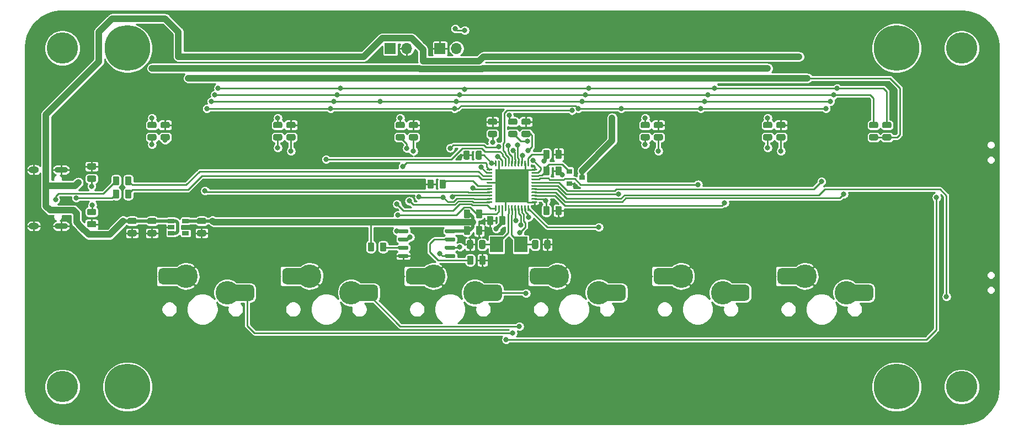
<source format=gbr>
G04 #@! TF.GenerationSoftware,KiCad,Pcbnew,5.1.7-a382d34a8~88~ubuntu20.04.1*
G04 #@! TF.CreationDate,2021-06-06T15:47:04-07:00*
G04 #@! TF.ProjectId,keypad-base,6b657970-6164-42d6-9261-73652e6b6963,Jun2021*
G04 #@! TF.SameCoordinates,Original*
G04 #@! TF.FileFunction,Copper,L1,Top*
G04 #@! TF.FilePolarity,Positive*
%FSLAX46Y46*%
G04 Gerber Fmt 4.6, Leading zero omitted, Abs format (unit mm)*
G04 Created by KiCad (PCBNEW 5.1.7-a382d34a8~88~ubuntu20.04.1) date 2021-06-06 15:47:04*
%MOMM*%
%LPD*%
G01*
G04 APERTURE LIST*
G04 #@! TA.AperFunction,ComponentPad*
%ADD10C,7.000000*%
G04 #@! TD*
G04 #@! TA.AperFunction,ComponentPad*
%ADD11O,1.700000X1.700000*%
G04 #@! TD*
G04 #@! TA.AperFunction,ComponentPad*
%ADD12R,1.700000X1.700000*%
G04 #@! TD*
G04 #@! TA.AperFunction,SMDPad,CuDef*
%ADD13R,1.060000X0.650000*%
G04 #@! TD*
G04 #@! TA.AperFunction,ComponentPad*
%ADD14O,2.100000X0.900000*%
G04 #@! TD*
G04 #@! TA.AperFunction,ComponentPad*
%ADD15O,1.600000X1.000000*%
G04 #@! TD*
G04 #@! TA.AperFunction,SMDPad,CuDef*
%ADD16R,0.900000X0.800000*%
G04 #@! TD*
G04 #@! TA.AperFunction,SMDPad,CuDef*
%ADD17R,2.000000X2.400000*%
G04 #@! TD*
G04 #@! TA.AperFunction,SMDPad,CuDef*
%ADD18R,5.150000X5.150000*%
G04 #@! TD*
G04 #@! TA.AperFunction,ComponentPad*
%ADD19C,3.600000*%
G04 #@! TD*
G04 #@! TA.AperFunction,ViaPad*
%ADD20C,4.810000*%
G04 #@! TD*
G04 #@! TA.AperFunction,ViaPad*
%ADD21C,0.800000*%
G04 #@! TD*
G04 #@! TA.AperFunction,ViaPad*
%ADD22C,2.200000*%
G04 #@! TD*
G04 #@! TA.AperFunction,Conductor*
%ADD23C,0.250000*%
G04 #@! TD*
G04 #@! TA.AperFunction,Conductor*
%ADD24C,1.000000*%
G04 #@! TD*
G04 #@! TA.AperFunction,Conductor*
%ADD25C,0.500000*%
G04 #@! TD*
G04 #@! TA.AperFunction,Conductor*
%ADD26C,0.254000*%
G04 #@! TD*
G04 #@! TA.AperFunction,Conductor*
%ADD27C,0.100000*%
G04 #@! TD*
G04 APERTURE END LIST*
D10*
G04 #@! TO.P,H5,1*
G04 #@! TO.N,N/C*
X107500000Y-111900000D03*
G04 #@! TD*
G04 #@! TO.P,H4,1*
G04 #@! TO.N,N/C*
X107500000Y-59900000D03*
G04 #@! TD*
G04 #@! TO.P,H3,1*
G04 #@! TO.N,N/C*
X225500000Y-59900000D03*
G04 #@! TD*
G04 #@! TO.P,H2,1*
G04 #@! TO.N,N/C*
X225500000Y-111900000D03*
G04 #@! TD*
G04 #@! TO.P,R11,2*
G04 #@! TO.N,Net-(R11-Pad2)*
G04 #@! TA.AperFunction,SMDPad,CuDef*
G36*
G01*
X160586000Y-91999750D02*
X160586000Y-92912250D01*
G75*
G02*
X160342250Y-93156000I-243750J0D01*
G01*
X159854750Y-93156000D01*
G75*
G02*
X159611000Y-92912250I0J243750D01*
G01*
X159611000Y-91999750D01*
G75*
G02*
X159854750Y-91756000I243750J0D01*
G01*
X160342250Y-91756000D01*
G75*
G02*
X160586000Y-91999750I0J-243750D01*
G01*
G37*
G04 #@! TD.AperFunction*
G04 #@! TO.P,R11,1*
G04 #@! TO.N,GND*
G04 #@! TA.AperFunction,SMDPad,CuDef*
G36*
G01*
X162461000Y-91999750D02*
X162461000Y-92912250D01*
G75*
G02*
X162217250Y-93156000I-243750J0D01*
G01*
X161729750Y-93156000D01*
G75*
G02*
X161486000Y-92912250I0J243750D01*
G01*
X161486000Y-91999750D01*
G75*
G02*
X161729750Y-91756000I243750J0D01*
G01*
X162217250Y-91756000D01*
G75*
G02*
X162461000Y-91999750I0J-243750D01*
G01*
G37*
G04 #@! TD.AperFunction*
G04 #@! TD*
G04 #@! TO.P,R4,2*
G04 #@! TO.N,Net-(R4-Pad2)*
G04 #@! TA.AperFunction,SMDPad,CuDef*
G36*
G01*
X146246000Y-90880250D02*
X146246000Y-89967750D01*
G75*
G02*
X146489750Y-89724000I243750J0D01*
G01*
X146977250Y-89724000D01*
G75*
G02*
X147221000Y-89967750I0J-243750D01*
G01*
X147221000Y-90880250D01*
G75*
G02*
X146977250Y-91124000I-243750J0D01*
G01*
X146489750Y-91124000D01*
G75*
G02*
X146246000Y-90880250I0J243750D01*
G01*
G37*
G04 #@! TD.AperFunction*
G04 #@! TO.P,R4,1*
G04 #@! TO.N,+3V3*
G04 #@! TA.AperFunction,SMDPad,CuDef*
G36*
G01*
X144371000Y-90880250D02*
X144371000Y-89967750D01*
G75*
G02*
X144614750Y-89724000I243750J0D01*
G01*
X145102250Y-89724000D01*
G75*
G02*
X145346000Y-89967750I0J-243750D01*
G01*
X145346000Y-90880250D01*
G75*
G02*
X145102250Y-91124000I-243750J0D01*
G01*
X144614750Y-91124000D01*
G75*
G02*
X144371000Y-90880250I0J243750D01*
G01*
G37*
G04 #@! TD.AperFunction*
G04 #@! TD*
G04 #@! TO.P,U11,8*
G04 #@! TO.N,+3V3*
G04 #@! TA.AperFunction,SMDPad,CuDef*
G36*
G01*
X156216000Y-88161000D02*
X156216000Y-87861000D01*
G75*
G02*
X156366000Y-87711000I150000J0D01*
G01*
X157666000Y-87711000D01*
G75*
G02*
X157816000Y-87861000I0J-150000D01*
G01*
X157816000Y-88161000D01*
G75*
G02*
X157666000Y-88311000I-150000J0D01*
G01*
X156366000Y-88311000D01*
G75*
G02*
X156216000Y-88161000I0J150000D01*
G01*
G37*
G04 #@! TD.AperFunction*
G04 #@! TO.P,U11,7*
G04 #@! TO.N,Net-(R11-Pad2)*
G04 #@! TA.AperFunction,SMDPad,CuDef*
G36*
G01*
X156216000Y-89431000D02*
X156216000Y-89131000D01*
G75*
G02*
X156366000Y-88981000I150000J0D01*
G01*
X157666000Y-88981000D01*
G75*
G02*
X157816000Y-89131000I0J-150000D01*
G01*
X157816000Y-89431000D01*
G75*
G02*
X157666000Y-89581000I-150000J0D01*
G01*
X156366000Y-89581000D01*
G75*
G02*
X156216000Y-89431000I0J150000D01*
G01*
G37*
G04 #@! TD.AperFunction*
G04 #@! TO.P,U11,6*
G04 #@! TO.N,/SCK*
G04 #@! TA.AperFunction,SMDPad,CuDef*
G36*
G01*
X156216000Y-90701000D02*
X156216000Y-90401000D01*
G75*
G02*
X156366000Y-90251000I150000J0D01*
G01*
X157666000Y-90251000D01*
G75*
G02*
X157816000Y-90401000I0J-150000D01*
G01*
X157816000Y-90701000D01*
G75*
G02*
X157666000Y-90851000I-150000J0D01*
G01*
X156366000Y-90851000D01*
G75*
G02*
X156216000Y-90701000I0J150000D01*
G01*
G37*
G04 #@! TD.AperFunction*
G04 #@! TO.P,U11,5*
G04 #@! TO.N,/MOSI*
G04 #@! TA.AperFunction,SMDPad,CuDef*
G36*
G01*
X156216000Y-91971000D02*
X156216000Y-91671000D01*
G75*
G02*
X156366000Y-91521000I150000J0D01*
G01*
X157666000Y-91521000D01*
G75*
G02*
X157816000Y-91671000I0J-150000D01*
G01*
X157816000Y-91971000D01*
G75*
G02*
X157666000Y-92121000I-150000J0D01*
G01*
X156366000Y-92121000D01*
G75*
G02*
X156216000Y-91971000I0J150000D01*
G01*
G37*
G04 #@! TD.AperFunction*
G04 #@! TO.P,U11,4*
G04 #@! TO.N,GND*
G04 #@! TA.AperFunction,SMDPad,CuDef*
G36*
G01*
X149016000Y-91971000D02*
X149016000Y-91671000D01*
G75*
G02*
X149166000Y-91521000I150000J0D01*
G01*
X150466000Y-91521000D01*
G75*
G02*
X150616000Y-91671000I0J-150000D01*
G01*
X150616000Y-91971000D01*
G75*
G02*
X150466000Y-92121000I-150000J0D01*
G01*
X149166000Y-92121000D01*
G75*
G02*
X149016000Y-91971000I0J150000D01*
G01*
G37*
G04 #@! TD.AperFunction*
G04 #@! TO.P,U11,3*
G04 #@! TO.N,Net-(R4-Pad2)*
G04 #@! TA.AperFunction,SMDPad,CuDef*
G36*
G01*
X149016000Y-90701000D02*
X149016000Y-90401000D01*
G75*
G02*
X149166000Y-90251000I150000J0D01*
G01*
X150466000Y-90251000D01*
G75*
G02*
X150616000Y-90401000I0J-150000D01*
G01*
X150616000Y-90701000D01*
G75*
G02*
X150466000Y-90851000I-150000J0D01*
G01*
X149166000Y-90851000D01*
G75*
G02*
X149016000Y-90701000I0J150000D01*
G01*
G37*
G04 #@! TD.AperFunction*
G04 #@! TO.P,U11,2*
G04 #@! TO.N,/MISO*
G04 #@! TA.AperFunction,SMDPad,CuDef*
G36*
G01*
X149016000Y-89431000D02*
X149016000Y-89131000D01*
G75*
G02*
X149166000Y-88981000I150000J0D01*
G01*
X150466000Y-88981000D01*
G75*
G02*
X150616000Y-89131000I0J-150000D01*
G01*
X150616000Y-89431000D01*
G75*
G02*
X150466000Y-89581000I-150000J0D01*
G01*
X149166000Y-89581000D01*
G75*
G02*
X149016000Y-89431000I0J150000D01*
G01*
G37*
G04 #@! TD.AperFunction*
G04 #@! TO.P,U11,1*
G04 #@! TO.N,/~FLASH_CS*
G04 #@! TA.AperFunction,SMDPad,CuDef*
G36*
G01*
X149016000Y-88161000D02*
X149016000Y-87861000D01*
G75*
G02*
X149166000Y-87711000I150000J0D01*
G01*
X150466000Y-87711000D01*
G75*
G02*
X150616000Y-87861000I0J-150000D01*
G01*
X150616000Y-88161000D01*
G75*
G02*
X150466000Y-88311000I-150000J0D01*
G01*
X149166000Y-88311000D01*
G75*
G02*
X149016000Y-88161000I0J150000D01*
G01*
G37*
G04 #@! TD.AperFunction*
G04 #@! TD*
D11*
G04 #@! TO.P,J3,2*
G04 #@! TO.N,GND*
X150368000Y-59944000D03*
D12*
G04 #@! TO.P,J3,1*
G04 #@! TO.N,/~FLASH_CS*
X147828000Y-59944000D03*
G04 #@! TD*
D11*
G04 #@! TO.P,J2,2*
G04 #@! TO.N,/~RESET*
X157988000Y-59944000D03*
D12*
G04 #@! TO.P,J2,1*
G04 #@! TO.N,GND*
X155448000Y-59944000D03*
G04 #@! TD*
G04 #@! TO.P,C20,2*
G04 #@! TO.N,GND*
G04 #@! TA.AperFunction,SMDPad,CuDef*
G36*
G01*
X160978000Y-88340250D02*
X160978000Y-87427750D01*
G75*
G02*
X161221750Y-87184000I243750J0D01*
G01*
X161709250Y-87184000D01*
G75*
G02*
X161953000Y-87427750I0J-243750D01*
G01*
X161953000Y-88340250D01*
G75*
G02*
X161709250Y-88584000I-243750J0D01*
G01*
X161221750Y-88584000D01*
G75*
G02*
X160978000Y-88340250I0J243750D01*
G01*
G37*
G04 #@! TD.AperFunction*
G04 #@! TO.P,C20,1*
G04 #@! TO.N,+3V3*
G04 #@! TA.AperFunction,SMDPad,CuDef*
G36*
G01*
X159103000Y-88340250D02*
X159103000Y-87427750D01*
G75*
G02*
X159346750Y-87184000I243750J0D01*
G01*
X159834250Y-87184000D01*
G75*
G02*
X160078000Y-87427750I0J-243750D01*
G01*
X160078000Y-88340250D01*
G75*
G02*
X159834250Y-88584000I-243750J0D01*
G01*
X159346750Y-88584000D01*
G75*
G02*
X159103000Y-88340250I0J243750D01*
G01*
G37*
G04 #@! TD.AperFunction*
G04 #@! TD*
D13*
G04 #@! TO.P,U10,5*
G04 #@! TO.N,+3V3*
X116416000Y-86426000D03*
G04 #@! TO.P,U10,4*
G04 #@! TO.N,Net-(U10-Pad4)*
X116416000Y-88326000D03*
G04 #@! TO.P,U10,3*
G04 #@! TO.N,+5V*
X114216000Y-88326000D03*
G04 #@! TO.P,U10,2*
G04 #@! TO.N,GND*
X114216000Y-87376000D03*
G04 #@! TO.P,U10,1*
G04 #@! TO.N,+5V*
X114216000Y-86426000D03*
G04 #@! TD*
G04 #@! TO.P,C18,2*
G04 #@! TO.N,GND*
G04 #@! TA.AperFunction,SMDPad,CuDef*
G36*
G01*
X118415750Y-87826000D02*
X119328250Y-87826000D01*
G75*
G02*
X119572000Y-88069750I0J-243750D01*
G01*
X119572000Y-88557250D01*
G75*
G02*
X119328250Y-88801000I-243750J0D01*
G01*
X118415750Y-88801000D01*
G75*
G02*
X118172000Y-88557250I0J243750D01*
G01*
X118172000Y-88069750D01*
G75*
G02*
X118415750Y-87826000I243750J0D01*
G01*
G37*
G04 #@! TD.AperFunction*
G04 #@! TO.P,C18,1*
G04 #@! TO.N,+3V3*
G04 #@! TA.AperFunction,SMDPad,CuDef*
G36*
G01*
X118415750Y-85951000D02*
X119328250Y-85951000D01*
G75*
G02*
X119572000Y-86194750I0J-243750D01*
G01*
X119572000Y-86682250D01*
G75*
G02*
X119328250Y-86926000I-243750J0D01*
G01*
X118415750Y-86926000D01*
G75*
G02*
X118172000Y-86682250I0J243750D01*
G01*
X118172000Y-86194750D01*
G75*
G02*
X118415750Y-85951000I243750J0D01*
G01*
G37*
G04 #@! TD.AperFunction*
G04 #@! TD*
G04 #@! TO.P,C17,2*
G04 #@! TO.N,GND*
G04 #@! TA.AperFunction,SMDPad,CuDef*
G36*
G01*
X208228250Y-72194000D02*
X207315750Y-72194000D01*
G75*
G02*
X207072000Y-71950250I0J243750D01*
G01*
X207072000Y-71462750D01*
G75*
G02*
X207315750Y-71219000I243750J0D01*
G01*
X208228250Y-71219000D01*
G75*
G02*
X208472000Y-71462750I0J-243750D01*
G01*
X208472000Y-71950250D01*
G75*
G02*
X208228250Y-72194000I-243750J0D01*
G01*
G37*
G04 #@! TD.AperFunction*
G04 #@! TO.P,C17,1*
G04 #@! TO.N,+3V3*
G04 #@! TA.AperFunction,SMDPad,CuDef*
G36*
G01*
X208228250Y-74069000D02*
X207315750Y-74069000D01*
G75*
G02*
X207072000Y-73825250I0J243750D01*
G01*
X207072000Y-73337750D01*
G75*
G02*
X207315750Y-73094000I243750J0D01*
G01*
X208228250Y-73094000D01*
G75*
G02*
X208472000Y-73337750I0J-243750D01*
G01*
X208472000Y-73825250D01*
G75*
G02*
X208228250Y-74069000I-243750J0D01*
G01*
G37*
G04 #@! TD.AperFunction*
G04 #@! TD*
G04 #@! TO.P,C16,2*
G04 #@! TO.N,GND*
G04 #@! TA.AperFunction,SMDPad,CuDef*
G36*
G01*
X110795750Y-87826000D02*
X111708250Y-87826000D01*
G75*
G02*
X111952000Y-88069750I0J-243750D01*
G01*
X111952000Y-88557250D01*
G75*
G02*
X111708250Y-88801000I-243750J0D01*
G01*
X110795750Y-88801000D01*
G75*
G02*
X110552000Y-88557250I0J243750D01*
G01*
X110552000Y-88069750D01*
G75*
G02*
X110795750Y-87826000I243750J0D01*
G01*
G37*
G04 #@! TD.AperFunction*
G04 #@! TO.P,C16,1*
G04 #@! TO.N,+5V*
G04 #@! TA.AperFunction,SMDPad,CuDef*
G36*
G01*
X110795750Y-85951000D02*
X111708250Y-85951000D01*
G75*
G02*
X111952000Y-86194750I0J-243750D01*
G01*
X111952000Y-86682250D01*
G75*
G02*
X111708250Y-86926000I-243750J0D01*
G01*
X110795750Y-86926000D01*
G75*
G02*
X110552000Y-86682250I0J243750D01*
G01*
X110552000Y-86194750D01*
G75*
G02*
X110795750Y-85951000I243750J0D01*
G01*
G37*
G04 #@! TD.AperFunction*
G04 #@! TD*
G04 #@! TO.P,C15,2*
G04 #@! TO.N,GND*
G04 #@! TA.AperFunction,SMDPad,CuDef*
G36*
G01*
X189432250Y-72194000D02*
X188519750Y-72194000D01*
G75*
G02*
X188276000Y-71950250I0J243750D01*
G01*
X188276000Y-71462750D01*
G75*
G02*
X188519750Y-71219000I243750J0D01*
G01*
X189432250Y-71219000D01*
G75*
G02*
X189676000Y-71462750I0J-243750D01*
G01*
X189676000Y-71950250D01*
G75*
G02*
X189432250Y-72194000I-243750J0D01*
G01*
G37*
G04 #@! TD.AperFunction*
G04 #@! TO.P,C15,1*
G04 #@! TO.N,+3V3*
G04 #@! TA.AperFunction,SMDPad,CuDef*
G36*
G01*
X189432250Y-74069000D02*
X188519750Y-74069000D01*
G75*
G02*
X188276000Y-73825250I0J243750D01*
G01*
X188276000Y-73337750D01*
G75*
G02*
X188519750Y-73094000I243750J0D01*
G01*
X189432250Y-73094000D01*
G75*
G02*
X189676000Y-73337750I0J-243750D01*
G01*
X189676000Y-73825250D01*
G75*
G02*
X189432250Y-74069000I-243750J0D01*
G01*
G37*
G04 #@! TD.AperFunction*
G04 #@! TD*
G04 #@! TO.P,C14,2*
G04 #@! TO.N,GND*
G04 #@! TA.AperFunction,SMDPad,CuDef*
G36*
G01*
X169112250Y-71686000D02*
X168199750Y-71686000D01*
G75*
G02*
X167956000Y-71442250I0J243750D01*
G01*
X167956000Y-70954750D01*
G75*
G02*
X168199750Y-70711000I243750J0D01*
G01*
X169112250Y-70711000D01*
G75*
G02*
X169356000Y-70954750I0J-243750D01*
G01*
X169356000Y-71442250D01*
G75*
G02*
X169112250Y-71686000I-243750J0D01*
G01*
G37*
G04 #@! TD.AperFunction*
G04 #@! TO.P,C14,1*
G04 #@! TO.N,+3V3*
G04 #@! TA.AperFunction,SMDPad,CuDef*
G36*
G01*
X169112250Y-73561000D02*
X168199750Y-73561000D01*
G75*
G02*
X167956000Y-73317250I0J243750D01*
G01*
X167956000Y-72829750D01*
G75*
G02*
X168199750Y-72586000I243750J0D01*
G01*
X169112250Y-72586000D01*
G75*
G02*
X169356000Y-72829750I0J-243750D01*
G01*
X169356000Y-73317250D01*
G75*
G02*
X169112250Y-73561000I-243750J0D01*
G01*
G37*
G04 #@! TD.AperFunction*
G04 #@! TD*
G04 #@! TO.P,C13,2*
G04 #@! TO.N,GND*
G04 #@! TA.AperFunction,SMDPad,CuDef*
G36*
G01*
X151840250Y-72194000D02*
X150927750Y-72194000D01*
G75*
G02*
X150684000Y-71950250I0J243750D01*
G01*
X150684000Y-71462750D01*
G75*
G02*
X150927750Y-71219000I243750J0D01*
G01*
X151840250Y-71219000D01*
G75*
G02*
X152084000Y-71462750I0J-243750D01*
G01*
X152084000Y-71950250D01*
G75*
G02*
X151840250Y-72194000I-243750J0D01*
G01*
G37*
G04 #@! TD.AperFunction*
G04 #@! TO.P,C13,1*
G04 #@! TO.N,+3V3*
G04 #@! TA.AperFunction,SMDPad,CuDef*
G36*
G01*
X151840250Y-74069000D02*
X150927750Y-74069000D01*
G75*
G02*
X150684000Y-73825250I0J243750D01*
G01*
X150684000Y-73337750D01*
G75*
G02*
X150927750Y-73094000I243750J0D01*
G01*
X151840250Y-73094000D01*
G75*
G02*
X152084000Y-73337750I0J-243750D01*
G01*
X152084000Y-73825250D01*
G75*
G02*
X151840250Y-74069000I-243750J0D01*
G01*
G37*
G04 #@! TD.AperFunction*
G04 #@! TD*
G04 #@! TO.P,C12,2*
G04 #@! TO.N,GND*
G04 #@! TA.AperFunction,SMDPad,CuDef*
G36*
G01*
X133044250Y-72194000D02*
X132131750Y-72194000D01*
G75*
G02*
X131888000Y-71950250I0J243750D01*
G01*
X131888000Y-71462750D01*
G75*
G02*
X132131750Y-71219000I243750J0D01*
G01*
X133044250Y-71219000D01*
G75*
G02*
X133288000Y-71462750I0J-243750D01*
G01*
X133288000Y-71950250D01*
G75*
G02*
X133044250Y-72194000I-243750J0D01*
G01*
G37*
G04 #@! TD.AperFunction*
G04 #@! TO.P,C12,1*
G04 #@! TO.N,+3V3*
G04 #@! TA.AperFunction,SMDPad,CuDef*
G36*
G01*
X133044250Y-74069000D02*
X132131750Y-74069000D01*
G75*
G02*
X131888000Y-73825250I0J243750D01*
G01*
X131888000Y-73337750D01*
G75*
G02*
X132131750Y-73094000I243750J0D01*
G01*
X133044250Y-73094000D01*
G75*
G02*
X133288000Y-73337750I0J-243750D01*
G01*
X133288000Y-73825250D01*
G75*
G02*
X133044250Y-74069000I-243750J0D01*
G01*
G37*
G04 #@! TD.AperFunction*
G04 #@! TD*
G04 #@! TO.P,C11,2*
G04 #@! TO.N,GND*
G04 #@! TA.AperFunction,SMDPad,CuDef*
G36*
G01*
X113740250Y-72194000D02*
X112827750Y-72194000D01*
G75*
G02*
X112584000Y-71950250I0J243750D01*
G01*
X112584000Y-71462750D01*
G75*
G02*
X112827750Y-71219000I243750J0D01*
G01*
X113740250Y-71219000D01*
G75*
G02*
X113984000Y-71462750I0J-243750D01*
G01*
X113984000Y-71950250D01*
G75*
G02*
X113740250Y-72194000I-243750J0D01*
G01*
G37*
G04 #@! TD.AperFunction*
G04 #@! TO.P,C11,1*
G04 #@! TO.N,+3V3*
G04 #@! TA.AperFunction,SMDPad,CuDef*
G36*
G01*
X113740250Y-74069000D02*
X112827750Y-74069000D01*
G75*
G02*
X112584000Y-73825250I0J243750D01*
G01*
X112584000Y-73337750D01*
G75*
G02*
X112827750Y-73094000I243750J0D01*
G01*
X113740250Y-73094000D01*
G75*
G02*
X113984000Y-73337750I0J-243750D01*
G01*
X113984000Y-73825250D01*
G75*
G02*
X113740250Y-74069000I-243750J0D01*
G01*
G37*
G04 #@! TD.AperFunction*
G04 #@! TD*
G04 #@! TO.P,C9,2*
G04 #@! TO.N,GND*
G04 #@! TA.AperFunction,SMDPad,CuDef*
G36*
G01*
X107747750Y-87826000D02*
X108660250Y-87826000D01*
G75*
G02*
X108904000Y-88069750I0J-243750D01*
G01*
X108904000Y-88557250D01*
G75*
G02*
X108660250Y-88801000I-243750J0D01*
G01*
X107747750Y-88801000D01*
G75*
G02*
X107504000Y-88557250I0J243750D01*
G01*
X107504000Y-88069750D01*
G75*
G02*
X107747750Y-87826000I243750J0D01*
G01*
G37*
G04 #@! TD.AperFunction*
G04 #@! TO.P,C9,1*
G04 #@! TO.N,+5V*
G04 #@! TA.AperFunction,SMDPad,CuDef*
G36*
G01*
X107747750Y-85951000D02*
X108660250Y-85951000D01*
G75*
G02*
X108904000Y-86194750I0J-243750D01*
G01*
X108904000Y-86682250D01*
G75*
G02*
X108660250Y-86926000I-243750J0D01*
G01*
X107747750Y-86926000D01*
G75*
G02*
X107504000Y-86682250I0J243750D01*
G01*
X107504000Y-86194750D01*
G75*
G02*
X107747750Y-85951000I243750J0D01*
G01*
G37*
G04 #@! TD.AperFunction*
G04 #@! TD*
G04 #@! TO.P,C8,2*
G04 #@! TO.N,GND*
G04 #@! TA.AperFunction,SMDPad,CuDef*
G36*
G01*
X173170000Y-76656250D02*
X173170000Y-75743750D01*
G75*
G02*
X173413750Y-75500000I243750J0D01*
G01*
X173901250Y-75500000D01*
G75*
G02*
X174145000Y-75743750I0J-243750D01*
G01*
X174145000Y-76656250D01*
G75*
G02*
X173901250Y-76900000I-243750J0D01*
G01*
X173413750Y-76900000D01*
G75*
G02*
X173170000Y-76656250I0J243750D01*
G01*
G37*
G04 #@! TD.AperFunction*
G04 #@! TO.P,C8,1*
G04 #@! TO.N,+3V3*
G04 #@! TA.AperFunction,SMDPad,CuDef*
G36*
G01*
X171295000Y-76656250D02*
X171295000Y-75743750D01*
G75*
G02*
X171538750Y-75500000I243750J0D01*
G01*
X172026250Y-75500000D01*
G75*
G02*
X172270000Y-75743750I0J-243750D01*
G01*
X172270000Y-76656250D01*
G75*
G02*
X172026250Y-76900000I-243750J0D01*
G01*
X171538750Y-76900000D01*
G75*
G02*
X171295000Y-76656250I0J243750D01*
G01*
G37*
G04 #@! TD.AperFunction*
G04 #@! TD*
D14*
G04 #@! TO.P,J1,S1*
G04 #@! TO.N,GND*
X97310000Y-78580000D03*
X97310000Y-87220000D03*
D15*
X93130000Y-78580000D03*
X93130000Y-87220000D03*
G04 #@! TD*
G04 #@! TO.P,R16,2*
G04 #@! TO.N,/D_P*
G04 #@! TA.AperFunction,SMDPad,CuDef*
G36*
G01*
X106230000Y-81839750D02*
X106230000Y-82752250D01*
G75*
G02*
X105986250Y-82996000I-243750J0D01*
G01*
X105498750Y-82996000D01*
G75*
G02*
X105255000Y-82752250I0J243750D01*
G01*
X105255000Y-81839750D01*
G75*
G02*
X105498750Y-81596000I243750J0D01*
G01*
X105986250Y-81596000D01*
G75*
G02*
X106230000Y-81839750I0J-243750D01*
G01*
G37*
G04 #@! TD.AperFunction*
G04 #@! TO.P,R16,1*
G04 #@! TO.N,/USB_P*
G04 #@! TA.AperFunction,SMDPad,CuDef*
G36*
G01*
X108105000Y-81839750D02*
X108105000Y-82752250D01*
G75*
G02*
X107861250Y-82996000I-243750J0D01*
G01*
X107373750Y-82996000D01*
G75*
G02*
X107130000Y-82752250I0J243750D01*
G01*
X107130000Y-81839750D01*
G75*
G02*
X107373750Y-81596000I243750J0D01*
G01*
X107861250Y-81596000D01*
G75*
G02*
X108105000Y-81839750I0J-243750D01*
G01*
G37*
G04 #@! TD.AperFunction*
G04 #@! TD*
G04 #@! TO.P,R15,2*
G04 #@! TO.N,/D_N*
G04 #@! TA.AperFunction,SMDPad,CuDef*
G36*
G01*
X106230000Y-79807750D02*
X106230000Y-80720250D01*
G75*
G02*
X105986250Y-80964000I-243750J0D01*
G01*
X105498750Y-80964000D01*
G75*
G02*
X105255000Y-80720250I0J243750D01*
G01*
X105255000Y-79807750D01*
G75*
G02*
X105498750Y-79564000I243750J0D01*
G01*
X105986250Y-79564000D01*
G75*
G02*
X106230000Y-79807750I0J-243750D01*
G01*
G37*
G04 #@! TD.AperFunction*
G04 #@! TO.P,R15,1*
G04 #@! TO.N,/USB_N*
G04 #@! TA.AperFunction,SMDPad,CuDef*
G36*
G01*
X108105000Y-79807750D02*
X108105000Y-80720250D01*
G75*
G02*
X107861250Y-80964000I-243750J0D01*
G01*
X107373750Y-80964000D01*
G75*
G02*
X107130000Y-80720250I0J243750D01*
G01*
X107130000Y-79807750D01*
G75*
G02*
X107373750Y-79564000I243750J0D01*
G01*
X107861250Y-79564000D01*
G75*
G02*
X108105000Y-79807750I0J-243750D01*
G01*
G37*
G04 #@! TD.AperFunction*
G04 #@! TD*
G04 #@! TO.P,R14,2*
G04 #@! TO.N,/CC2*
G04 #@! TA.AperFunction,SMDPad,CuDef*
G36*
G01*
X101543750Y-79450000D02*
X102456250Y-79450000D01*
G75*
G02*
X102700000Y-79693750I0J-243750D01*
G01*
X102700000Y-80181250D01*
G75*
G02*
X102456250Y-80425000I-243750J0D01*
G01*
X101543750Y-80425000D01*
G75*
G02*
X101300000Y-80181250I0J243750D01*
G01*
X101300000Y-79693750D01*
G75*
G02*
X101543750Y-79450000I243750J0D01*
G01*
G37*
G04 #@! TD.AperFunction*
G04 #@! TO.P,R14,1*
G04 #@! TO.N,GND*
G04 #@! TA.AperFunction,SMDPad,CuDef*
G36*
G01*
X101543750Y-77575000D02*
X102456250Y-77575000D01*
G75*
G02*
X102700000Y-77818750I0J-243750D01*
G01*
X102700000Y-78306250D01*
G75*
G02*
X102456250Y-78550000I-243750J0D01*
G01*
X101543750Y-78550000D01*
G75*
G02*
X101300000Y-78306250I0J243750D01*
G01*
X101300000Y-77818750D01*
G75*
G02*
X101543750Y-77575000I243750J0D01*
G01*
G37*
G04 #@! TD.AperFunction*
G04 #@! TD*
G04 #@! TO.P,R13,2*
G04 #@! TO.N,GND*
G04 #@! TA.AperFunction,SMDPad,CuDef*
G36*
G01*
X101543750Y-86450000D02*
X102456250Y-86450000D01*
G75*
G02*
X102700000Y-86693750I0J-243750D01*
G01*
X102700000Y-87181250D01*
G75*
G02*
X102456250Y-87425000I-243750J0D01*
G01*
X101543750Y-87425000D01*
G75*
G02*
X101300000Y-87181250I0J243750D01*
G01*
X101300000Y-86693750D01*
G75*
G02*
X101543750Y-86450000I243750J0D01*
G01*
G37*
G04 #@! TD.AperFunction*
G04 #@! TO.P,R13,1*
G04 #@! TO.N,/CC1*
G04 #@! TA.AperFunction,SMDPad,CuDef*
G36*
G01*
X101543750Y-84575000D02*
X102456250Y-84575000D01*
G75*
G02*
X102700000Y-84818750I0J-243750D01*
G01*
X102700000Y-85306250D01*
G75*
G02*
X102456250Y-85550000I-243750J0D01*
G01*
X101543750Y-85550000D01*
G75*
G02*
X101300000Y-85306250I0J243750D01*
G01*
X101300000Y-84818750D01*
G75*
G02*
X101543750Y-84575000I243750J0D01*
G01*
G37*
G04 #@! TD.AperFunction*
G04 #@! TD*
G04 #@! TO.P,R12,2*
G04 #@! TO.N,GND*
G04 #@! TA.AperFunction,SMDPad,CuDef*
G36*
G01*
X173170000Y-79196250D02*
X173170000Y-78283750D01*
G75*
G02*
X173413750Y-78040000I243750J0D01*
G01*
X173901250Y-78040000D01*
G75*
G02*
X174145000Y-78283750I0J-243750D01*
G01*
X174145000Y-79196250D01*
G75*
G02*
X173901250Y-79440000I-243750J0D01*
G01*
X173413750Y-79440000D01*
G75*
G02*
X173170000Y-79196250I0J243750D01*
G01*
G37*
G04 #@! TD.AperFunction*
G04 #@! TO.P,R12,1*
G04 #@! TO.N,/BACKLIGHT*
G04 #@! TA.AperFunction,SMDPad,CuDef*
G36*
G01*
X171295000Y-79196250D02*
X171295000Y-78283750D01*
G75*
G02*
X171538750Y-78040000I243750J0D01*
G01*
X172026250Y-78040000D01*
G75*
G02*
X172270000Y-78283750I0J-243750D01*
G01*
X172270000Y-79196250D01*
G75*
G02*
X172026250Y-79440000I-243750J0D01*
G01*
X171538750Y-79440000D01*
G75*
G02*
X171295000Y-79196250I0J243750D01*
G01*
G37*
G04 #@! TD.AperFunction*
G04 #@! TD*
G04 #@! TO.P,R10,2*
G04 #@! TO.N,/BACKLIGHTK*
G04 #@! TA.AperFunction,SMDPad,CuDef*
G36*
G01*
X206196250Y-72194000D02*
X205283750Y-72194000D01*
G75*
G02*
X205040000Y-71950250I0J243750D01*
G01*
X205040000Y-71462750D01*
G75*
G02*
X205283750Y-71219000I243750J0D01*
G01*
X206196250Y-71219000D01*
G75*
G02*
X206440000Y-71462750I0J-243750D01*
G01*
X206440000Y-71950250D01*
G75*
G02*
X206196250Y-72194000I-243750J0D01*
G01*
G37*
G04 #@! TD.AperFunction*
G04 #@! TO.P,R10,1*
G04 #@! TO.N,Net-(R10-Pad1)*
G04 #@! TA.AperFunction,SMDPad,CuDef*
G36*
G01*
X206196250Y-74069000D02*
X205283750Y-74069000D01*
G75*
G02*
X205040000Y-73825250I0J243750D01*
G01*
X205040000Y-73337750D01*
G75*
G02*
X205283750Y-73094000I243750J0D01*
G01*
X206196250Y-73094000D01*
G75*
G02*
X206440000Y-73337750I0J-243750D01*
G01*
X206440000Y-73825250D01*
G75*
G02*
X206196250Y-74069000I-243750J0D01*
G01*
G37*
G04 #@! TD.AperFunction*
G04 #@! TD*
G04 #@! TO.P,R9,2*
G04 #@! TO.N,/BACKLIGHTK*
G04 #@! TA.AperFunction,SMDPad,CuDef*
G36*
G01*
X187400250Y-72194000D02*
X186487750Y-72194000D01*
G75*
G02*
X186244000Y-71950250I0J243750D01*
G01*
X186244000Y-71462750D01*
G75*
G02*
X186487750Y-71219000I243750J0D01*
G01*
X187400250Y-71219000D01*
G75*
G02*
X187644000Y-71462750I0J-243750D01*
G01*
X187644000Y-71950250D01*
G75*
G02*
X187400250Y-72194000I-243750J0D01*
G01*
G37*
G04 #@! TD.AperFunction*
G04 #@! TO.P,R9,1*
G04 #@! TO.N,Net-(R9-Pad1)*
G04 #@! TA.AperFunction,SMDPad,CuDef*
G36*
G01*
X187400250Y-74069000D02*
X186487750Y-74069000D01*
G75*
G02*
X186244000Y-73825250I0J243750D01*
G01*
X186244000Y-73337750D01*
G75*
G02*
X186487750Y-73094000I243750J0D01*
G01*
X187400250Y-73094000D01*
G75*
G02*
X187644000Y-73337750I0J-243750D01*
G01*
X187644000Y-73825250D01*
G75*
G02*
X187400250Y-74069000I-243750J0D01*
G01*
G37*
G04 #@! TD.AperFunction*
G04 #@! TD*
G04 #@! TO.P,R8,2*
G04 #@! TO.N,/BACKLIGHTK*
G04 #@! TA.AperFunction,SMDPad,CuDef*
G36*
G01*
X167080250Y-71686000D02*
X166167750Y-71686000D01*
G75*
G02*
X165924000Y-71442250I0J243750D01*
G01*
X165924000Y-70954750D01*
G75*
G02*
X166167750Y-70711000I243750J0D01*
G01*
X167080250Y-70711000D01*
G75*
G02*
X167324000Y-70954750I0J-243750D01*
G01*
X167324000Y-71442250D01*
G75*
G02*
X167080250Y-71686000I-243750J0D01*
G01*
G37*
G04 #@! TD.AperFunction*
G04 #@! TO.P,R8,1*
G04 #@! TO.N,Net-(R8-Pad1)*
G04 #@! TA.AperFunction,SMDPad,CuDef*
G36*
G01*
X167080250Y-73561000D02*
X166167750Y-73561000D01*
G75*
G02*
X165924000Y-73317250I0J243750D01*
G01*
X165924000Y-72829750D01*
G75*
G02*
X166167750Y-72586000I243750J0D01*
G01*
X167080250Y-72586000D01*
G75*
G02*
X167324000Y-72829750I0J-243750D01*
G01*
X167324000Y-73317250D01*
G75*
G02*
X167080250Y-73561000I-243750J0D01*
G01*
G37*
G04 #@! TD.AperFunction*
G04 #@! TD*
G04 #@! TO.P,R7,2*
G04 #@! TO.N,/BACKLIGHTK*
G04 #@! TA.AperFunction,SMDPad,CuDef*
G36*
G01*
X149808250Y-72194000D02*
X148895750Y-72194000D01*
G75*
G02*
X148652000Y-71950250I0J243750D01*
G01*
X148652000Y-71462750D01*
G75*
G02*
X148895750Y-71219000I243750J0D01*
G01*
X149808250Y-71219000D01*
G75*
G02*
X150052000Y-71462750I0J-243750D01*
G01*
X150052000Y-71950250D01*
G75*
G02*
X149808250Y-72194000I-243750J0D01*
G01*
G37*
G04 #@! TD.AperFunction*
G04 #@! TO.P,R7,1*
G04 #@! TO.N,Net-(R7-Pad1)*
G04 #@! TA.AperFunction,SMDPad,CuDef*
G36*
G01*
X149808250Y-74069000D02*
X148895750Y-74069000D01*
G75*
G02*
X148652000Y-73825250I0J243750D01*
G01*
X148652000Y-73337750D01*
G75*
G02*
X148895750Y-73094000I243750J0D01*
G01*
X149808250Y-73094000D01*
G75*
G02*
X150052000Y-73337750I0J-243750D01*
G01*
X150052000Y-73825250D01*
G75*
G02*
X149808250Y-74069000I-243750J0D01*
G01*
G37*
G04 #@! TD.AperFunction*
G04 #@! TD*
G04 #@! TO.P,R6,2*
G04 #@! TO.N,/BACKLIGHTK*
G04 #@! TA.AperFunction,SMDPad,CuDef*
G36*
G01*
X131012250Y-72194000D02*
X130099750Y-72194000D01*
G75*
G02*
X129856000Y-71950250I0J243750D01*
G01*
X129856000Y-71462750D01*
G75*
G02*
X130099750Y-71219000I243750J0D01*
G01*
X131012250Y-71219000D01*
G75*
G02*
X131256000Y-71462750I0J-243750D01*
G01*
X131256000Y-71950250D01*
G75*
G02*
X131012250Y-72194000I-243750J0D01*
G01*
G37*
G04 #@! TD.AperFunction*
G04 #@! TO.P,R6,1*
G04 #@! TO.N,Net-(R6-Pad1)*
G04 #@! TA.AperFunction,SMDPad,CuDef*
G36*
G01*
X131012250Y-74069000D02*
X130099750Y-74069000D01*
G75*
G02*
X129856000Y-73825250I0J243750D01*
G01*
X129856000Y-73337750D01*
G75*
G02*
X130099750Y-73094000I243750J0D01*
G01*
X131012250Y-73094000D01*
G75*
G02*
X131256000Y-73337750I0J-243750D01*
G01*
X131256000Y-73825250D01*
G75*
G02*
X131012250Y-74069000I-243750J0D01*
G01*
G37*
G04 #@! TD.AperFunction*
G04 #@! TD*
G04 #@! TO.P,R5,2*
G04 #@! TO.N,/BACKLIGHTK*
G04 #@! TA.AperFunction,SMDPad,CuDef*
G36*
G01*
X111708250Y-72194000D02*
X110795750Y-72194000D01*
G75*
G02*
X110552000Y-71950250I0J243750D01*
G01*
X110552000Y-71462750D01*
G75*
G02*
X110795750Y-71219000I243750J0D01*
G01*
X111708250Y-71219000D01*
G75*
G02*
X111952000Y-71462750I0J-243750D01*
G01*
X111952000Y-71950250D01*
G75*
G02*
X111708250Y-72194000I-243750J0D01*
G01*
G37*
G04 #@! TD.AperFunction*
G04 #@! TO.P,R5,1*
G04 #@! TO.N,Net-(R5-Pad1)*
G04 #@! TA.AperFunction,SMDPad,CuDef*
G36*
G01*
X111708250Y-74069000D02*
X110795750Y-74069000D01*
G75*
G02*
X110552000Y-73825250I0J243750D01*
G01*
X110552000Y-73337750D01*
G75*
G02*
X110795750Y-73094000I243750J0D01*
G01*
X111708250Y-73094000D01*
G75*
G02*
X111952000Y-73337750I0J-243750D01*
G01*
X111952000Y-73825250D01*
G75*
G02*
X111708250Y-74069000I-243750J0D01*
G01*
G37*
G04 #@! TD.AperFunction*
G04 #@! TD*
D16*
G04 #@! TO.P,Q1,3*
G04 #@! TO.N,/BACKLIGHTK*
X177276000Y-79756000D03*
G04 #@! TO.P,Q1,2*
G04 #@! TO.N,GND*
X175276000Y-80706000D03*
G04 #@! TO.P,Q1,1*
G04 #@! TO.N,/BACKLIGHT*
X175276000Y-78806000D03*
G04 #@! TD*
D17*
G04 #@! TO.P,X1,2*
G04 #@! TO.N,/XTAL2*
X164150000Y-90048000D03*
G04 #@! TO.P,X1,1*
G04 #@! TO.N,/XTAL1*
X167850000Y-90048000D03*
G04 #@! TD*
D18*
G04 #@! TO.P,U1,45*
G04 #@! TO.N,GND*
X166500000Y-81048000D03*
G04 #@! TO.P,U1,44*
G04 #@! TO.N,+3V3*
G04 #@! TA.AperFunction,SMDPad,CuDef*
G36*
G01*
X163875000Y-77985500D02*
X163875000Y-77235500D01*
G75*
G02*
X163937500Y-77173000I62500J0D01*
G01*
X164062500Y-77173000D01*
G75*
G02*
X164125000Y-77235500I0J-62500D01*
G01*
X164125000Y-77985500D01*
G75*
G02*
X164062500Y-78048000I-62500J0D01*
G01*
X163937500Y-78048000D01*
G75*
G02*
X163875000Y-77985500I0J62500D01*
G01*
G37*
G04 #@! TD.AperFunction*
G04 #@! TO.P,U1,43*
G04 #@! TO.N,GND*
G04 #@! TA.AperFunction,SMDPad,CuDef*
G36*
G01*
X164375000Y-77985500D02*
X164375000Y-77235500D01*
G75*
G02*
X164437500Y-77173000I62500J0D01*
G01*
X164562500Y-77173000D01*
G75*
G02*
X164625000Y-77235500I0J-62500D01*
G01*
X164625000Y-77985500D01*
G75*
G02*
X164562500Y-78048000I-62500J0D01*
G01*
X164437500Y-78048000D01*
G75*
G02*
X164375000Y-77985500I0J62500D01*
G01*
G37*
G04 #@! TD.AperFunction*
G04 #@! TO.P,U1,42*
G04 #@! TO.N,/AREF*
G04 #@! TA.AperFunction,SMDPad,CuDef*
G36*
G01*
X164875000Y-77985500D02*
X164875000Y-77235500D01*
G75*
G02*
X164937500Y-77173000I62500J0D01*
G01*
X165062500Y-77173000D01*
G75*
G02*
X165125000Y-77235500I0J-62500D01*
G01*
X165125000Y-77985500D01*
G75*
G02*
X165062500Y-78048000I-62500J0D01*
G01*
X164937500Y-78048000D01*
G75*
G02*
X164875000Y-77985500I0J62500D01*
G01*
G37*
G04 #@! TD.AperFunction*
G04 #@! TO.P,U1,41*
G04 #@! TO.N,/~CS3*
G04 #@! TA.AperFunction,SMDPad,CuDef*
G36*
G01*
X165375000Y-77985500D02*
X165375000Y-77235500D01*
G75*
G02*
X165437500Y-77173000I62500J0D01*
G01*
X165562500Y-77173000D01*
G75*
G02*
X165625000Y-77235500I0J-62500D01*
G01*
X165625000Y-77985500D01*
G75*
G02*
X165562500Y-78048000I-62500J0D01*
G01*
X165437500Y-78048000D01*
G75*
G02*
X165375000Y-77985500I0J62500D01*
G01*
G37*
G04 #@! TD.AperFunction*
G04 #@! TO.P,U1,40*
G04 #@! TO.N,/~CS4*
G04 #@! TA.AperFunction,SMDPad,CuDef*
G36*
G01*
X165875000Y-77985500D02*
X165875000Y-77235500D01*
G75*
G02*
X165937500Y-77173000I62500J0D01*
G01*
X166062500Y-77173000D01*
G75*
G02*
X166125000Y-77235500I0J-62500D01*
G01*
X166125000Y-77985500D01*
G75*
G02*
X166062500Y-78048000I-62500J0D01*
G01*
X165937500Y-78048000D01*
G75*
G02*
X165875000Y-77985500I0J62500D01*
G01*
G37*
G04 #@! TD.AperFunction*
G04 #@! TO.P,U1,39*
G04 #@! TO.N,/TCK*
G04 #@! TA.AperFunction,SMDPad,CuDef*
G36*
G01*
X166375000Y-77985500D02*
X166375000Y-77235500D01*
G75*
G02*
X166437500Y-77173000I62500J0D01*
G01*
X166562500Y-77173000D01*
G75*
G02*
X166625000Y-77235500I0J-62500D01*
G01*
X166625000Y-77985500D01*
G75*
G02*
X166562500Y-78048000I-62500J0D01*
G01*
X166437500Y-78048000D01*
G75*
G02*
X166375000Y-77985500I0J62500D01*
G01*
G37*
G04 #@! TD.AperFunction*
G04 #@! TO.P,U1,38*
G04 #@! TO.N,/TMS*
G04 #@! TA.AperFunction,SMDPad,CuDef*
G36*
G01*
X166875000Y-77985500D02*
X166875000Y-77235500D01*
G75*
G02*
X166937500Y-77173000I62500J0D01*
G01*
X167062500Y-77173000D01*
G75*
G02*
X167125000Y-77235500I0J-62500D01*
G01*
X167125000Y-77985500D01*
G75*
G02*
X167062500Y-78048000I-62500J0D01*
G01*
X166937500Y-78048000D01*
G75*
G02*
X166875000Y-77985500I0J62500D01*
G01*
G37*
G04 #@! TD.AperFunction*
G04 #@! TO.P,U1,37*
G04 #@! TO.N,/TDO*
G04 #@! TA.AperFunction,SMDPad,CuDef*
G36*
G01*
X167375000Y-77985500D02*
X167375000Y-77235500D01*
G75*
G02*
X167437500Y-77173000I62500J0D01*
G01*
X167562500Y-77173000D01*
G75*
G02*
X167625000Y-77235500I0J-62500D01*
G01*
X167625000Y-77985500D01*
G75*
G02*
X167562500Y-78048000I-62500J0D01*
G01*
X167437500Y-78048000D01*
G75*
G02*
X167375000Y-77985500I0J62500D01*
G01*
G37*
G04 #@! TD.AperFunction*
G04 #@! TO.P,U1,36*
G04 #@! TO.N,/TDI*
G04 #@! TA.AperFunction,SMDPad,CuDef*
G36*
G01*
X167875000Y-77985500D02*
X167875000Y-77235500D01*
G75*
G02*
X167937500Y-77173000I62500J0D01*
G01*
X168062500Y-77173000D01*
G75*
G02*
X168125000Y-77235500I0J-62500D01*
G01*
X168125000Y-77985500D01*
G75*
G02*
X168062500Y-78048000I-62500J0D01*
G01*
X167937500Y-78048000D01*
G75*
G02*
X167875000Y-77985500I0J62500D01*
G01*
G37*
G04 #@! TD.AperFunction*
G04 #@! TO.P,U1,35*
G04 #@! TO.N,GND*
G04 #@! TA.AperFunction,SMDPad,CuDef*
G36*
G01*
X168375000Y-77985500D02*
X168375000Y-77235500D01*
G75*
G02*
X168437500Y-77173000I62500J0D01*
G01*
X168562500Y-77173000D01*
G75*
G02*
X168625000Y-77235500I0J-62500D01*
G01*
X168625000Y-77985500D01*
G75*
G02*
X168562500Y-78048000I-62500J0D01*
G01*
X168437500Y-78048000D01*
G75*
G02*
X168375000Y-77985500I0J62500D01*
G01*
G37*
G04 #@! TD.AperFunction*
G04 #@! TO.P,U1,34*
G04 #@! TO.N,+3V3*
G04 #@! TA.AperFunction,SMDPad,CuDef*
G36*
G01*
X168875000Y-77985500D02*
X168875000Y-77235500D01*
G75*
G02*
X168937500Y-77173000I62500J0D01*
G01*
X169062500Y-77173000D01*
G75*
G02*
X169125000Y-77235500I0J-62500D01*
G01*
X169125000Y-77985500D01*
G75*
G02*
X169062500Y-78048000I-62500J0D01*
G01*
X168937500Y-78048000D01*
G75*
G02*
X168875000Y-77985500I0J62500D01*
G01*
G37*
G04 #@! TD.AperFunction*
G04 #@! TO.P,U1,33*
G04 #@! TO.N,GND*
G04 #@! TA.AperFunction,SMDPad,CuDef*
G36*
G01*
X169500000Y-78610500D02*
X169500000Y-78485500D01*
G75*
G02*
X169562500Y-78423000I62500J0D01*
G01*
X170312500Y-78423000D01*
G75*
G02*
X170375000Y-78485500I0J-62500D01*
G01*
X170375000Y-78610500D01*
G75*
G02*
X170312500Y-78673000I-62500J0D01*
G01*
X169562500Y-78673000D01*
G75*
G02*
X169500000Y-78610500I0J62500D01*
G01*
G37*
G04 #@! TD.AperFunction*
G04 #@! TO.P,U1,32*
G04 #@! TO.N,/~CS5*
G04 #@! TA.AperFunction,SMDPad,CuDef*
G36*
G01*
X169500000Y-79110500D02*
X169500000Y-78985500D01*
G75*
G02*
X169562500Y-78923000I62500J0D01*
G01*
X170312500Y-78923000D01*
G75*
G02*
X170375000Y-78985500I0J-62500D01*
G01*
X170375000Y-79110500D01*
G75*
G02*
X170312500Y-79173000I-62500J0D01*
G01*
X169562500Y-79173000D01*
G75*
G02*
X169500000Y-79110500I0J62500D01*
G01*
G37*
G04 #@! TD.AperFunction*
G04 #@! TO.P,U1,31*
G04 #@! TO.N,/BACKLIGHT*
G04 #@! TA.AperFunction,SMDPad,CuDef*
G36*
G01*
X169500000Y-79610500D02*
X169500000Y-79485500D01*
G75*
G02*
X169562500Y-79423000I62500J0D01*
G01*
X170312500Y-79423000D01*
G75*
G02*
X170375000Y-79485500I0J-62500D01*
G01*
X170375000Y-79610500D01*
G75*
G02*
X170312500Y-79673000I-62500J0D01*
G01*
X169562500Y-79673000D01*
G75*
G02*
X169500000Y-79610500I0J62500D01*
G01*
G37*
G04 #@! TD.AperFunction*
G04 #@! TO.P,U1,30*
G04 #@! TO.N,/~CS6*
G04 #@! TA.AperFunction,SMDPad,CuDef*
G36*
G01*
X169500000Y-80110500D02*
X169500000Y-79985500D01*
G75*
G02*
X169562500Y-79923000I62500J0D01*
G01*
X170312500Y-79923000D01*
G75*
G02*
X170375000Y-79985500I0J-62500D01*
G01*
X170375000Y-80110500D01*
G75*
G02*
X170312500Y-80173000I-62500J0D01*
G01*
X169562500Y-80173000D01*
G75*
G02*
X169500000Y-80110500I0J62500D01*
G01*
G37*
G04 #@! TD.AperFunction*
G04 #@! TO.P,U1,29*
G04 #@! TO.N,/~CS7*
G04 #@! TA.AperFunction,SMDPad,CuDef*
G36*
G01*
X169500000Y-80610500D02*
X169500000Y-80485500D01*
G75*
G02*
X169562500Y-80423000I62500J0D01*
G01*
X170312500Y-80423000D01*
G75*
G02*
X170375000Y-80485500I0J-62500D01*
G01*
X170375000Y-80610500D01*
G75*
G02*
X170312500Y-80673000I-62500J0D01*
G01*
X169562500Y-80673000D01*
G75*
G02*
X169500000Y-80610500I0J62500D01*
G01*
G37*
G04 #@! TD.AperFunction*
G04 #@! TO.P,U1,28*
G04 #@! TO.N,/~LCDRESET*
G04 #@! TA.AperFunction,SMDPad,CuDef*
G36*
G01*
X169500000Y-81110500D02*
X169500000Y-80985500D01*
G75*
G02*
X169562500Y-80923000I62500J0D01*
G01*
X170312500Y-80923000D01*
G75*
G02*
X170375000Y-80985500I0J-62500D01*
G01*
X170375000Y-81110500D01*
G75*
G02*
X170312500Y-81173000I-62500J0D01*
G01*
X169562500Y-81173000D01*
G75*
G02*
X169500000Y-81110500I0J62500D01*
G01*
G37*
G04 #@! TD.AperFunction*
G04 #@! TO.P,U1,27*
G04 #@! TO.N,/SW8*
G04 #@! TA.AperFunction,SMDPad,CuDef*
G36*
G01*
X169500000Y-81610500D02*
X169500000Y-81485500D01*
G75*
G02*
X169562500Y-81423000I62500J0D01*
G01*
X170312500Y-81423000D01*
G75*
G02*
X170375000Y-81485500I0J-62500D01*
G01*
X170375000Y-81610500D01*
G75*
G02*
X170312500Y-81673000I-62500J0D01*
G01*
X169562500Y-81673000D01*
G75*
G02*
X169500000Y-81610500I0J62500D01*
G01*
G37*
G04 #@! TD.AperFunction*
G04 #@! TO.P,U1,26*
G04 #@! TO.N,/SW7*
G04 #@! TA.AperFunction,SMDPad,CuDef*
G36*
G01*
X169500000Y-82110500D02*
X169500000Y-81985500D01*
G75*
G02*
X169562500Y-81923000I62500J0D01*
G01*
X170312500Y-81923000D01*
G75*
G02*
X170375000Y-81985500I0J-62500D01*
G01*
X170375000Y-82110500D01*
G75*
G02*
X170312500Y-82173000I-62500J0D01*
G01*
X169562500Y-82173000D01*
G75*
G02*
X169500000Y-82110500I0J62500D01*
G01*
G37*
G04 #@! TD.AperFunction*
G04 #@! TO.P,U1,25*
G04 #@! TO.N,/SW6*
G04 #@! TA.AperFunction,SMDPad,CuDef*
G36*
G01*
X169500000Y-82610500D02*
X169500000Y-82485500D01*
G75*
G02*
X169562500Y-82423000I62500J0D01*
G01*
X170312500Y-82423000D01*
G75*
G02*
X170375000Y-82485500I0J-62500D01*
G01*
X170375000Y-82610500D01*
G75*
G02*
X170312500Y-82673000I-62500J0D01*
G01*
X169562500Y-82673000D01*
G75*
G02*
X169500000Y-82610500I0J62500D01*
G01*
G37*
G04 #@! TD.AperFunction*
G04 #@! TO.P,U1,24*
G04 #@! TO.N,+3V3*
G04 #@! TA.AperFunction,SMDPad,CuDef*
G36*
G01*
X169500000Y-83110500D02*
X169500000Y-82985500D01*
G75*
G02*
X169562500Y-82923000I62500J0D01*
G01*
X170312500Y-82923000D01*
G75*
G02*
X170375000Y-82985500I0J-62500D01*
G01*
X170375000Y-83110500D01*
G75*
G02*
X170312500Y-83173000I-62500J0D01*
G01*
X169562500Y-83173000D01*
G75*
G02*
X169500000Y-83110500I0J62500D01*
G01*
G37*
G04 #@! TD.AperFunction*
G04 #@! TO.P,U1,23*
G04 #@! TO.N,GND*
G04 #@! TA.AperFunction,SMDPad,CuDef*
G36*
G01*
X169500000Y-83610500D02*
X169500000Y-83485500D01*
G75*
G02*
X169562500Y-83423000I62500J0D01*
G01*
X170312500Y-83423000D01*
G75*
G02*
X170375000Y-83485500I0J-62500D01*
G01*
X170375000Y-83610500D01*
G75*
G02*
X170312500Y-83673000I-62500J0D01*
G01*
X169562500Y-83673000D01*
G75*
G02*
X169500000Y-83610500I0J62500D01*
G01*
G37*
G04 #@! TD.AperFunction*
G04 #@! TO.P,U1,22*
G04 #@! TO.N,/SW5*
G04 #@! TA.AperFunction,SMDPad,CuDef*
G36*
G01*
X168875000Y-84860500D02*
X168875000Y-84110500D01*
G75*
G02*
X168937500Y-84048000I62500J0D01*
G01*
X169062500Y-84048000D01*
G75*
G02*
X169125000Y-84110500I0J-62500D01*
G01*
X169125000Y-84860500D01*
G75*
G02*
X169062500Y-84923000I-62500J0D01*
G01*
X168937500Y-84923000D01*
G75*
G02*
X168875000Y-84860500I0J62500D01*
G01*
G37*
G04 #@! TD.AperFunction*
G04 #@! TO.P,U1,21*
G04 #@! TO.N,/SW4*
G04 #@! TA.AperFunction,SMDPad,CuDef*
G36*
G01*
X168375000Y-84860500D02*
X168375000Y-84110500D01*
G75*
G02*
X168437500Y-84048000I62500J0D01*
G01*
X168562500Y-84048000D01*
G75*
G02*
X168625000Y-84110500I0J-62500D01*
G01*
X168625000Y-84860500D01*
G75*
G02*
X168562500Y-84923000I-62500J0D01*
G01*
X168437500Y-84923000D01*
G75*
G02*
X168375000Y-84860500I0J62500D01*
G01*
G37*
G04 #@! TD.AperFunction*
G04 #@! TO.P,U1,20*
G04 #@! TO.N,/SW3*
G04 #@! TA.AperFunction,SMDPad,CuDef*
G36*
G01*
X167875000Y-84860500D02*
X167875000Y-84110500D01*
G75*
G02*
X167937500Y-84048000I62500J0D01*
G01*
X168062500Y-84048000D01*
G75*
G02*
X168125000Y-84110500I0J-62500D01*
G01*
X168125000Y-84860500D01*
G75*
G02*
X168062500Y-84923000I-62500J0D01*
G01*
X167937500Y-84923000D01*
G75*
G02*
X167875000Y-84860500I0J62500D01*
G01*
G37*
G04 #@! TD.AperFunction*
G04 #@! TO.P,U1,19*
G04 #@! TO.N,/SW2*
G04 #@! TA.AperFunction,SMDPad,CuDef*
G36*
G01*
X167375000Y-84860500D02*
X167375000Y-84110500D01*
G75*
G02*
X167437500Y-84048000I62500J0D01*
G01*
X167562500Y-84048000D01*
G75*
G02*
X167625000Y-84110500I0J-62500D01*
G01*
X167625000Y-84860500D01*
G75*
G02*
X167562500Y-84923000I-62500J0D01*
G01*
X167437500Y-84923000D01*
G75*
G02*
X167375000Y-84860500I0J62500D01*
G01*
G37*
G04 #@! TD.AperFunction*
G04 #@! TO.P,U1,18*
G04 #@! TO.N,/SW1*
G04 #@! TA.AperFunction,SMDPad,CuDef*
G36*
G01*
X166875000Y-84860500D02*
X166875000Y-84110500D01*
G75*
G02*
X166937500Y-84048000I62500J0D01*
G01*
X167062500Y-84048000D01*
G75*
G02*
X167125000Y-84110500I0J-62500D01*
G01*
X167125000Y-84860500D01*
G75*
G02*
X167062500Y-84923000I-62500J0D01*
G01*
X166937500Y-84923000D01*
G75*
G02*
X166875000Y-84860500I0J62500D01*
G01*
G37*
G04 #@! TD.AperFunction*
G04 #@! TO.P,U1,17*
G04 #@! TO.N,/XTAL1*
G04 #@! TA.AperFunction,SMDPad,CuDef*
G36*
G01*
X166375000Y-84860500D02*
X166375000Y-84110500D01*
G75*
G02*
X166437500Y-84048000I62500J0D01*
G01*
X166562500Y-84048000D01*
G75*
G02*
X166625000Y-84110500I0J-62500D01*
G01*
X166625000Y-84860500D01*
G75*
G02*
X166562500Y-84923000I-62500J0D01*
G01*
X166437500Y-84923000D01*
G75*
G02*
X166375000Y-84860500I0J62500D01*
G01*
G37*
G04 #@! TD.AperFunction*
G04 #@! TO.P,U1,16*
G04 #@! TO.N,/XTAL2*
G04 #@! TA.AperFunction,SMDPad,CuDef*
G36*
G01*
X165875000Y-84860500D02*
X165875000Y-84110500D01*
G75*
G02*
X165937500Y-84048000I62500J0D01*
G01*
X166062500Y-84048000D01*
G75*
G02*
X166125000Y-84110500I0J-62500D01*
G01*
X166125000Y-84860500D01*
G75*
G02*
X166062500Y-84923000I-62500J0D01*
G01*
X165937500Y-84923000D01*
G75*
G02*
X165875000Y-84860500I0J62500D01*
G01*
G37*
G04 #@! TD.AperFunction*
G04 #@! TO.P,U1,15*
G04 #@! TO.N,GND*
G04 #@! TA.AperFunction,SMDPad,CuDef*
G36*
G01*
X165375000Y-84860500D02*
X165375000Y-84110500D01*
G75*
G02*
X165437500Y-84048000I62500J0D01*
G01*
X165562500Y-84048000D01*
G75*
G02*
X165625000Y-84110500I0J-62500D01*
G01*
X165625000Y-84860500D01*
G75*
G02*
X165562500Y-84923000I-62500J0D01*
G01*
X165437500Y-84923000D01*
G75*
G02*
X165375000Y-84860500I0J62500D01*
G01*
G37*
G04 #@! TD.AperFunction*
G04 #@! TO.P,U1,14*
G04 #@! TO.N,+3V3*
G04 #@! TA.AperFunction,SMDPad,CuDef*
G36*
G01*
X164875000Y-84860500D02*
X164875000Y-84110500D01*
G75*
G02*
X164937500Y-84048000I62500J0D01*
G01*
X165062500Y-84048000D01*
G75*
G02*
X165125000Y-84110500I0J-62500D01*
G01*
X165125000Y-84860500D01*
G75*
G02*
X165062500Y-84923000I-62500J0D01*
G01*
X164937500Y-84923000D01*
G75*
G02*
X164875000Y-84860500I0J62500D01*
G01*
G37*
G04 #@! TD.AperFunction*
G04 #@! TO.P,U1,13*
G04 #@! TO.N,/~RESET*
G04 #@! TA.AperFunction,SMDPad,CuDef*
G36*
G01*
X164375000Y-84860500D02*
X164375000Y-84110500D01*
G75*
G02*
X164437500Y-84048000I62500J0D01*
G01*
X164562500Y-84048000D01*
G75*
G02*
X164625000Y-84110500I0J-62500D01*
G01*
X164625000Y-84860500D01*
G75*
G02*
X164562500Y-84923000I-62500J0D01*
G01*
X164437500Y-84923000D01*
G75*
G02*
X164375000Y-84860500I0J62500D01*
G01*
G37*
G04 #@! TD.AperFunction*
G04 #@! TO.P,U1,12*
G04 #@! TO.N,/D\u005CC*
G04 #@! TA.AperFunction,SMDPad,CuDef*
G36*
G01*
X163875000Y-84860500D02*
X163875000Y-84110500D01*
G75*
G02*
X163937500Y-84048000I62500J0D01*
G01*
X164062500Y-84048000D01*
G75*
G02*
X164125000Y-84110500I0J-62500D01*
G01*
X164125000Y-84860500D01*
G75*
G02*
X164062500Y-84923000I-62500J0D01*
G01*
X163937500Y-84923000D01*
G75*
G02*
X163875000Y-84860500I0J62500D01*
G01*
G37*
G04 #@! TD.AperFunction*
G04 #@! TO.P,U1,11*
G04 #@! TO.N,/MISO*
G04 #@! TA.AperFunction,SMDPad,CuDef*
G36*
G01*
X162625000Y-83610500D02*
X162625000Y-83485500D01*
G75*
G02*
X162687500Y-83423000I62500J0D01*
G01*
X163437500Y-83423000D01*
G75*
G02*
X163500000Y-83485500I0J-62500D01*
G01*
X163500000Y-83610500D01*
G75*
G02*
X163437500Y-83673000I-62500J0D01*
G01*
X162687500Y-83673000D01*
G75*
G02*
X162625000Y-83610500I0J62500D01*
G01*
G37*
G04 #@! TD.AperFunction*
G04 #@! TO.P,U1,10*
G04 #@! TO.N,/MOSI*
G04 #@! TA.AperFunction,SMDPad,CuDef*
G36*
G01*
X162625000Y-83110500D02*
X162625000Y-82985500D01*
G75*
G02*
X162687500Y-82923000I62500J0D01*
G01*
X163437500Y-82923000D01*
G75*
G02*
X163500000Y-82985500I0J-62500D01*
G01*
X163500000Y-83110500D01*
G75*
G02*
X163437500Y-83173000I-62500J0D01*
G01*
X162687500Y-83173000D01*
G75*
G02*
X162625000Y-83110500I0J62500D01*
G01*
G37*
G04 #@! TD.AperFunction*
G04 #@! TO.P,U1,9*
G04 #@! TO.N,/SCK*
G04 #@! TA.AperFunction,SMDPad,CuDef*
G36*
G01*
X162625000Y-82610500D02*
X162625000Y-82485500D01*
G75*
G02*
X162687500Y-82423000I62500J0D01*
G01*
X163437500Y-82423000D01*
G75*
G02*
X163500000Y-82485500I0J-62500D01*
G01*
X163500000Y-82610500D01*
G75*
G02*
X163437500Y-82673000I-62500J0D01*
G01*
X162687500Y-82673000D01*
G75*
G02*
X162625000Y-82610500I0J62500D01*
G01*
G37*
G04 #@! TD.AperFunction*
G04 #@! TO.P,U1,8*
G04 #@! TO.N,/~CS2*
G04 #@! TA.AperFunction,SMDPad,CuDef*
G36*
G01*
X162625000Y-82110500D02*
X162625000Y-81985500D01*
G75*
G02*
X162687500Y-81923000I62500J0D01*
G01*
X163437500Y-81923000D01*
G75*
G02*
X163500000Y-81985500I0J-62500D01*
G01*
X163500000Y-82110500D01*
G75*
G02*
X163437500Y-82173000I-62500J0D01*
G01*
X162687500Y-82173000D01*
G75*
G02*
X162625000Y-82110500I0J62500D01*
G01*
G37*
G04 #@! TD.AperFunction*
G04 #@! TO.P,U1,7*
G04 #@! TO.N,+5V*
G04 #@! TA.AperFunction,SMDPad,CuDef*
G36*
G01*
X162625000Y-81610500D02*
X162625000Y-81485500D01*
G75*
G02*
X162687500Y-81423000I62500J0D01*
G01*
X163437500Y-81423000D01*
G75*
G02*
X163500000Y-81485500I0J-62500D01*
G01*
X163500000Y-81610500D01*
G75*
G02*
X163437500Y-81673000I-62500J0D01*
G01*
X162687500Y-81673000D01*
G75*
G02*
X162625000Y-81610500I0J62500D01*
G01*
G37*
G04 #@! TD.AperFunction*
G04 #@! TO.P,U1,6*
G04 #@! TO.N,/UCAP*
G04 #@! TA.AperFunction,SMDPad,CuDef*
G36*
G01*
X162625000Y-81110500D02*
X162625000Y-80985500D01*
G75*
G02*
X162687500Y-80923000I62500J0D01*
G01*
X163437500Y-80923000D01*
G75*
G02*
X163500000Y-80985500I0J-62500D01*
G01*
X163500000Y-81110500D01*
G75*
G02*
X163437500Y-81173000I-62500J0D01*
G01*
X162687500Y-81173000D01*
G75*
G02*
X162625000Y-81110500I0J62500D01*
G01*
G37*
G04 #@! TD.AperFunction*
G04 #@! TO.P,U1,5*
G04 #@! TO.N,GND*
G04 #@! TA.AperFunction,SMDPad,CuDef*
G36*
G01*
X162625000Y-80610500D02*
X162625000Y-80485500D01*
G75*
G02*
X162687500Y-80423000I62500J0D01*
G01*
X163437500Y-80423000D01*
G75*
G02*
X163500000Y-80485500I0J-62500D01*
G01*
X163500000Y-80610500D01*
G75*
G02*
X163437500Y-80673000I-62500J0D01*
G01*
X162687500Y-80673000D01*
G75*
G02*
X162625000Y-80610500I0J62500D01*
G01*
G37*
G04 #@! TD.AperFunction*
G04 #@! TO.P,U1,4*
G04 #@! TO.N,/USB_P*
G04 #@! TA.AperFunction,SMDPad,CuDef*
G36*
G01*
X162625000Y-80110500D02*
X162625000Y-79985500D01*
G75*
G02*
X162687500Y-79923000I62500J0D01*
G01*
X163437500Y-79923000D01*
G75*
G02*
X163500000Y-79985500I0J-62500D01*
G01*
X163500000Y-80110500D01*
G75*
G02*
X163437500Y-80173000I-62500J0D01*
G01*
X162687500Y-80173000D01*
G75*
G02*
X162625000Y-80110500I0J62500D01*
G01*
G37*
G04 #@! TD.AperFunction*
G04 #@! TO.P,U1,3*
G04 #@! TO.N,/USB_N*
G04 #@! TA.AperFunction,SMDPad,CuDef*
G36*
G01*
X162625000Y-79610500D02*
X162625000Y-79485500D01*
G75*
G02*
X162687500Y-79423000I62500J0D01*
G01*
X163437500Y-79423000D01*
G75*
G02*
X163500000Y-79485500I0J-62500D01*
G01*
X163500000Y-79610500D01*
G75*
G02*
X163437500Y-79673000I-62500J0D01*
G01*
X162687500Y-79673000D01*
G75*
G02*
X162625000Y-79610500I0J62500D01*
G01*
G37*
G04 #@! TD.AperFunction*
G04 #@! TO.P,U1,2*
G04 #@! TO.N,+5V*
G04 #@! TA.AperFunction,SMDPad,CuDef*
G36*
G01*
X162625000Y-79110500D02*
X162625000Y-78985500D01*
G75*
G02*
X162687500Y-78923000I62500J0D01*
G01*
X163437500Y-78923000D01*
G75*
G02*
X163500000Y-78985500I0J-62500D01*
G01*
X163500000Y-79110500D01*
G75*
G02*
X163437500Y-79173000I-62500J0D01*
G01*
X162687500Y-79173000D01*
G75*
G02*
X162625000Y-79110500I0J62500D01*
G01*
G37*
G04 #@! TD.AperFunction*
G04 #@! TO.P,U1,1*
G04 #@! TO.N,/~FLASH_CS*
G04 #@! TA.AperFunction,SMDPad,CuDef*
G36*
G01*
X162625000Y-78610500D02*
X162625000Y-78485500D01*
G75*
G02*
X162687500Y-78423000I62500J0D01*
G01*
X163437500Y-78423000D01*
G75*
G02*
X163500000Y-78485500I0J-62500D01*
G01*
X163500000Y-78610500D01*
G75*
G02*
X163437500Y-78673000I-62500J0D01*
G01*
X162687500Y-78673000D01*
G75*
G02*
X162625000Y-78610500I0J62500D01*
G01*
G37*
G04 #@! TD.AperFunction*
G04 #@! TD*
G04 #@! TO.P,R3,2*
G04 #@! TO.N,/~RESET*
G04 #@! TA.AperFunction,SMDPad,CuDef*
G36*
G01*
X160978000Y-85800250D02*
X160978000Y-84887750D01*
G75*
G02*
X161221750Y-84644000I243750J0D01*
G01*
X161709250Y-84644000D01*
G75*
G02*
X161953000Y-84887750I0J-243750D01*
G01*
X161953000Y-85800250D01*
G75*
G02*
X161709250Y-86044000I-243750J0D01*
G01*
X161221750Y-86044000D01*
G75*
G02*
X160978000Y-85800250I0J243750D01*
G01*
G37*
G04 #@! TD.AperFunction*
G04 #@! TO.P,R3,1*
G04 #@! TO.N,+3V3*
G04 #@! TA.AperFunction,SMDPad,CuDef*
G36*
G01*
X159103000Y-85800250D02*
X159103000Y-84887750D01*
G75*
G02*
X159346750Y-84644000I243750J0D01*
G01*
X159834250Y-84644000D01*
G75*
G02*
X160078000Y-84887750I0J-243750D01*
G01*
X160078000Y-85800250D01*
G75*
G02*
X159834250Y-86044000I-243750J0D01*
G01*
X159346750Y-86044000D01*
G75*
G02*
X159103000Y-85800250I0J243750D01*
G01*
G37*
G04 #@! TD.AperFunction*
G04 #@! TD*
G04 #@! TO.P,R2,2*
G04 #@! TO.N,/SCL*
G04 #@! TA.AperFunction,SMDPad,CuDef*
G36*
G01*
X222452250Y-72194000D02*
X221539750Y-72194000D01*
G75*
G02*
X221296000Y-71950250I0J243750D01*
G01*
X221296000Y-71462750D01*
G75*
G02*
X221539750Y-71219000I243750J0D01*
G01*
X222452250Y-71219000D01*
G75*
G02*
X222696000Y-71462750I0J-243750D01*
G01*
X222696000Y-71950250D01*
G75*
G02*
X222452250Y-72194000I-243750J0D01*
G01*
G37*
G04 #@! TD.AperFunction*
G04 #@! TO.P,R2,1*
G04 #@! TO.N,+3V3*
G04 #@! TA.AperFunction,SMDPad,CuDef*
G36*
G01*
X222452250Y-74069000D02*
X221539750Y-74069000D01*
G75*
G02*
X221296000Y-73825250I0J243750D01*
G01*
X221296000Y-73337750D01*
G75*
G02*
X221539750Y-73094000I243750J0D01*
G01*
X222452250Y-73094000D01*
G75*
G02*
X222696000Y-73337750I0J-243750D01*
G01*
X222696000Y-73825250D01*
G75*
G02*
X222452250Y-74069000I-243750J0D01*
G01*
G37*
G04 #@! TD.AperFunction*
G04 #@! TD*
G04 #@! TO.P,R1,2*
G04 #@! TO.N,/SDA*
G04 #@! TA.AperFunction,SMDPad,CuDef*
G36*
G01*
X224484250Y-72194000D02*
X223571750Y-72194000D01*
G75*
G02*
X223328000Y-71950250I0J243750D01*
G01*
X223328000Y-71462750D01*
G75*
G02*
X223571750Y-71219000I243750J0D01*
G01*
X224484250Y-71219000D01*
G75*
G02*
X224728000Y-71462750I0J-243750D01*
G01*
X224728000Y-71950250D01*
G75*
G02*
X224484250Y-72194000I-243750J0D01*
G01*
G37*
G04 #@! TD.AperFunction*
G04 #@! TO.P,R1,1*
G04 #@! TO.N,+3V3*
G04 #@! TA.AperFunction,SMDPad,CuDef*
G36*
G01*
X224484250Y-74069000D02*
X223571750Y-74069000D01*
G75*
G02*
X223328000Y-73825250I0J243750D01*
G01*
X223328000Y-73337750D01*
G75*
G02*
X223571750Y-73094000I243750J0D01*
G01*
X224484250Y-73094000D01*
G75*
G02*
X224728000Y-73337750I0J-243750D01*
G01*
X224728000Y-73825250D01*
G75*
G02*
X224484250Y-74069000I-243750J0D01*
G01*
G37*
G04 #@! TD.AperFunction*
G04 #@! TD*
G04 #@! TO.P,C7,2*
G04 #@! TO.N,GND*
G04 #@! TA.AperFunction,SMDPad,CuDef*
G36*
G01*
X154490000Y-80315750D02*
X154490000Y-81228250D01*
G75*
G02*
X154246250Y-81472000I-243750J0D01*
G01*
X153758750Y-81472000D01*
G75*
G02*
X153515000Y-81228250I0J243750D01*
G01*
X153515000Y-80315750D01*
G75*
G02*
X153758750Y-80072000I243750J0D01*
G01*
X154246250Y-80072000D01*
G75*
G02*
X154490000Y-80315750I0J-243750D01*
G01*
G37*
G04 #@! TD.AperFunction*
G04 #@! TO.P,C7,1*
G04 #@! TO.N,/UCAP*
G04 #@! TA.AperFunction,SMDPad,CuDef*
G36*
G01*
X156365000Y-80315750D02*
X156365000Y-81228250D01*
G75*
G02*
X156121250Y-81472000I-243750J0D01*
G01*
X155633750Y-81472000D01*
G75*
G02*
X155390000Y-81228250I0J243750D01*
G01*
X155390000Y-80315750D01*
G75*
G02*
X155633750Y-80072000I243750J0D01*
G01*
X156121250Y-80072000D01*
G75*
G02*
X156365000Y-80315750I0J-243750D01*
G01*
G37*
G04 #@! TD.AperFunction*
G04 #@! TD*
G04 #@! TO.P,C6,2*
G04 #@! TO.N,/AREF*
G04 #@! TA.AperFunction,SMDPad,CuDef*
G36*
G01*
X163056250Y-72586000D02*
X163968750Y-72586000D01*
G75*
G02*
X164212500Y-72829750I0J-243750D01*
G01*
X164212500Y-73317250D01*
G75*
G02*
X163968750Y-73561000I-243750J0D01*
G01*
X163056250Y-73561000D01*
G75*
G02*
X162812500Y-73317250I0J243750D01*
G01*
X162812500Y-72829750D01*
G75*
G02*
X163056250Y-72586000I243750J0D01*
G01*
G37*
G04 #@! TD.AperFunction*
G04 #@! TO.P,C6,1*
G04 #@! TO.N,GND*
G04 #@! TA.AperFunction,SMDPad,CuDef*
G36*
G01*
X163056250Y-70711000D02*
X163968750Y-70711000D01*
G75*
G02*
X164212500Y-70954750I0J-243750D01*
G01*
X164212500Y-71442250D01*
G75*
G02*
X163968750Y-71686000I-243750J0D01*
G01*
X163056250Y-71686000D01*
G75*
G02*
X162812500Y-71442250I0J243750D01*
G01*
X162812500Y-70954750D01*
G75*
G02*
X163056250Y-70711000I243750J0D01*
G01*
G37*
G04 #@! TD.AperFunction*
G04 #@! TD*
G04 #@! TO.P,C5,2*
G04 #@! TO.N,GND*
G04 #@! TA.AperFunction,SMDPad,CuDef*
G36*
G01*
X160550000Y-89591750D02*
X160550000Y-90504250D01*
G75*
G02*
X160306250Y-90748000I-243750J0D01*
G01*
X159818750Y-90748000D01*
G75*
G02*
X159575000Y-90504250I0J243750D01*
G01*
X159575000Y-89591750D01*
G75*
G02*
X159818750Y-89348000I243750J0D01*
G01*
X160306250Y-89348000D01*
G75*
G02*
X160550000Y-89591750I0J-243750D01*
G01*
G37*
G04 #@! TD.AperFunction*
G04 #@! TO.P,C5,1*
G04 #@! TO.N,/XTAL2*
G04 #@! TA.AperFunction,SMDPad,CuDef*
G36*
G01*
X162425000Y-89591750D02*
X162425000Y-90504250D01*
G75*
G02*
X162181250Y-90748000I-243750J0D01*
G01*
X161693750Y-90748000D01*
G75*
G02*
X161450000Y-90504250I0J243750D01*
G01*
X161450000Y-89591750D01*
G75*
G02*
X161693750Y-89348000I243750J0D01*
G01*
X162181250Y-89348000D01*
G75*
G02*
X162425000Y-89591750I0J-243750D01*
G01*
G37*
G04 #@! TD.AperFunction*
G04 #@! TD*
G04 #@! TO.P,C4,2*
G04 #@! TO.N,GND*
G04 #@! TA.AperFunction,SMDPad,CuDef*
G36*
G01*
X160014500Y-75870750D02*
X160014500Y-76783250D01*
G75*
G02*
X159770750Y-77027000I-243750J0D01*
G01*
X159283250Y-77027000D01*
G75*
G02*
X159039500Y-76783250I0J243750D01*
G01*
X159039500Y-75870750D01*
G75*
G02*
X159283250Y-75627000I243750J0D01*
G01*
X159770750Y-75627000D01*
G75*
G02*
X160014500Y-75870750I0J-243750D01*
G01*
G37*
G04 #@! TD.AperFunction*
G04 #@! TO.P,C4,1*
G04 #@! TO.N,+3V3*
G04 #@! TA.AperFunction,SMDPad,CuDef*
G36*
G01*
X161889500Y-75870750D02*
X161889500Y-76783250D01*
G75*
G02*
X161645750Y-77027000I-243750J0D01*
G01*
X161158250Y-77027000D01*
G75*
G02*
X160914500Y-76783250I0J243750D01*
G01*
X160914500Y-75870750D01*
G75*
G02*
X161158250Y-75627000I243750J0D01*
G01*
X161645750Y-75627000D01*
G75*
G02*
X161889500Y-75870750I0J-243750D01*
G01*
G37*
G04 #@! TD.AperFunction*
G04 #@! TD*
G04 #@! TO.P,C3,2*
G04 #@! TO.N,GND*
G04 #@! TA.AperFunction,SMDPad,CuDef*
G36*
G01*
X163634000Y-85903750D02*
X163634000Y-86816250D01*
G75*
G02*
X163390250Y-87060000I-243750J0D01*
G01*
X162902750Y-87060000D01*
G75*
G02*
X162659000Y-86816250I0J243750D01*
G01*
X162659000Y-85903750D01*
G75*
G02*
X162902750Y-85660000I243750J0D01*
G01*
X163390250Y-85660000D01*
G75*
G02*
X163634000Y-85903750I0J-243750D01*
G01*
G37*
G04 #@! TD.AperFunction*
G04 #@! TO.P,C3,1*
G04 #@! TO.N,+3V3*
G04 #@! TA.AperFunction,SMDPad,CuDef*
G36*
G01*
X165509000Y-85903750D02*
X165509000Y-86816250D01*
G75*
G02*
X165265250Y-87060000I-243750J0D01*
G01*
X164777750Y-87060000D01*
G75*
G02*
X164534000Y-86816250I0J243750D01*
G01*
X164534000Y-85903750D01*
G75*
G02*
X164777750Y-85660000I243750J0D01*
G01*
X165265250Y-85660000D01*
G75*
G02*
X165509000Y-85903750I0J-243750D01*
G01*
G37*
G04 #@! TD.AperFunction*
G04 #@! TD*
G04 #@! TO.P,C2,2*
G04 #@! TO.N,GND*
G04 #@! TA.AperFunction,SMDPad,CuDef*
G36*
G01*
X171450000Y-90504250D02*
X171450000Y-89591750D01*
G75*
G02*
X171693750Y-89348000I243750J0D01*
G01*
X172181250Y-89348000D01*
G75*
G02*
X172425000Y-89591750I0J-243750D01*
G01*
X172425000Y-90504250D01*
G75*
G02*
X172181250Y-90748000I-243750J0D01*
G01*
X171693750Y-90748000D01*
G75*
G02*
X171450000Y-90504250I0J243750D01*
G01*
G37*
G04 #@! TD.AperFunction*
G04 #@! TO.P,C2,1*
G04 #@! TO.N,/XTAL1*
G04 #@! TA.AperFunction,SMDPad,CuDef*
G36*
G01*
X169575000Y-90504250D02*
X169575000Y-89591750D01*
G75*
G02*
X169818750Y-89348000I243750J0D01*
G01*
X170306250Y-89348000D01*
G75*
G02*
X170550000Y-89591750I0J-243750D01*
G01*
X170550000Y-90504250D01*
G75*
G02*
X170306250Y-90748000I-243750J0D01*
G01*
X169818750Y-90748000D01*
G75*
G02*
X169575000Y-90504250I0J243750D01*
G01*
G37*
G04 #@! TD.AperFunction*
G04 #@! TD*
G04 #@! TO.P,C1,2*
G04 #@! TO.N,GND*
G04 #@! TA.AperFunction,SMDPad,CuDef*
G36*
G01*
X173170000Y-85292250D02*
X173170000Y-84379750D01*
G75*
G02*
X173413750Y-84136000I243750J0D01*
G01*
X173901250Y-84136000D01*
G75*
G02*
X174145000Y-84379750I0J-243750D01*
G01*
X174145000Y-85292250D01*
G75*
G02*
X173901250Y-85536000I-243750J0D01*
G01*
X173413750Y-85536000D01*
G75*
G02*
X173170000Y-85292250I0J243750D01*
G01*
G37*
G04 #@! TD.AperFunction*
G04 #@! TO.P,C1,1*
G04 #@! TO.N,+3V3*
G04 #@! TA.AperFunction,SMDPad,CuDef*
G36*
G01*
X171295000Y-85292250D02*
X171295000Y-84379750D01*
G75*
G02*
X171538750Y-84136000I243750J0D01*
G01*
X172026250Y-84136000D01*
G75*
G02*
X172270000Y-84379750I0J-243750D01*
G01*
X172270000Y-85292250D01*
G75*
G02*
X172026250Y-85536000I-243750J0D01*
G01*
X171538750Y-85536000D01*
G75*
G02*
X171295000Y-85292250I0J243750D01*
G01*
G37*
G04 #@! TD.AperFunction*
G04 #@! TD*
G04 #@! TO.P,SW7,1*
G04 #@! TO.N,GND*
G04 #@! TA.AperFunction,SMDPad,CuDef*
G36*
G01*
X207275000Y-95612500D02*
X207275000Y-94237500D01*
G75*
G02*
X207787500Y-93725000I512500J0D01*
G01*
X208812500Y-93725000D01*
G75*
G02*
X209325000Y-94237500I0J-512500D01*
G01*
X209325000Y-95612500D01*
G75*
G02*
X208812500Y-96125000I-512500J0D01*
G01*
X207787500Y-96125000D01*
G75*
G02*
X207275000Y-95612500I0J512500D01*
G01*
G37*
G04 #@! TD.AperFunction*
G04 #@! TO.P,SW7,2*
G04 #@! TO.N,/SW7*
G04 #@! TA.AperFunction,SMDPad,CuDef*
G36*
G01*
X219875000Y-98147500D02*
X219875000Y-96772500D01*
G75*
G02*
X220387500Y-96260000I512500J0D01*
G01*
X221412500Y-96260000D01*
G75*
G02*
X221925000Y-96772500I0J-512500D01*
G01*
X221925000Y-98147500D01*
G75*
G02*
X221412500Y-98660000I-512500J0D01*
G01*
X220387500Y-98660000D01*
G75*
G02*
X219875000Y-98147500I0J512500D01*
G01*
G37*
G04 #@! TD.AperFunction*
D19*
X217810000Y-97460000D03*
G04 #@! TO.P,SW7,1*
G04 #@! TO.N,GND*
X211460000Y-94920000D03*
G04 #@! TA.AperFunction,SMDPad,CuDef*
G36*
G01*
X207250000Y-95545000D02*
X207250000Y-94295000D01*
G75*
G02*
X207875000Y-93670000I625000J0D01*
G01*
X210125000Y-93670000D01*
G75*
G02*
X210750000Y-94295000I0J-625000D01*
G01*
X210750000Y-95545000D01*
G75*
G02*
X210125000Y-96170000I-625000J0D01*
G01*
X207875000Y-96170000D01*
G75*
G02*
X207250000Y-95545000I0J625000D01*
G01*
G37*
G04 #@! TD.AperFunction*
G04 #@! TO.P,SW7,2*
G04 #@! TO.N,/SW7*
G04 #@! TA.AperFunction,SMDPad,CuDef*
G36*
G01*
X218450000Y-98085000D02*
X218450000Y-96835000D01*
G75*
G02*
X219075000Y-96210000I625000J0D01*
G01*
X221325000Y-96210000D01*
G75*
G02*
X221950000Y-96835000I0J-625000D01*
G01*
X221950000Y-98085000D01*
G75*
G02*
X221325000Y-98710000I-625000J0D01*
G01*
X219075000Y-98710000D01*
G75*
G02*
X218450000Y-98085000I0J625000D01*
G01*
G37*
G04 #@! TD.AperFunction*
G04 #@! TD*
G04 #@! TO.P,SW6,1*
G04 #@! TO.N,GND*
G04 #@! TA.AperFunction,SMDPad,CuDef*
G36*
G01*
X188275000Y-95612500D02*
X188275000Y-94237500D01*
G75*
G02*
X188787500Y-93725000I512500J0D01*
G01*
X189812500Y-93725000D01*
G75*
G02*
X190325000Y-94237500I0J-512500D01*
G01*
X190325000Y-95612500D01*
G75*
G02*
X189812500Y-96125000I-512500J0D01*
G01*
X188787500Y-96125000D01*
G75*
G02*
X188275000Y-95612500I0J512500D01*
G01*
G37*
G04 #@! TD.AperFunction*
G04 #@! TO.P,SW6,2*
G04 #@! TO.N,/SW6*
G04 #@! TA.AperFunction,SMDPad,CuDef*
G36*
G01*
X200875000Y-98147500D02*
X200875000Y-96772500D01*
G75*
G02*
X201387500Y-96260000I512500J0D01*
G01*
X202412500Y-96260000D01*
G75*
G02*
X202925000Y-96772500I0J-512500D01*
G01*
X202925000Y-98147500D01*
G75*
G02*
X202412500Y-98660000I-512500J0D01*
G01*
X201387500Y-98660000D01*
G75*
G02*
X200875000Y-98147500I0J512500D01*
G01*
G37*
G04 #@! TD.AperFunction*
X198810000Y-97460000D03*
G04 #@! TO.P,SW6,1*
G04 #@! TO.N,GND*
X192460000Y-94920000D03*
G04 #@! TA.AperFunction,SMDPad,CuDef*
G36*
G01*
X188250000Y-95545000D02*
X188250000Y-94295000D01*
G75*
G02*
X188875000Y-93670000I625000J0D01*
G01*
X191125000Y-93670000D01*
G75*
G02*
X191750000Y-94295000I0J-625000D01*
G01*
X191750000Y-95545000D01*
G75*
G02*
X191125000Y-96170000I-625000J0D01*
G01*
X188875000Y-96170000D01*
G75*
G02*
X188250000Y-95545000I0J625000D01*
G01*
G37*
G04 #@! TD.AperFunction*
G04 #@! TO.P,SW6,2*
G04 #@! TO.N,/SW6*
G04 #@! TA.AperFunction,SMDPad,CuDef*
G36*
G01*
X199450000Y-98085000D02*
X199450000Y-96835000D01*
G75*
G02*
X200075000Y-96210000I625000J0D01*
G01*
X202325000Y-96210000D01*
G75*
G02*
X202950000Y-96835000I0J-625000D01*
G01*
X202950000Y-98085000D01*
G75*
G02*
X202325000Y-98710000I-625000J0D01*
G01*
X200075000Y-98710000D01*
G75*
G02*
X199450000Y-98085000I0J625000D01*
G01*
G37*
G04 #@! TD.AperFunction*
G04 #@! TD*
G04 #@! TO.P,SW5,1*
G04 #@! TO.N,GND*
G04 #@! TA.AperFunction,SMDPad,CuDef*
G36*
G01*
X169275000Y-95612500D02*
X169275000Y-94237500D01*
G75*
G02*
X169787500Y-93725000I512500J0D01*
G01*
X170812500Y-93725000D01*
G75*
G02*
X171325000Y-94237500I0J-512500D01*
G01*
X171325000Y-95612500D01*
G75*
G02*
X170812500Y-96125000I-512500J0D01*
G01*
X169787500Y-96125000D01*
G75*
G02*
X169275000Y-95612500I0J512500D01*
G01*
G37*
G04 #@! TD.AperFunction*
G04 #@! TO.P,SW5,2*
G04 #@! TO.N,/SW5*
G04 #@! TA.AperFunction,SMDPad,CuDef*
G36*
G01*
X181875000Y-98147500D02*
X181875000Y-96772500D01*
G75*
G02*
X182387500Y-96260000I512500J0D01*
G01*
X183412500Y-96260000D01*
G75*
G02*
X183925000Y-96772500I0J-512500D01*
G01*
X183925000Y-98147500D01*
G75*
G02*
X183412500Y-98660000I-512500J0D01*
G01*
X182387500Y-98660000D01*
G75*
G02*
X181875000Y-98147500I0J512500D01*
G01*
G37*
G04 #@! TD.AperFunction*
X179810000Y-97460000D03*
G04 #@! TO.P,SW5,1*
G04 #@! TO.N,GND*
X173460000Y-94920000D03*
G04 #@! TA.AperFunction,SMDPad,CuDef*
G36*
G01*
X169250000Y-95545000D02*
X169250000Y-94295000D01*
G75*
G02*
X169875000Y-93670000I625000J0D01*
G01*
X172125000Y-93670000D01*
G75*
G02*
X172750000Y-94295000I0J-625000D01*
G01*
X172750000Y-95545000D01*
G75*
G02*
X172125000Y-96170000I-625000J0D01*
G01*
X169875000Y-96170000D01*
G75*
G02*
X169250000Y-95545000I0J625000D01*
G01*
G37*
G04 #@! TD.AperFunction*
G04 #@! TO.P,SW5,2*
G04 #@! TO.N,/SW5*
G04 #@! TA.AperFunction,SMDPad,CuDef*
G36*
G01*
X180450000Y-98085000D02*
X180450000Y-96835000D01*
G75*
G02*
X181075000Y-96210000I625000J0D01*
G01*
X183325000Y-96210000D01*
G75*
G02*
X183950000Y-96835000I0J-625000D01*
G01*
X183950000Y-98085000D01*
G75*
G02*
X183325000Y-98710000I-625000J0D01*
G01*
X181075000Y-98710000D01*
G75*
G02*
X180450000Y-98085000I0J625000D01*
G01*
G37*
G04 #@! TD.AperFunction*
G04 #@! TD*
G04 #@! TO.P,SW4,1*
G04 #@! TO.N,GND*
G04 #@! TA.AperFunction,SMDPad,CuDef*
G36*
G01*
X150275000Y-95612500D02*
X150275000Y-94237500D01*
G75*
G02*
X150787500Y-93725000I512500J0D01*
G01*
X151812500Y-93725000D01*
G75*
G02*
X152325000Y-94237500I0J-512500D01*
G01*
X152325000Y-95612500D01*
G75*
G02*
X151812500Y-96125000I-512500J0D01*
G01*
X150787500Y-96125000D01*
G75*
G02*
X150275000Y-95612500I0J512500D01*
G01*
G37*
G04 #@! TD.AperFunction*
G04 #@! TO.P,SW4,2*
G04 #@! TO.N,/SW4*
G04 #@! TA.AperFunction,SMDPad,CuDef*
G36*
G01*
X162875000Y-98147500D02*
X162875000Y-96772500D01*
G75*
G02*
X163387500Y-96260000I512500J0D01*
G01*
X164412500Y-96260000D01*
G75*
G02*
X164925000Y-96772500I0J-512500D01*
G01*
X164925000Y-98147500D01*
G75*
G02*
X164412500Y-98660000I-512500J0D01*
G01*
X163387500Y-98660000D01*
G75*
G02*
X162875000Y-98147500I0J512500D01*
G01*
G37*
G04 #@! TD.AperFunction*
X160810000Y-97460000D03*
G04 #@! TO.P,SW4,1*
G04 #@! TO.N,GND*
X154460000Y-94920000D03*
G04 #@! TA.AperFunction,SMDPad,CuDef*
G36*
G01*
X150250000Y-95545000D02*
X150250000Y-94295000D01*
G75*
G02*
X150875000Y-93670000I625000J0D01*
G01*
X153125000Y-93670000D01*
G75*
G02*
X153750000Y-94295000I0J-625000D01*
G01*
X153750000Y-95545000D01*
G75*
G02*
X153125000Y-96170000I-625000J0D01*
G01*
X150875000Y-96170000D01*
G75*
G02*
X150250000Y-95545000I0J625000D01*
G01*
G37*
G04 #@! TD.AperFunction*
G04 #@! TO.P,SW4,2*
G04 #@! TO.N,/SW4*
G04 #@! TA.AperFunction,SMDPad,CuDef*
G36*
G01*
X161450000Y-98085000D02*
X161450000Y-96835000D01*
G75*
G02*
X162075000Y-96210000I625000J0D01*
G01*
X164325000Y-96210000D01*
G75*
G02*
X164950000Y-96835000I0J-625000D01*
G01*
X164950000Y-98085000D01*
G75*
G02*
X164325000Y-98710000I-625000J0D01*
G01*
X162075000Y-98710000D01*
G75*
G02*
X161450000Y-98085000I0J625000D01*
G01*
G37*
G04 #@! TD.AperFunction*
G04 #@! TD*
G04 #@! TO.P,SW3,1*
G04 #@! TO.N,GND*
G04 #@! TA.AperFunction,SMDPad,CuDef*
G36*
G01*
X131275000Y-95612500D02*
X131275000Y-94237500D01*
G75*
G02*
X131787500Y-93725000I512500J0D01*
G01*
X132812500Y-93725000D01*
G75*
G02*
X133325000Y-94237500I0J-512500D01*
G01*
X133325000Y-95612500D01*
G75*
G02*
X132812500Y-96125000I-512500J0D01*
G01*
X131787500Y-96125000D01*
G75*
G02*
X131275000Y-95612500I0J512500D01*
G01*
G37*
G04 #@! TD.AperFunction*
G04 #@! TO.P,SW3,2*
G04 #@! TO.N,/SW3*
G04 #@! TA.AperFunction,SMDPad,CuDef*
G36*
G01*
X143875000Y-98147500D02*
X143875000Y-96772500D01*
G75*
G02*
X144387500Y-96260000I512500J0D01*
G01*
X145412500Y-96260000D01*
G75*
G02*
X145925000Y-96772500I0J-512500D01*
G01*
X145925000Y-98147500D01*
G75*
G02*
X145412500Y-98660000I-512500J0D01*
G01*
X144387500Y-98660000D01*
G75*
G02*
X143875000Y-98147500I0J512500D01*
G01*
G37*
G04 #@! TD.AperFunction*
X141810000Y-97460000D03*
G04 #@! TO.P,SW3,1*
G04 #@! TO.N,GND*
X135460000Y-94920000D03*
G04 #@! TA.AperFunction,SMDPad,CuDef*
G36*
G01*
X131250000Y-95545000D02*
X131250000Y-94295000D01*
G75*
G02*
X131875000Y-93670000I625000J0D01*
G01*
X134125000Y-93670000D01*
G75*
G02*
X134750000Y-94295000I0J-625000D01*
G01*
X134750000Y-95545000D01*
G75*
G02*
X134125000Y-96170000I-625000J0D01*
G01*
X131875000Y-96170000D01*
G75*
G02*
X131250000Y-95545000I0J625000D01*
G01*
G37*
G04 #@! TD.AperFunction*
G04 #@! TO.P,SW3,2*
G04 #@! TO.N,/SW3*
G04 #@! TA.AperFunction,SMDPad,CuDef*
G36*
G01*
X142450000Y-98085000D02*
X142450000Y-96835000D01*
G75*
G02*
X143075000Y-96210000I625000J0D01*
G01*
X145325000Y-96210000D01*
G75*
G02*
X145950000Y-96835000I0J-625000D01*
G01*
X145950000Y-98085000D01*
G75*
G02*
X145325000Y-98710000I-625000J0D01*
G01*
X143075000Y-98710000D01*
G75*
G02*
X142450000Y-98085000I0J625000D01*
G01*
G37*
G04 #@! TD.AperFunction*
G04 #@! TD*
G04 #@! TO.P,SW2,1*
G04 #@! TO.N,GND*
G04 #@! TA.AperFunction,SMDPad,CuDef*
G36*
G01*
X112275000Y-95612500D02*
X112275000Y-94237500D01*
G75*
G02*
X112787500Y-93725000I512500J0D01*
G01*
X113812500Y-93725000D01*
G75*
G02*
X114325000Y-94237500I0J-512500D01*
G01*
X114325000Y-95612500D01*
G75*
G02*
X113812500Y-96125000I-512500J0D01*
G01*
X112787500Y-96125000D01*
G75*
G02*
X112275000Y-95612500I0J512500D01*
G01*
G37*
G04 #@! TD.AperFunction*
G04 #@! TO.P,SW2,2*
G04 #@! TO.N,/SW2*
G04 #@! TA.AperFunction,SMDPad,CuDef*
G36*
G01*
X124875000Y-98147500D02*
X124875000Y-96772500D01*
G75*
G02*
X125387500Y-96260000I512500J0D01*
G01*
X126412500Y-96260000D01*
G75*
G02*
X126925000Y-96772500I0J-512500D01*
G01*
X126925000Y-98147500D01*
G75*
G02*
X126412500Y-98660000I-512500J0D01*
G01*
X125387500Y-98660000D01*
G75*
G02*
X124875000Y-98147500I0J512500D01*
G01*
G37*
G04 #@! TD.AperFunction*
X122810000Y-97460000D03*
G04 #@! TO.P,SW2,1*
G04 #@! TO.N,GND*
X116460000Y-94920000D03*
G04 #@! TA.AperFunction,SMDPad,CuDef*
G36*
G01*
X112250000Y-95545000D02*
X112250000Y-94295000D01*
G75*
G02*
X112875000Y-93670000I625000J0D01*
G01*
X115125000Y-93670000D01*
G75*
G02*
X115750000Y-94295000I0J-625000D01*
G01*
X115750000Y-95545000D01*
G75*
G02*
X115125000Y-96170000I-625000J0D01*
G01*
X112875000Y-96170000D01*
G75*
G02*
X112250000Y-95545000I0J625000D01*
G01*
G37*
G04 #@! TD.AperFunction*
G04 #@! TO.P,SW2,2*
G04 #@! TO.N,/SW2*
G04 #@! TA.AperFunction,SMDPad,CuDef*
G36*
G01*
X123450000Y-98085000D02*
X123450000Y-96835000D01*
G75*
G02*
X124075000Y-96210000I625000J0D01*
G01*
X126325000Y-96210000D01*
G75*
G02*
X126950000Y-96835000I0J-625000D01*
G01*
X126950000Y-98085000D01*
G75*
G02*
X126325000Y-98710000I-625000J0D01*
G01*
X124075000Y-98710000D01*
G75*
G02*
X123450000Y-98085000I0J625000D01*
G01*
G37*
G04 #@! TD.AperFunction*
G04 #@! TD*
D20*
G04 #@! TO.N,*
X235500000Y-111900000D03*
X235500000Y-59900000D03*
X97500000Y-111900000D03*
X97500000Y-59900000D03*
D21*
G04 #@! TO.N,GND*
X164401500Y-78994000D03*
D22*
X184320000Y-56000000D03*
X161460000Y-56000000D03*
D21*
X99457060Y-79534120D03*
X99060000Y-87630000D03*
X113030000Y-70485000D03*
X132715000Y-70485000D03*
X151765000Y-70485000D03*
X170815000Y-70485000D03*
X189230000Y-70485000D03*
X208280000Y-70485000D03*
X158496000Y-76708000D03*
X174227206Y-79340014D03*
X152908000Y-57912000D03*
X176234830Y-81120979D03*
G04 #@! TO.N,+3V3*
X192532000Y-64516000D03*
X173228000Y-64516000D03*
X154432000Y-64516000D03*
X135636000Y-64516000D03*
X116840000Y-64516000D03*
X113284000Y-74023991D03*
X132588000Y-75692000D03*
X188976000Y-75692000D03*
X207772000Y-75692000D03*
X163359594Y-77537609D03*
X169000010Y-75610025D03*
X151387040Y-75688960D03*
X159893000Y-64516000D03*
X211836000Y-64516000D03*
X160528000Y-86614000D03*
X126492000Y-64516000D03*
X126492000Y-86614000D03*
X171450000Y-77216000D03*
X171704000Y-83312000D03*
X164084000Y-87630000D03*
G04 #@! TO.N,/AREF*
X163512500Y-74358500D03*
X164338000Y-76517500D03*
G04 #@! TO.N,/MOSI*
X155956000Y-82804000D03*
X155448000Y-91440000D03*
X152236010Y-82777490D03*
G04 #@! TO.N,/SCK*
X158496000Y-90424000D03*
X157323392Y-82694467D03*
G04 #@! TO.N,/MISO*
X150876000Y-88900000D03*
X150732347Y-83367650D03*
G04 #@! TO.N,/SDA*
X121412000Y-66040000D03*
X140208000Y-66040000D03*
X178308000Y-66040000D03*
X197612000Y-66040000D03*
X216408000Y-66040000D03*
X159205048Y-66193510D03*
G04 #@! TO.N,/SCL*
X120904000Y-67056000D03*
X139700000Y-67056000D03*
X158496000Y-67056000D03*
X177800000Y-67056000D03*
X196596000Y-67056000D03*
X215900000Y-67056000D03*
G04 #@! TO.N,/SW1*
X167132000Y-86360000D03*
X165608000Y-104648000D03*
X231648000Y-82804000D03*
G04 #@! TO.N,/SW2*
X166624000Y-103632000D03*
X167839115Y-87067115D03*
G04 #@! TO.N,/SW3*
X167640000Y-102616000D03*
X167683551Y-88247999D03*
G04 #@! TO.N,/SW4*
X168656000Y-97536000D03*
X169032023Y-85888667D03*
G04 #@! TO.N,/SW5*
X179832000Y-87376000D03*
G04 #@! TO.N,/SW6*
X199136000Y-83672543D03*
G04 #@! TO.N,/SW7*
X217424000Y-82296000D03*
G04 #@! TO.N,/SW8*
X233172000Y-98044000D03*
G04 #@! TO.N,/TCK*
X165915011Y-74856589D03*
G04 #@! TO.N,/TDI*
X168112597Y-76392324D03*
G04 #@! TO.N,/TDO*
X167396680Y-74817322D03*
G04 #@! TO.N,/TMS*
X166671670Y-75643535D03*
G04 #@! TO.N,+5V*
X161798000Y-78195010D03*
X99949000Y-80518000D03*
X99695000Y-85280500D03*
X160511423Y-81343925D03*
X210566000Y-61214000D03*
X191262000Y-61214000D03*
X174244000Y-61214000D03*
X134366000Y-61214000D03*
X115316000Y-61214000D03*
X152851423Y-61880023D03*
X166370000Y-61214000D03*
G04 #@! TO.N,/~RESET*
X157807988Y-56902943D03*
X159258000Y-57150000D03*
X148976732Y-85513990D03*
G04 #@! TO.N,/~LCDRESET*
X214674990Y-69196001D03*
X119674990Y-69196001D03*
X138674990Y-69196001D03*
X157674990Y-69196001D03*
X176674990Y-69196001D03*
X195471999Y-69196001D03*
X182880000Y-82296000D03*
X183279999Y-69196001D03*
G04 #@! TO.N,/D\u005CC*
X120374990Y-68072000D03*
X139192000Y-68072000D03*
X157988000Y-68072000D03*
X177292000Y-68072000D03*
X196088000Y-68072000D03*
X215374990Y-68072000D03*
X148844000Y-83820000D03*
X146304000Y-68072000D03*
G04 #@! TO.N,/BACKLIGHTK*
X111252000Y-70612000D03*
X111252000Y-62992000D03*
X130556000Y-70612000D03*
X130556000Y-62992000D03*
X149352000Y-70612000D03*
X166624000Y-62992000D03*
X186944000Y-70612000D03*
X186944000Y-62992000D03*
X205740000Y-70612000D03*
X205740000Y-62992000D03*
X181864000Y-70612000D03*
X181864000Y-62992000D03*
X166051012Y-70194010D03*
X149378510Y-62998734D03*
G04 #@! TO.N,Net-(R5-Pad1)*
X111252000Y-74676000D03*
G04 #@! TO.N,Net-(R6-Pad1)*
X130556000Y-75184000D03*
G04 #@! TO.N,Net-(R7-Pad1)*
X150370275Y-75290001D03*
G04 #@! TO.N,Net-(R8-Pad1)*
X168873010Y-74184729D03*
G04 #@! TO.N,Net-(R9-Pad1)*
X186944000Y-74676000D03*
G04 #@! TO.N,Net-(R10-Pad1)*
X205740000Y-75184000D03*
G04 #@! TO.N,/~CS2*
X119380000Y-81788000D03*
G04 #@! TO.N,/~CS3*
X137985500Y-76962000D03*
G04 #@! TO.N,/~CS5*
X169737650Y-77117334D03*
X157035500Y-75247500D03*
X164456111Y-75030544D03*
G04 #@! TO.N,/~CS4*
X175704500Y-69469000D03*
G04 #@! TO.N,/~CS6*
X195072000Y-80835500D03*
G04 #@! TO.N,/~CS7*
X213995000Y-80391000D03*
G04 #@! TO.N,/D_P*
X99624594Y-82925031D03*
G04 #@! TO.N,/CC1*
X102108000Y-84010500D03*
G04 #@! TO.N,/D_N*
X96456500Y-83185000D03*
G04 #@! TO.N,/CC2*
X101981000Y-81089500D03*
G04 #@! TO.N,/~FLASH_CS*
X148844000Y-88011000D03*
X149728460Y-78075011D03*
G04 #@! TD*
D23*
G04 #@! TO.N,GND*
X169000000Y-78548000D02*
X166500000Y-81048000D01*
X169937500Y-78548000D02*
X169000000Y-78548000D01*
X168500000Y-79048000D02*
X166500000Y-81048000D01*
X168500000Y-77610500D02*
X168500000Y-79048000D01*
X164500000Y-78895500D02*
X164401500Y-78994000D01*
X164500000Y-77610500D02*
X164500000Y-78895500D01*
X166000000Y-80548000D02*
X166500000Y-81048000D01*
X163062500Y-80548000D02*
X166000000Y-80548000D01*
X165500000Y-82048000D02*
X166500000Y-81048000D01*
X165500000Y-84485500D02*
X165500000Y-82048000D01*
X169000000Y-83548000D02*
X166500000Y-81048000D01*
X169937500Y-83548000D02*
X169000000Y-83548000D01*
X116460000Y-94920000D02*
X114000000Y-94920000D01*
X116455000Y-94925000D02*
X116460000Y-94920000D01*
X113300000Y-94925000D02*
X116455000Y-94925000D01*
X135455000Y-94925000D02*
X135460000Y-94920000D01*
X132300000Y-94925000D02*
X135455000Y-94925000D01*
X152000000Y-94920000D02*
X154460000Y-94920000D01*
X173460000Y-94920000D02*
X171000000Y-94920000D01*
X190000000Y-94920000D02*
X192460000Y-94920000D01*
X211455000Y-94925000D02*
X211460000Y-94920000D01*
X208300000Y-94925000D02*
X211455000Y-94925000D01*
X158877000Y-76327000D02*
X158496000Y-76708000D01*
X159527000Y-76327000D02*
X158877000Y-76327000D01*
X173657500Y-78740000D02*
X173657500Y-78770308D01*
X173657500Y-78770308D02*
X174227206Y-79340014D01*
X175276000Y-80706000D02*
X175819851Y-80706000D01*
X175819851Y-80706000D02*
X176234830Y-81120979D01*
D24*
G04 #@! TO.N,+3V3*
X173228000Y-64516000D02*
X192532000Y-64516000D01*
X135636000Y-64516000D02*
X154432000Y-64516000D01*
D23*
X113284000Y-73581500D02*
X113284000Y-74023991D01*
X132588000Y-73581500D02*
X132588000Y-75692000D01*
X188976000Y-75692000D02*
X188976000Y-73581500D01*
X207772000Y-73581500D02*
X207772000Y-75692000D01*
X169937500Y-83048000D02*
X171440000Y-83048000D01*
X171782500Y-83390500D02*
X171782500Y-84836000D01*
X165000000Y-86338500D02*
X165021500Y-86360000D01*
X165000000Y-84485500D02*
X165000000Y-86338500D01*
X163432485Y-77610500D02*
X163359594Y-77537609D01*
X164000000Y-77610500D02*
X163432485Y-77610500D01*
X168656000Y-73073500D02*
X169356000Y-73073500D01*
X169598011Y-75012024D02*
X169000010Y-75610025D01*
X169356000Y-73073500D02*
X169598011Y-73315511D01*
X169598011Y-73315511D02*
X169598011Y-75012024D01*
X169000000Y-77610500D02*
X169000000Y-76781980D01*
X169000000Y-76781980D02*
X169581980Y-76200000D01*
X162148985Y-76327000D02*
X163359594Y-77537609D01*
X161402000Y-76327000D02*
X162148985Y-76327000D01*
D25*
X118859500Y-86426000D02*
X118872000Y-86438500D01*
X116416000Y-86426000D02*
X118859500Y-86426000D01*
D23*
X151384000Y-75685920D02*
X151387040Y-75688960D01*
X151384000Y-73581500D02*
X151384000Y-75685920D01*
D24*
X159893000Y-64516000D02*
X173228000Y-64516000D01*
X154432000Y-64516000D02*
X159893000Y-64516000D01*
D23*
X159463500Y-88011000D02*
X159590500Y-87884000D01*
D25*
X157016000Y-88011000D02*
X159463500Y-88011000D01*
D24*
X192532000Y-64516000D02*
X211836000Y-64516000D01*
D23*
X169581980Y-76200000D02*
X171782500Y-76200000D01*
D25*
X118872000Y-86438500D02*
X120571500Y-86438500D01*
D24*
X120571500Y-86438500D02*
X120747000Y-86614000D01*
X116840000Y-64516000D02*
X126492000Y-64516000D01*
X126492000Y-64516000D02*
X135636000Y-64516000D01*
D23*
X171704000Y-83312000D02*
X171782500Y-83390500D01*
X171440000Y-83048000D02*
X171704000Y-83312000D01*
D25*
X165021500Y-86692500D02*
X164084000Y-87630000D01*
X165021500Y-86360000D02*
X165021500Y-86692500D01*
X159590500Y-85344000D02*
X160020000Y-85344000D01*
X160528000Y-85852000D02*
X160528000Y-86614000D01*
X160020000Y-85344000D02*
X160528000Y-85852000D01*
X159590500Y-87884000D02*
X160020000Y-87884000D01*
X160528000Y-87376000D02*
X160528000Y-86614000D01*
X160020000Y-87884000D02*
X160528000Y-87376000D01*
D23*
X171782500Y-76883500D02*
X171450000Y-77216000D01*
X171782500Y-76200000D02*
X171782500Y-76883500D01*
X211836000Y-64516000D02*
X224536000Y-64516000D01*
X224536000Y-64516000D02*
X226060000Y-66040000D01*
X226060000Y-66040000D02*
X226060000Y-73152000D01*
X225630500Y-73581500D02*
X224028000Y-73581500D01*
X226060000Y-73152000D02*
X225630500Y-73581500D01*
X224028000Y-73581500D02*
X221996000Y-73581500D01*
X144858500Y-86789500D02*
X145034000Y-86614000D01*
X144858500Y-90424000D02*
X144858500Y-86789500D01*
D24*
X145034000Y-86614000D02*
X160528000Y-86614000D01*
X120747000Y-86614000D02*
X145034000Y-86614000D01*
D23*
G04 #@! TO.N,/XTAL1*
X170062500Y-90048000D02*
X167850000Y-90048000D01*
X166500000Y-85408102D02*
X166381928Y-85526174D01*
X166381928Y-85526174D02*
X166381928Y-88579928D01*
X166500000Y-84485500D02*
X166500000Y-85408102D01*
X166381928Y-88579928D02*
X167850000Y-90048000D01*
G04 #@! TO.N,/XTAL2*
X164150000Y-90048000D02*
X161937500Y-90048000D01*
X166000000Y-85271691D02*
X165931917Y-85339774D01*
X165931917Y-88266083D02*
X164150000Y-90048000D01*
X166000000Y-84485500D02*
X166000000Y-85271691D01*
X165931917Y-85339774D02*
X165931917Y-88266083D01*
G04 #@! TO.N,/AREF*
X165000000Y-77124978D02*
X165000000Y-77610500D01*
X164392522Y-76517500D02*
X165000000Y-77124978D01*
X164338000Y-76517500D02*
X164392522Y-76517500D01*
X163512500Y-73073500D02*
X163512500Y-74358500D01*
G04 #@! TO.N,/UCAP*
X161288502Y-81048000D02*
X160526975Y-80286473D01*
X163062500Y-81048000D02*
X161288502Y-81048000D01*
X156363027Y-80286473D02*
X155877500Y-80772000D01*
X160526975Y-80286473D02*
X156363027Y-80286473D01*
G04 #@! TO.N,/MOSI*
X155829000Y-91821000D02*
X155448000Y-91440000D01*
X157016000Y-91821000D02*
X155829000Y-91821000D01*
X155956000Y-82804000D02*
X152262520Y-82804000D01*
X152262520Y-82804000D02*
X152236010Y-82777490D01*
X158074222Y-82968956D02*
X157545166Y-83498012D01*
X156650012Y-83498012D02*
X155956000Y-82804000D01*
X157545166Y-83498012D02*
X156650012Y-83498012D01*
X160629040Y-82968956D02*
X158074222Y-82968956D01*
X160708084Y-83048000D02*
X160629040Y-82968956D01*
X163062500Y-83048000D02*
X160708084Y-83048000D01*
G04 #@! TO.N,/SCK*
X158369000Y-90551000D02*
X158496000Y-90424000D01*
X157016000Y-90551000D02*
X158369000Y-90551000D01*
X163062500Y-82548000D02*
X163033446Y-82518946D01*
X163033446Y-82518946D02*
X157498913Y-82518946D01*
X157498913Y-82518946D02*
X157323392Y-82694467D01*
G04 #@! TO.N,/MISO*
X150495000Y-89281000D02*
X150876000Y-88900000D01*
X149816000Y-89281000D02*
X150495000Y-89281000D01*
X157731567Y-83948023D02*
X151312720Y-83948023D01*
X160442640Y-83418967D02*
X158260622Y-83418967D01*
X151312720Y-83948023D02*
X150732347Y-83367650D01*
X163062500Y-83548000D02*
X160571673Y-83548000D01*
X160571673Y-83548000D02*
X160442640Y-83418967D01*
X158260622Y-83418967D02*
X157731567Y-83948023D01*
G04 #@! TO.N,/SDA*
X178308000Y-66040000D02*
X197612000Y-66040000D01*
X197612000Y-66040000D02*
X216408000Y-66040000D01*
X178308000Y-66040000D02*
X159358558Y-66040000D01*
X121412000Y-66040000D02*
X159051538Y-66040000D01*
X159358558Y-66040000D02*
X159205048Y-66193510D01*
X159051538Y-66040000D02*
X159205048Y-66193510D01*
X216408000Y-66040000D02*
X223520000Y-66040000D01*
X224028000Y-66548000D02*
X224028000Y-71706500D01*
X223520000Y-66040000D02*
X224028000Y-66548000D01*
G04 #@! TO.N,/SCL*
X158496000Y-67056000D02*
X177800000Y-67056000D01*
X177800000Y-67056000D02*
X196596000Y-67056000D01*
X196596000Y-67056000D02*
X215900000Y-67056000D01*
X158496000Y-67056000D02*
X120904000Y-67056000D01*
X215900000Y-67056000D02*
X221488000Y-67056000D01*
X221996000Y-67564000D02*
X221996000Y-71706500D01*
X221488000Y-67056000D02*
X221996000Y-67564000D01*
G04 #@! TO.N,/SW1*
X167000000Y-84485500D02*
X167000000Y-86228000D01*
X167000000Y-86228000D02*
X167132000Y-86360000D01*
X165608000Y-104648000D02*
X230124000Y-104648000D01*
X230124000Y-104648000D02*
X231648000Y-103124000D01*
X231648000Y-103124000D02*
X231648000Y-82804000D01*
G04 #@! TO.N,/SW2*
X166624000Y-103632000D02*
X127000000Y-103632000D01*
X125900000Y-102532000D02*
X125900000Y-97460000D01*
X127000000Y-103632000D02*
X125900000Y-102532000D01*
X167500000Y-84485500D02*
X167500000Y-85243844D01*
X167857002Y-87049228D02*
X167839115Y-87067115D01*
X167500000Y-85243844D02*
X167857002Y-85600846D01*
X167857002Y-85600846D02*
X167857002Y-87049228D01*
X122810000Y-97460000D02*
X125200000Y-97460000D01*
G04 #@! TO.N,/SW3*
X149356000Y-102616000D02*
X144200000Y-97460000D01*
X167640000Y-102616000D02*
X149356000Y-102616000D01*
X168564117Y-86719113D02*
X168564117Y-87367433D01*
X168564117Y-87367433D02*
X167683551Y-88247999D01*
X168000000Y-85107433D02*
X168307013Y-85414446D01*
X168307013Y-85414446D02*
X168307013Y-86462009D01*
X168000000Y-84485500D02*
X168000000Y-85107433D01*
X168307013Y-86462009D02*
X168564117Y-86719113D01*
X141810000Y-97460000D02*
X144200000Y-97460000D01*
G04 #@! TO.N,/SW4*
X168580000Y-97460000D02*
X168656000Y-97536000D01*
X163200000Y-97460000D02*
X168580000Y-97460000D01*
X168549990Y-85021012D02*
X169032023Y-85503045D01*
X168500000Y-84485500D02*
X168549990Y-84535490D01*
X169032023Y-85503045D02*
X169032023Y-85888667D01*
X168549990Y-84535490D02*
X168549990Y-85021012D01*
X160810000Y-97460000D02*
X163900000Y-97460000D01*
G04 #@! TO.N,/SW5*
X169000000Y-84485500D02*
X171890500Y-87376000D01*
X171890500Y-87376000D02*
X179832000Y-87376000D01*
X182200000Y-97460000D02*
X179810000Y-97460000D01*
G04 #@! TO.N,/SW6*
X198810000Y-97460000D02*
X201200000Y-97460000D01*
X174617899Y-84072542D02*
X198736001Y-84072542D01*
X173093357Y-82548000D02*
X174617899Y-84072542D01*
X169937500Y-82548000D02*
X173093357Y-82548000D01*
X198736001Y-84072542D02*
X199136000Y-83672543D01*
G04 #@! TO.N,/SW7*
X217810000Y-97460000D02*
X220200000Y-97460000D01*
X183937882Y-82947533D02*
X216772467Y-82947533D01*
X169937500Y-82048000D02*
X173231179Y-82048000D01*
X216772467Y-82947533D02*
X217424000Y-82296000D01*
X183414402Y-83471013D02*
X183937882Y-82947533D01*
X174654192Y-83471013D02*
X183414402Y-83471013D01*
X173231179Y-82048000D02*
X174654192Y-83471013D01*
G04 #@! TO.N,/SW8*
X233172000Y-82543504D02*
X233172000Y-98044000D01*
X174883178Y-83021002D02*
X183228002Y-83021002D01*
X173410176Y-81548000D02*
X174883178Y-83021002D01*
X232192998Y-81564502D02*
X233172000Y-82543504D01*
X214530913Y-81564502D02*
X232192998Y-81564502D01*
X183228002Y-83021002D02*
X183751482Y-82497522D01*
X169937500Y-81548000D02*
X173410176Y-81548000D01*
X213597893Y-82497522D02*
X214530913Y-81564502D01*
X183751482Y-82497522D02*
X213597893Y-82497522D01*
G04 #@! TO.N,/TCK*
X165915011Y-75748687D02*
X165915011Y-74856589D01*
X166500000Y-77610500D02*
X166487574Y-77598074D01*
X166487574Y-77598074D02*
X166487574Y-76576473D01*
X165963023Y-75796699D02*
X165915011Y-75748687D01*
X165963023Y-76051922D02*
X165963023Y-75796699D01*
X166487574Y-76576473D02*
X165963023Y-76051922D01*
G04 #@! TO.N,/TDI*
X168000000Y-76504921D02*
X168112597Y-76392324D01*
X168000000Y-77610500D02*
X168000000Y-76504921D01*
G04 #@! TO.N,/TDO*
X167500000Y-76865232D02*
X167387596Y-76752828D01*
X167500000Y-77610500D02*
X167500000Y-76865232D01*
X167387596Y-76752828D02*
X167387596Y-76000613D01*
X167396680Y-75991529D02*
X167396680Y-74817322D01*
X167387596Y-76000613D02*
X167396680Y-75991529D01*
G04 #@! TO.N,/TMS*
X166937585Y-75909450D02*
X166671670Y-75643535D01*
X167000000Y-77001643D02*
X166937585Y-76939228D01*
X166937585Y-76939228D02*
X166937585Y-75909450D01*
X167000000Y-77610500D02*
X167000000Y-77001643D01*
G04 #@! TO.N,+5V*
X161798000Y-78269022D02*
X161798000Y-78195010D01*
X163062500Y-79048000D02*
X162576978Y-79048000D01*
X162576978Y-79048000D02*
X161798000Y-78269022D01*
D25*
X108204000Y-86438500D02*
X111252000Y-86438500D01*
X114203500Y-86438500D02*
X114216000Y-86426000D01*
X111252000Y-86438500D02*
X114203500Y-86438500D01*
X114931002Y-86426000D02*
X114216000Y-86426000D01*
X115196001Y-86690999D02*
X114931002Y-86426000D01*
X115196001Y-88061001D02*
X115196001Y-86690999D01*
X114931002Y-88326000D02*
X115196001Y-88061001D01*
X114216000Y-88326000D02*
X114931002Y-88326000D01*
X108204000Y-86438500D02*
X106855500Y-86438500D01*
D24*
X106855500Y-86438500D02*
X104775000Y-88519000D01*
X100330000Y-87302180D02*
X100330000Y-87292616D01*
X101546820Y-88519000D02*
X100330000Y-87302180D01*
X104775000Y-88519000D02*
X101546820Y-88519000D01*
X99695000Y-86667180D02*
X99695000Y-85280500D01*
X100330000Y-87302180D02*
X99695000Y-86667180D01*
D23*
X163062500Y-81548000D02*
X160715498Y-81548000D01*
X160715498Y-81548000D02*
X160511423Y-81343925D01*
D24*
X191262000Y-61214000D02*
X210566000Y-61214000D01*
X174244000Y-61214000D02*
X191262000Y-61214000D01*
X115316000Y-61214000D02*
X134366000Y-61214000D01*
X95623499Y-84764999D02*
X94996000Y-84137500D01*
X99179499Y-84764999D02*
X95623499Y-84764999D01*
X99695000Y-85280500D02*
X99179499Y-84764999D01*
X95005001Y-81035001D02*
X94996000Y-81026000D01*
X99431999Y-81035001D02*
X95005001Y-81035001D01*
X99949000Y-80518000D02*
X99431999Y-81035001D01*
X94996000Y-84137500D02*
X94996000Y-81026000D01*
X166370000Y-61214000D02*
X174244000Y-61214000D01*
X141732000Y-61214000D02*
X134366000Y-61214000D01*
X143764000Y-61214000D02*
X141732000Y-61214000D01*
X146584001Y-58393999D02*
X143764000Y-61214000D01*
X151112001Y-58393999D02*
X146584001Y-58393999D01*
X152851423Y-60133421D02*
X151112001Y-58393999D01*
X152851423Y-61880023D02*
X152851423Y-60133421D01*
X161466907Y-61880023D02*
X152851423Y-61880023D01*
X166370000Y-61214000D02*
X162132930Y-61214000D01*
X162132930Y-61214000D02*
X161466907Y-61880023D01*
X113284000Y-55372000D02*
X115316000Y-57404000D01*
X105156000Y-55372000D02*
X113284000Y-55372000D01*
X103124000Y-57404000D02*
X105156000Y-55372000D01*
X103124000Y-61976000D02*
X103124000Y-57404000D01*
X94996000Y-70104000D02*
X103124000Y-61976000D01*
X115316000Y-57404000D02*
X115316000Y-61214000D01*
X94996000Y-81026000D02*
X94996000Y-70104000D01*
D23*
G04 #@! TO.N,/~RESET*
X164500000Y-84971022D02*
X164500000Y-84485500D01*
X164136032Y-85334990D02*
X164500000Y-84971022D01*
X161474510Y-85334990D02*
X164136032Y-85334990D01*
X161465500Y-85344000D02*
X161474510Y-85334990D01*
X158051500Y-59880500D02*
X157988000Y-59944000D01*
X158055045Y-57150000D02*
X157807988Y-56902943D01*
X159258000Y-57150000D02*
X158055045Y-57150000D01*
X159111160Y-84318990D02*
X157916160Y-85513990D01*
X161094850Y-85344000D02*
X160069840Y-84318990D01*
X157916160Y-85513990D02*
X148976732Y-85513990D01*
X161465500Y-85344000D02*
X161094850Y-85344000D01*
X160069840Y-84318990D02*
X159111160Y-84318990D01*
G04 #@! TO.N,/~LCDRESET*
X119674990Y-69196001D02*
X138674990Y-69196001D01*
X138674990Y-69196001D02*
X157674990Y-69196001D01*
X214674990Y-69196001D02*
X195471999Y-69196001D01*
X176222987Y-68743998D02*
X176674990Y-69196001D01*
X158692678Y-68743998D02*
X176222987Y-68743998D01*
X157674990Y-69196001D02*
X158240675Y-69196001D01*
X158240675Y-69196001D02*
X158692678Y-68743998D01*
X173546587Y-81048000D02*
X174794587Y-82296000D01*
X169937500Y-81048000D02*
X173546587Y-81048000D01*
X174794587Y-82296000D02*
X182880000Y-82296000D01*
X183279999Y-69196001D02*
X176674990Y-69196001D01*
X195471999Y-69196001D02*
X183279999Y-69196001D01*
G04 #@! TO.N,/D\u005CC*
X177292000Y-68072000D02*
X120374990Y-68072000D01*
X196088000Y-68072000D02*
X177292000Y-68072000D01*
X215374990Y-68072000D02*
X196088000Y-68072000D01*
X164000000Y-84485500D02*
X163225500Y-84485500D01*
X162738010Y-83998010D02*
X160385272Y-83998010D01*
X160385272Y-83998010D02*
X160256240Y-83868978D01*
X163225500Y-84485500D02*
X162738010Y-83998010D01*
X160256240Y-83868978D02*
X158447022Y-83868978D01*
X158447022Y-83868978D02*
X157480000Y-84836000D01*
X157480000Y-84836000D02*
X149860000Y-84836000D01*
X149860000Y-84836000D02*
X148844000Y-83820000D01*
G04 #@! TO.N,/BACKLIGHTK*
X111252000Y-71706500D02*
X111252000Y-70612000D01*
X130556000Y-71706500D02*
X130556000Y-70612000D01*
X149352000Y-71706500D02*
X149352000Y-70612000D01*
X186944000Y-71706500D02*
X186944000Y-70612000D01*
X205740000Y-71706500D02*
X205740000Y-70612000D01*
D25*
X177276000Y-79756000D02*
X177276000Y-78724000D01*
D24*
X177276000Y-78724000D02*
X181864000Y-74136000D01*
X181864000Y-74136000D02*
X181864000Y-70612000D01*
D23*
X166624000Y-71198500D02*
X166051012Y-70625512D01*
X166051012Y-70625512D02*
X166051012Y-70194010D01*
D24*
X152354363Y-63080033D02*
X152266330Y-62992000D01*
X161963967Y-63080033D02*
X152354363Y-63080033D01*
X205740000Y-62992000D02*
X162052000Y-62992000D01*
X152266330Y-62992000D02*
X111252000Y-62992000D01*
X162052000Y-62992000D02*
X161963967Y-63080033D01*
D23*
G04 #@! TO.N,/BACKLIGHT*
X174184990Y-77714990D02*
X172221010Y-77714990D01*
X175276000Y-78806000D02*
X174184990Y-77714990D01*
X171782500Y-78153500D02*
X171782500Y-78740000D01*
X172221010Y-77714990D02*
X171782500Y-78153500D01*
X170636799Y-79421969D02*
X171100530Y-79421969D01*
X169937500Y-79548000D02*
X170510768Y-79548000D01*
X171100530Y-79421969D02*
X171782500Y-78740000D01*
X170510768Y-79548000D02*
X170636799Y-79421969D01*
G04 #@! TO.N,Net-(R5-Pad1)*
X111252000Y-74676000D02*
X111252000Y-73581500D01*
G04 #@! TO.N,Net-(R6-Pad1)*
X130556000Y-73581500D02*
X130556000Y-75184000D01*
G04 #@! TO.N,Net-(R7-Pad1)*
X150370275Y-74599775D02*
X150370275Y-75290001D01*
X149352000Y-73581500D02*
X150370275Y-74599775D01*
G04 #@! TO.N,Net-(R8-Pad1)*
X167837091Y-74184729D02*
X168873010Y-74184729D01*
X166624000Y-73073500D02*
X166725862Y-73073500D01*
X166725862Y-73073500D02*
X167837091Y-74184729D01*
G04 #@! TO.N,Net-(R9-Pad1)*
X186944000Y-73581500D02*
X186944000Y-74676000D01*
G04 #@! TO.N,Net-(R10-Pad1)*
X205740000Y-75184000D02*
X205740000Y-73581500D01*
G04 #@! TO.N,/~CS2*
X159699108Y-81969465D02*
X119561465Y-81969465D01*
X163062500Y-82048000D02*
X163041565Y-82068935D01*
X163041565Y-82068935D02*
X159798578Y-82068935D01*
X159798578Y-82068935D02*
X159699108Y-81969465D01*
X119561465Y-81969465D02*
X119380000Y-81788000D01*
G04 #@! TO.N,/~CS3*
X164686001Y-75792499D02*
X162371849Y-75792499D01*
X165500000Y-76861720D02*
X165063001Y-76424721D01*
X165500000Y-77610500D02*
X165500000Y-76861720D01*
X165063001Y-76424721D02*
X165063001Y-76169499D01*
X165063001Y-76169499D02*
X164686001Y-75792499D01*
X162371849Y-75792499D02*
X161826850Y-75247500D01*
X161826850Y-75247500D02*
X158883496Y-75247500D01*
X158883496Y-75247500D02*
X157168996Y-76962000D01*
X157168996Y-76962000D02*
X137985500Y-76962000D01*
G04 #@! TO.N,/~CS5*
X157035500Y-75247500D02*
X157485511Y-74797489D01*
X164371664Y-75114991D02*
X164456111Y-75030544D01*
X157485511Y-74797489D02*
X162174899Y-74797489D01*
X162174899Y-74797489D02*
X162492401Y-75114991D01*
X162492401Y-75114991D02*
X164371664Y-75114991D01*
X170878500Y-78592522D02*
X170878500Y-78258184D01*
X169987490Y-78998010D02*
X170473012Y-78998010D01*
X169937500Y-79048000D02*
X169987490Y-78998010D01*
X170473012Y-78998010D02*
X170878500Y-78592522D01*
X170878500Y-78258184D02*
X169737650Y-77117334D01*
G04 #@! TO.N,/~CS4*
X165735987Y-69469000D02*
X175704500Y-69469000D01*
X165190001Y-75660088D02*
X165190001Y-74503054D01*
X165326011Y-69878976D02*
X165735987Y-69469000D01*
X165326011Y-74367044D02*
X165326011Y-69878976D01*
X165190001Y-74503054D02*
X165326011Y-74367044D01*
X166000000Y-76725310D02*
X165513012Y-76238322D01*
X165513012Y-75983099D02*
X165190001Y-75660088D01*
X165513012Y-76238322D02*
X165513012Y-75983099D01*
X166000000Y-77610500D02*
X166000000Y-76725310D01*
G04 #@! TO.N,/~CS6*
X172076801Y-79871980D02*
X172302810Y-80097989D01*
X169937500Y-80048000D02*
X170647179Y-80048000D01*
X174565999Y-79980999D02*
X176146501Y-79980999D01*
X172302810Y-80097989D02*
X174449008Y-80097990D01*
X176146501Y-79980999D02*
X177001002Y-80835500D01*
X174449008Y-80097990D02*
X174565999Y-79980999D01*
X170823199Y-79871980D02*
X172076801Y-79871980D01*
X170647179Y-80048000D02*
X170823199Y-79871980D01*
X177001002Y-80835500D02*
X195072000Y-80835500D01*
G04 #@! TO.N,/~CS7*
X169937500Y-80548000D02*
X173682998Y-80548000D01*
X173682998Y-80548000D02*
X174980987Y-81845989D01*
X174980987Y-81845989D02*
X182257007Y-81845989D01*
X182257007Y-81845989D02*
X182531998Y-81570998D01*
X182531998Y-81570998D02*
X212815002Y-81570998D01*
X212815002Y-81570998D02*
X213995000Y-80391000D01*
G04 #@! TO.N,/USB_N*
X108258500Y-80905000D02*
X116494168Y-80905000D01*
X163062500Y-79548000D02*
X162092000Y-79548000D01*
X162092000Y-79548000D02*
X161353500Y-78809500D01*
X118589668Y-78809500D02*
X161353500Y-78809500D01*
X116494168Y-80905000D02*
X118589668Y-78809500D01*
X107617500Y-80264000D02*
X108258500Y-80905000D01*
G04 #@! TO.N,/USB_P*
X108258500Y-81655000D02*
X116804832Y-81655000D01*
X163062500Y-80048000D02*
X161842000Y-80048000D01*
X161842000Y-80048000D02*
X161353500Y-79559500D01*
X118900332Y-79559500D02*
X161353500Y-79559500D01*
X116804832Y-81655000D02*
X118900332Y-79559500D01*
X107617500Y-82296000D02*
X108258500Y-81655000D01*
G04 #@! TO.N,/D_P*
X105113469Y-82925031D02*
X99624594Y-82925031D01*
X105742500Y-82296000D02*
X105113469Y-82925031D01*
G04 #@! TO.N,/CC1*
X102108000Y-84954500D02*
X102000000Y-85062500D01*
X102108000Y-84010500D02*
X102108000Y-84954500D01*
G04 #@! TO.N,/D_N*
X103806479Y-82200021D02*
X96869979Y-82200021D01*
X105742500Y-80264000D02*
X103806479Y-82200021D01*
X96456500Y-82613500D02*
X96456500Y-83185000D01*
X96869979Y-82200021D02*
X96456500Y-82613500D01*
G04 #@! TO.N,/CC2*
X101981000Y-79956500D02*
X102000000Y-79937500D01*
X101981000Y-81089500D02*
X101981000Y-79956500D01*
G04 #@! TO.N,/~FLASH_CS*
X148844000Y-88011000D02*
X149816000Y-88011000D01*
X162596998Y-78082498D02*
X162596998Y-77633998D01*
X150333471Y-77470000D02*
X149728460Y-78075011D01*
X162433000Y-77470000D02*
X150333471Y-77470000D01*
X162596998Y-77633998D02*
X162433000Y-77470000D01*
X163062500Y-78548000D02*
X162596998Y-78082498D01*
G04 #@! TO.N,Net-(R4-Pad2)*
X146860500Y-90551000D02*
X146733500Y-90424000D01*
X149816000Y-90551000D02*
X146860500Y-90551000D01*
G04 #@! TO.N,Net-(R11-Pad2)*
X155141002Y-92456000D02*
X160098500Y-92456000D01*
X153924000Y-91238998D02*
X155141002Y-92456000D01*
X153924000Y-89916000D02*
X153924000Y-91238998D01*
X154559000Y-89281000D02*
X153924000Y-89916000D01*
X157016000Y-89281000D02*
X154559000Y-89281000D01*
G04 #@! TD*
D26*
G04 #@! TO.N,GND*
X236513423Y-54282467D02*
X237402314Y-54505740D01*
X238242802Y-54871196D01*
X239012319Y-55369019D01*
X239690191Y-55985836D01*
X240258220Y-56705086D01*
X240701154Y-57507458D01*
X241007086Y-58371389D01*
X241169060Y-59280702D01*
X241194001Y-59809584D01*
X241194000Y-111983336D01*
X241117533Y-112913423D01*
X240894259Y-113802315D01*
X240528807Y-114642798D01*
X240030981Y-115412319D01*
X239414164Y-116090191D01*
X238694914Y-116658220D01*
X237892548Y-117101151D01*
X237028616Y-117407085D01*
X236119299Y-117569060D01*
X235590439Y-117594000D01*
X97416664Y-117594000D01*
X96486577Y-117517533D01*
X95597685Y-117294259D01*
X94757202Y-116928807D01*
X93987681Y-116430981D01*
X93309809Y-115814164D01*
X92741780Y-115094914D01*
X92298849Y-114292548D01*
X91992915Y-113428616D01*
X91830940Y-112519299D01*
X91806000Y-111990439D01*
X91806000Y-111625603D01*
X94714000Y-111625603D01*
X94714000Y-112174397D01*
X94821065Y-112712646D01*
X95031079Y-113219666D01*
X95335973Y-113675971D01*
X95724029Y-114064027D01*
X96180334Y-114368921D01*
X96687354Y-114578935D01*
X97225603Y-114686000D01*
X97774397Y-114686000D01*
X98312646Y-114578935D01*
X98819666Y-114368921D01*
X99275971Y-114064027D01*
X99664027Y-113675971D01*
X99968921Y-113219666D01*
X100178935Y-112712646D01*
X100286000Y-112174397D01*
X100286000Y-111625603D01*
X100264548Y-111517755D01*
X103619000Y-111517755D01*
X103619000Y-112282245D01*
X103768145Y-113032046D01*
X104060703Y-113738343D01*
X104485431Y-114373993D01*
X105026007Y-114914569D01*
X105661657Y-115339297D01*
X106367954Y-115631855D01*
X107117755Y-115781000D01*
X107882245Y-115781000D01*
X108632046Y-115631855D01*
X109338343Y-115339297D01*
X109973993Y-114914569D01*
X110514569Y-114373993D01*
X110939297Y-113738343D01*
X111231855Y-113032046D01*
X111381000Y-112282245D01*
X111381000Y-111517755D01*
X221619000Y-111517755D01*
X221619000Y-112282245D01*
X221768145Y-113032046D01*
X222060703Y-113738343D01*
X222485431Y-114373993D01*
X223026007Y-114914569D01*
X223661657Y-115339297D01*
X224367954Y-115631855D01*
X225117755Y-115781000D01*
X225882245Y-115781000D01*
X226632046Y-115631855D01*
X227338343Y-115339297D01*
X227973993Y-114914569D01*
X228514569Y-114373993D01*
X228939297Y-113738343D01*
X229231855Y-113032046D01*
X229381000Y-112282245D01*
X229381000Y-111625603D01*
X232714000Y-111625603D01*
X232714000Y-112174397D01*
X232821065Y-112712646D01*
X233031079Y-113219666D01*
X233335973Y-113675971D01*
X233724029Y-114064027D01*
X234180334Y-114368921D01*
X234687354Y-114578935D01*
X235225603Y-114686000D01*
X235774397Y-114686000D01*
X236312646Y-114578935D01*
X236819666Y-114368921D01*
X237275971Y-114064027D01*
X237664027Y-113675971D01*
X237968921Y-113219666D01*
X238178935Y-112712646D01*
X238286000Y-112174397D01*
X238286000Y-111625603D01*
X238178935Y-111087354D01*
X237968921Y-110580334D01*
X237664027Y-110124029D01*
X237275971Y-109735973D01*
X236819666Y-109431079D01*
X236312646Y-109221065D01*
X235774397Y-109114000D01*
X235225603Y-109114000D01*
X234687354Y-109221065D01*
X234180334Y-109431079D01*
X233724029Y-109735973D01*
X233335973Y-110124029D01*
X233031079Y-110580334D01*
X232821065Y-111087354D01*
X232714000Y-111625603D01*
X229381000Y-111625603D01*
X229381000Y-111517755D01*
X229231855Y-110767954D01*
X228939297Y-110061657D01*
X228514569Y-109426007D01*
X227973993Y-108885431D01*
X227338343Y-108460703D01*
X226632046Y-108168145D01*
X225882245Y-108019000D01*
X225117755Y-108019000D01*
X224367954Y-108168145D01*
X223661657Y-108460703D01*
X223026007Y-108885431D01*
X222485431Y-109426007D01*
X222060703Y-110061657D01*
X221768145Y-110767954D01*
X221619000Y-111517755D01*
X111381000Y-111517755D01*
X111231855Y-110767954D01*
X110939297Y-110061657D01*
X110514569Y-109426007D01*
X109973993Y-108885431D01*
X109338343Y-108460703D01*
X108632046Y-108168145D01*
X107882245Y-108019000D01*
X107117755Y-108019000D01*
X106367954Y-108168145D01*
X105661657Y-108460703D01*
X105026007Y-108885431D01*
X104485431Y-109426007D01*
X104060703Y-110061657D01*
X103768145Y-110767954D01*
X103619000Y-111517755D01*
X100264548Y-111517755D01*
X100178935Y-111087354D01*
X99968921Y-110580334D01*
X99664027Y-110124029D01*
X99275971Y-109735973D01*
X98819666Y-109431079D01*
X98312646Y-109221065D01*
X97774397Y-109114000D01*
X97225603Y-109114000D01*
X96687354Y-109221065D01*
X96180334Y-109431079D01*
X95724029Y-109735973D01*
X95335973Y-110124029D01*
X95031079Y-110580334D01*
X94821065Y-111087354D01*
X94714000Y-111625603D01*
X91806000Y-111625603D01*
X91806000Y-99878757D01*
X112689000Y-99878757D01*
X112689000Y-100121243D01*
X112736307Y-100359069D01*
X112829102Y-100583097D01*
X112963820Y-100784717D01*
X113135283Y-100956180D01*
X113336903Y-101090898D01*
X113560931Y-101183693D01*
X113798757Y-101231000D01*
X114041243Y-101231000D01*
X114279069Y-101183693D01*
X114503097Y-101090898D01*
X114704717Y-100956180D01*
X114876180Y-100784717D01*
X115010898Y-100583097D01*
X115103693Y-100359069D01*
X115151000Y-100121243D01*
X115151000Y-99878757D01*
X115103693Y-99640931D01*
X115010898Y-99416903D01*
X114876180Y-99215283D01*
X114704717Y-99043820D01*
X114503097Y-98909102D01*
X114279069Y-98816307D01*
X114041243Y-98769000D01*
X113798757Y-98769000D01*
X113560931Y-98816307D01*
X113336903Y-98909102D01*
X113135283Y-99043820D01*
X112963820Y-99215283D01*
X112829102Y-99416903D01*
X112736307Y-99640931D01*
X112689000Y-99878757D01*
X91806000Y-99878757D01*
X91806000Y-93670000D01*
X111867157Y-93670000D01*
X111869000Y-94824250D01*
X111964250Y-94919500D01*
X111984250Y-94919500D01*
X111985250Y-94920500D01*
X111964250Y-94920500D01*
X111869000Y-95015750D01*
X111867157Y-96170000D01*
X111874513Y-96244689D01*
X111896299Y-96316508D01*
X111931678Y-96382696D01*
X111979289Y-96440711D01*
X112037304Y-96488322D01*
X112103492Y-96523701D01*
X112175311Y-96545487D01*
X112250000Y-96552843D01*
X113904250Y-96551000D01*
X113948154Y-96507096D01*
X114052052Y-96507302D01*
X114095750Y-96551000D01*
X115077891Y-96552094D01*
X115172242Y-96693297D01*
X115542939Y-96910453D01*
X115948878Y-97051117D01*
X116374460Y-97109883D01*
X116803328Y-97084493D01*
X117219003Y-96975923D01*
X117605509Y-96788345D01*
X117747758Y-96693297D01*
X117941957Y-96402664D01*
X116460000Y-94920707D01*
X116445858Y-94934850D01*
X116445151Y-94934143D01*
X116459293Y-94920000D01*
X116460707Y-94920000D01*
X117942664Y-96401957D01*
X118233297Y-96207758D01*
X118450453Y-95837061D01*
X118591117Y-95431122D01*
X118649883Y-95005540D01*
X118624493Y-94576672D01*
X118515923Y-94160997D01*
X118328345Y-93774491D01*
X118258527Y-93670000D01*
X130867157Y-93670000D01*
X130869000Y-94824250D01*
X130964250Y-94919500D01*
X130984250Y-94919500D01*
X130985250Y-94920500D01*
X130964250Y-94920500D01*
X130869000Y-95015750D01*
X130867157Y-96170000D01*
X130874513Y-96244689D01*
X130896299Y-96316508D01*
X130931678Y-96382696D01*
X130979289Y-96440711D01*
X131037304Y-96488322D01*
X131103492Y-96523701D01*
X131175311Y-96545487D01*
X131250000Y-96552843D01*
X132904250Y-96551000D01*
X132948154Y-96507096D01*
X133052052Y-96507302D01*
X133095750Y-96551000D01*
X134077891Y-96552094D01*
X134172242Y-96693297D01*
X134542939Y-96910453D01*
X134948878Y-97051117D01*
X135374460Y-97109883D01*
X135803328Y-97084493D01*
X136219003Y-96975923D01*
X136605509Y-96788345D01*
X136747758Y-96693297D01*
X136941957Y-96402664D01*
X135460000Y-94920707D01*
X135445858Y-94934850D01*
X135445151Y-94934143D01*
X135459293Y-94920000D01*
X135460707Y-94920000D01*
X136942664Y-96401957D01*
X137233297Y-96207758D01*
X137450453Y-95837061D01*
X137591117Y-95431122D01*
X137649883Y-95005540D01*
X137624493Y-94576672D01*
X137515923Y-94160997D01*
X137328345Y-93774491D01*
X137233297Y-93632242D01*
X136942664Y-93438043D01*
X135460707Y-94920000D01*
X135459293Y-94920000D01*
X135445151Y-94905858D01*
X135445858Y-94905151D01*
X135460000Y-94919293D01*
X136941957Y-93437336D01*
X136747758Y-93146703D01*
X136377061Y-92929547D01*
X135971122Y-92788883D01*
X135545540Y-92730117D01*
X135116672Y-92755507D01*
X134700997Y-92864077D01*
X134314491Y-93051655D01*
X134172242Y-93146703D01*
X134077891Y-93287906D01*
X133095750Y-93289000D01*
X133042032Y-93342718D01*
X132958135Y-93342885D01*
X132904250Y-93289000D01*
X131250000Y-93287157D01*
X131175311Y-93294513D01*
X131103492Y-93316299D01*
X131037304Y-93351678D01*
X130979289Y-93399289D01*
X130931678Y-93457304D01*
X130896299Y-93523492D01*
X130874513Y-93595311D01*
X130867157Y-93670000D01*
X118258527Y-93670000D01*
X118233297Y-93632242D01*
X117942664Y-93438043D01*
X116460707Y-94920000D01*
X116459293Y-94920000D01*
X116445151Y-94905858D01*
X116445858Y-94905151D01*
X116460000Y-94919293D01*
X117941957Y-93437336D01*
X117747758Y-93146703D01*
X117377061Y-92929547D01*
X116971122Y-92788883D01*
X116545540Y-92730117D01*
X116116672Y-92755507D01*
X115700997Y-92864077D01*
X115314491Y-93051655D01*
X115172242Y-93146703D01*
X115077891Y-93287906D01*
X114095750Y-93289000D01*
X114042032Y-93342718D01*
X113958135Y-93342885D01*
X113904250Y-93289000D01*
X112250000Y-93287157D01*
X112175311Y-93294513D01*
X112103492Y-93316299D01*
X112037304Y-93351678D01*
X111979289Y-93399289D01*
X111931678Y-93457304D01*
X111896299Y-93523492D01*
X111874513Y-93595311D01*
X111867157Y-93670000D01*
X91806000Y-93670000D01*
X91806000Y-92121000D01*
X148633157Y-92121000D01*
X148640513Y-92195689D01*
X148662299Y-92267508D01*
X148697678Y-92333696D01*
X148745289Y-92391711D01*
X148803304Y-92439322D01*
X148869492Y-92474701D01*
X148941311Y-92496487D01*
X149016000Y-92503843D01*
X149720250Y-92502000D01*
X149815500Y-92406750D01*
X149815500Y-91821500D01*
X149816500Y-91821500D01*
X149816500Y-92406750D01*
X149911750Y-92502000D01*
X150616000Y-92503843D01*
X150690689Y-92496487D01*
X150762508Y-92474701D01*
X150828696Y-92439322D01*
X150886711Y-92391711D01*
X150934322Y-92333696D01*
X150969701Y-92267508D01*
X150991487Y-92195689D01*
X150998843Y-92121000D01*
X150997000Y-91916750D01*
X150901750Y-91821500D01*
X149816500Y-91821500D01*
X149815500Y-91821500D01*
X148730250Y-91821500D01*
X148635000Y-91916750D01*
X148633157Y-92121000D01*
X91806000Y-92121000D01*
X91806000Y-87358313D01*
X91959925Y-87358313D01*
X91965831Y-87391384D01*
X92015871Y-87556682D01*
X92097198Y-87709041D01*
X92206686Y-87842607D01*
X92340127Y-87952246D01*
X92492394Y-88033746D01*
X92657635Y-88083974D01*
X92829500Y-88101000D01*
X93129500Y-88101000D01*
X93129500Y-87220500D01*
X93130500Y-87220500D01*
X93130500Y-88101000D01*
X93430500Y-88101000D01*
X93602365Y-88083974D01*
X93767606Y-88033746D01*
X93919873Y-87952246D01*
X94053314Y-87842607D01*
X94162802Y-87709041D01*
X94244129Y-87556682D01*
X94294169Y-87391384D01*
X94300075Y-87358313D01*
X94295289Y-87350491D01*
X95889309Y-87350491D01*
X95894870Y-87381631D01*
X95942065Y-87537549D01*
X96018771Y-87681264D01*
X96122041Y-87807253D01*
X96247906Y-87910674D01*
X96391529Y-87987553D01*
X96547390Y-88034935D01*
X96709500Y-88051000D01*
X97309500Y-88051000D01*
X97309500Y-87220500D01*
X97310500Y-87220500D01*
X97310500Y-88051000D01*
X97910500Y-88051000D01*
X98072610Y-88034935D01*
X98228471Y-87987553D01*
X98372094Y-87910674D01*
X98497959Y-87807253D01*
X98601229Y-87681264D01*
X98677935Y-87537549D01*
X98725130Y-87381631D01*
X98730691Y-87350491D01*
X98645750Y-87220500D01*
X97310500Y-87220500D01*
X97309500Y-87220500D01*
X95974250Y-87220500D01*
X95889309Y-87350491D01*
X94295289Y-87350491D01*
X94215750Y-87220500D01*
X93130500Y-87220500D01*
X93129500Y-87220500D01*
X92044250Y-87220500D01*
X91959925Y-87358313D01*
X91806000Y-87358313D01*
X91806000Y-87081687D01*
X91959925Y-87081687D01*
X92044250Y-87219500D01*
X93129500Y-87219500D01*
X93129500Y-86339000D01*
X93130500Y-86339000D01*
X93130500Y-87219500D01*
X94215750Y-87219500D01*
X94300075Y-87081687D01*
X94294169Y-87048616D01*
X94244129Y-86883318D01*
X94162802Y-86730959D01*
X94053314Y-86597393D01*
X93919873Y-86487754D01*
X93767606Y-86406254D01*
X93602365Y-86356026D01*
X93430500Y-86339000D01*
X93130500Y-86339000D01*
X93129500Y-86339000D01*
X92829500Y-86339000D01*
X92657635Y-86356026D01*
X92492394Y-86406254D01*
X92340127Y-86487754D01*
X92206686Y-86597393D01*
X92097198Y-86730959D01*
X92015871Y-86883318D01*
X91965831Y-87048616D01*
X91959925Y-87081687D01*
X91806000Y-87081687D01*
X91806000Y-78718313D01*
X91959925Y-78718313D01*
X91965831Y-78751384D01*
X92015871Y-78916682D01*
X92097198Y-79069041D01*
X92206686Y-79202607D01*
X92340127Y-79312246D01*
X92492394Y-79393746D01*
X92657635Y-79443974D01*
X92829500Y-79461000D01*
X93129500Y-79461000D01*
X93129500Y-78580500D01*
X92044250Y-78580500D01*
X91959925Y-78718313D01*
X91806000Y-78718313D01*
X91806000Y-78441687D01*
X91959925Y-78441687D01*
X92044250Y-78579500D01*
X93129500Y-78579500D01*
X93129500Y-77699000D01*
X93130500Y-77699000D01*
X93130500Y-78579500D01*
X93150500Y-78579500D01*
X93150500Y-78580500D01*
X93130500Y-78580500D01*
X93130500Y-79461000D01*
X93430500Y-79461000D01*
X93602365Y-79443974D01*
X93767606Y-79393746D01*
X93919873Y-79312246D01*
X94053314Y-79202607D01*
X94115000Y-79127355D01*
X94115000Y-80982727D01*
X94110738Y-81026000D01*
X94115000Y-81069270D01*
X94115000Y-81069272D01*
X94115001Y-81069282D01*
X94115000Y-84094230D01*
X94110738Y-84137500D01*
X94115000Y-84180770D01*
X94115000Y-84180772D01*
X94127748Y-84310205D01*
X94173384Y-84460646D01*
X94178125Y-84476274D01*
X94259932Y-84629325D01*
X94284459Y-84659211D01*
X94370025Y-84763475D01*
X94403644Y-84791065D01*
X94969937Y-85357359D01*
X94997524Y-85390974D01*
X95056003Y-85438966D01*
X95131673Y-85501067D01*
X95277476Y-85579000D01*
X95284724Y-85582874D01*
X95450793Y-85633251D01*
X95580226Y-85645999D01*
X95580229Y-85645999D01*
X95623499Y-85650261D01*
X95666769Y-85645999D01*
X96118812Y-85645999D01*
X96104000Y-85720465D01*
X96104000Y-85859535D01*
X96131131Y-85995933D01*
X96184351Y-86124416D01*
X96261614Y-86240049D01*
X96359951Y-86338386D01*
X96475584Y-86415649D01*
X96491241Y-86422134D01*
X96391529Y-86452447D01*
X96247906Y-86529326D01*
X96122041Y-86632747D01*
X96018771Y-86758736D01*
X95942065Y-86902451D01*
X95894870Y-87058369D01*
X95889309Y-87089509D01*
X95974250Y-87219500D01*
X97309500Y-87219500D01*
X97309500Y-86389000D01*
X97310500Y-86389000D01*
X97310500Y-87219500D01*
X98645750Y-87219500D01*
X98730691Y-87089509D01*
X98725130Y-87058369D01*
X98677935Y-86902451D01*
X98601229Y-86758736D01*
X98497959Y-86632747D01*
X98372094Y-86529326D01*
X98228471Y-86452447D01*
X98072610Y-86405065D01*
X97910500Y-86389000D01*
X97310500Y-86389000D01*
X97309500Y-86389000D01*
X97184299Y-86389000D01*
X97260049Y-86338386D01*
X97358386Y-86240049D01*
X97435649Y-86124416D01*
X97488869Y-85995933D01*
X97516000Y-85859535D01*
X97516000Y-85720465D01*
X97501188Y-85645999D01*
X98814001Y-85645999D01*
X98814000Y-86623909D01*
X98809738Y-86667180D01*
X98814000Y-86710450D01*
X98814000Y-86710452D01*
X98826748Y-86839885D01*
X98877125Y-87005954D01*
X98958932Y-87159005D01*
X98983432Y-87188858D01*
X99069025Y-87293155D01*
X99102644Y-87320745D01*
X99676440Y-87894541D01*
X99704025Y-87928155D01*
X99737637Y-87955739D01*
X99737642Y-87955743D01*
X100893259Y-89111361D01*
X100920845Y-89144975D01*
X100986842Y-89199137D01*
X101054994Y-89255068D01*
X101082822Y-89269942D01*
X101208045Y-89336875D01*
X101374114Y-89387252D01*
X101503547Y-89400000D01*
X101503549Y-89400000D01*
X101546819Y-89404262D01*
X101590089Y-89400000D01*
X104731730Y-89400000D01*
X104775000Y-89404262D01*
X104818270Y-89400000D01*
X104818273Y-89400000D01*
X104947706Y-89387252D01*
X105113775Y-89336875D01*
X105266825Y-89255068D01*
X105400975Y-89144975D01*
X105428566Y-89111355D01*
X105738921Y-88801000D01*
X107121157Y-88801000D01*
X107128513Y-88875689D01*
X107150299Y-88947508D01*
X107185678Y-89013696D01*
X107233289Y-89071711D01*
X107291304Y-89119322D01*
X107357492Y-89154701D01*
X107429311Y-89176487D01*
X107504000Y-89183843D01*
X108108250Y-89182000D01*
X108203500Y-89086750D01*
X108203500Y-88314000D01*
X108204500Y-88314000D01*
X108204500Y-89086750D01*
X108299750Y-89182000D01*
X108904000Y-89183843D01*
X108978689Y-89176487D01*
X109050508Y-89154701D01*
X109116696Y-89119322D01*
X109174711Y-89071711D01*
X109222322Y-89013696D01*
X109257701Y-88947508D01*
X109279487Y-88875689D01*
X109286843Y-88801000D01*
X110169157Y-88801000D01*
X110176513Y-88875689D01*
X110198299Y-88947508D01*
X110233678Y-89013696D01*
X110281289Y-89071711D01*
X110339304Y-89119322D01*
X110405492Y-89154701D01*
X110477311Y-89176487D01*
X110552000Y-89183843D01*
X111156250Y-89182000D01*
X111251500Y-89086750D01*
X111251500Y-88314000D01*
X111252500Y-88314000D01*
X111252500Y-89086750D01*
X111347750Y-89182000D01*
X111952000Y-89183843D01*
X112026689Y-89176487D01*
X112098508Y-89154701D01*
X112164696Y-89119322D01*
X112222711Y-89071711D01*
X112270322Y-89013696D01*
X112305701Y-88947508D01*
X112327487Y-88875689D01*
X112334843Y-88801000D01*
X112333000Y-88409250D01*
X112237750Y-88314000D01*
X111252500Y-88314000D01*
X111251500Y-88314000D01*
X110266250Y-88314000D01*
X110171000Y-88409250D01*
X110169157Y-88801000D01*
X109286843Y-88801000D01*
X109285000Y-88409250D01*
X109189750Y-88314000D01*
X108204500Y-88314000D01*
X108203500Y-88314000D01*
X107218250Y-88314000D01*
X107123000Y-88409250D01*
X107121157Y-88801000D01*
X105738921Y-88801000D01*
X106713921Y-87826000D01*
X107121157Y-87826000D01*
X107123000Y-88217750D01*
X107218250Y-88313000D01*
X108203500Y-88313000D01*
X108203500Y-87540250D01*
X108204500Y-87540250D01*
X108204500Y-88313000D01*
X109189750Y-88313000D01*
X109285000Y-88217750D01*
X109286843Y-87826000D01*
X110169157Y-87826000D01*
X110171000Y-88217750D01*
X110266250Y-88313000D01*
X111251500Y-88313000D01*
X111251500Y-87540250D01*
X111252500Y-87540250D01*
X111252500Y-88313000D01*
X112237750Y-88313000D01*
X112333000Y-88217750D01*
X112334843Y-87826000D01*
X112327487Y-87751311D01*
X112305701Y-87679492D01*
X112270322Y-87613304D01*
X112222711Y-87555289D01*
X112164696Y-87507678D01*
X112098508Y-87472299D01*
X112026689Y-87450513D01*
X111952000Y-87443157D01*
X111347750Y-87445000D01*
X111252500Y-87540250D01*
X111251500Y-87540250D01*
X111156250Y-87445000D01*
X110552000Y-87443157D01*
X110477311Y-87450513D01*
X110405492Y-87472299D01*
X110339304Y-87507678D01*
X110281289Y-87555289D01*
X110233678Y-87613304D01*
X110198299Y-87679492D01*
X110176513Y-87751311D01*
X110169157Y-87826000D01*
X109286843Y-87826000D01*
X109279487Y-87751311D01*
X109257701Y-87679492D01*
X109222322Y-87613304D01*
X109174711Y-87555289D01*
X109116696Y-87507678D01*
X109050508Y-87472299D01*
X108978689Y-87450513D01*
X108904000Y-87443157D01*
X108299750Y-87445000D01*
X108204500Y-87540250D01*
X108203500Y-87540250D01*
X108108250Y-87445000D01*
X107504000Y-87443157D01*
X107429311Y-87450513D01*
X107357492Y-87472299D01*
X107291304Y-87507678D01*
X107233289Y-87555289D01*
X107185678Y-87613304D01*
X107150299Y-87679492D01*
X107128513Y-87751311D01*
X107121157Y-87826000D01*
X106713921Y-87826000D01*
X107365056Y-87174866D01*
X107399634Y-87203243D01*
X107507963Y-87261146D01*
X107625508Y-87296803D01*
X107747750Y-87308843D01*
X108660250Y-87308843D01*
X108782492Y-87296803D01*
X108900037Y-87261146D01*
X109008366Y-87203243D01*
X109103318Y-87125318D01*
X109149127Y-87069500D01*
X110306873Y-87069500D01*
X110352682Y-87125318D01*
X110447634Y-87203243D01*
X110555963Y-87261146D01*
X110673508Y-87296803D01*
X110795750Y-87308843D01*
X111708250Y-87308843D01*
X111830492Y-87296803D01*
X111948037Y-87261146D01*
X112056366Y-87203243D01*
X112151318Y-87125318D01*
X112197127Y-87069500D01*
X113303306Y-87069500D01*
X113305000Y-87280250D01*
X113400250Y-87375500D01*
X114215500Y-87375500D01*
X114215500Y-87355500D01*
X114216500Y-87355500D01*
X114216500Y-87375500D01*
X114236500Y-87375500D01*
X114236500Y-87376500D01*
X114216500Y-87376500D01*
X114216500Y-87396500D01*
X114215500Y-87396500D01*
X114215500Y-87376500D01*
X113400250Y-87376500D01*
X113305000Y-87471750D01*
X113303157Y-87701000D01*
X113310513Y-87775689D01*
X113332299Y-87847508D01*
X113334166Y-87851000D01*
X113332299Y-87854492D01*
X113310513Y-87926311D01*
X113303157Y-88001000D01*
X113303157Y-88651000D01*
X113310513Y-88725689D01*
X113332299Y-88797508D01*
X113367678Y-88863696D01*
X113415289Y-88921711D01*
X113473304Y-88969322D01*
X113539492Y-89004701D01*
X113611311Y-89026487D01*
X113686000Y-89033843D01*
X114746000Y-89033843D01*
X114820689Y-89026487D01*
X114892508Y-89004701D01*
X114958696Y-88969322D01*
X114975308Y-88955689D01*
X115054700Y-88947870D01*
X115173644Y-88911789D01*
X115283263Y-88853196D01*
X115379345Y-88774343D01*
X115399107Y-88750263D01*
X115503157Y-88646213D01*
X115503157Y-88651000D01*
X115510513Y-88725689D01*
X115532299Y-88797508D01*
X115567678Y-88863696D01*
X115615289Y-88921711D01*
X115673304Y-88969322D01*
X115739492Y-89004701D01*
X115811311Y-89026487D01*
X115886000Y-89033843D01*
X116946000Y-89033843D01*
X117020689Y-89026487D01*
X117092508Y-89004701D01*
X117158696Y-88969322D01*
X117216711Y-88921711D01*
X117264322Y-88863696D01*
X117297834Y-88801000D01*
X117789157Y-88801000D01*
X117796513Y-88875689D01*
X117818299Y-88947508D01*
X117853678Y-89013696D01*
X117901289Y-89071711D01*
X117959304Y-89119322D01*
X118025492Y-89154701D01*
X118097311Y-89176487D01*
X118172000Y-89183843D01*
X118776250Y-89182000D01*
X118871500Y-89086750D01*
X118871500Y-88314000D01*
X118872500Y-88314000D01*
X118872500Y-89086750D01*
X118967750Y-89182000D01*
X119572000Y-89183843D01*
X119646689Y-89176487D01*
X119718508Y-89154701D01*
X119784696Y-89119322D01*
X119842711Y-89071711D01*
X119890322Y-89013696D01*
X119925701Y-88947508D01*
X119947487Y-88875689D01*
X119954843Y-88801000D01*
X119953000Y-88409250D01*
X119857750Y-88314000D01*
X118872500Y-88314000D01*
X118871500Y-88314000D01*
X117886250Y-88314000D01*
X117791000Y-88409250D01*
X117789157Y-88801000D01*
X117297834Y-88801000D01*
X117299701Y-88797508D01*
X117321487Y-88725689D01*
X117328843Y-88651000D01*
X117328843Y-88001000D01*
X117321487Y-87926311D01*
X117299701Y-87854492D01*
X117284472Y-87826000D01*
X117789157Y-87826000D01*
X117791000Y-88217750D01*
X117886250Y-88313000D01*
X118871500Y-88313000D01*
X118871500Y-87540250D01*
X118872500Y-87540250D01*
X118872500Y-88313000D01*
X119857750Y-88313000D01*
X119953000Y-88217750D01*
X119954843Y-87826000D01*
X119947487Y-87751311D01*
X119925701Y-87679492D01*
X119890322Y-87613304D01*
X119842711Y-87555289D01*
X119784696Y-87507678D01*
X119718508Y-87472299D01*
X119646689Y-87450513D01*
X119572000Y-87443157D01*
X118967750Y-87445000D01*
X118872500Y-87540250D01*
X118871500Y-87540250D01*
X118776250Y-87445000D01*
X118172000Y-87443157D01*
X118097311Y-87450513D01*
X118025492Y-87472299D01*
X117959304Y-87507678D01*
X117901289Y-87555289D01*
X117853678Y-87613304D01*
X117818299Y-87679492D01*
X117796513Y-87751311D01*
X117789157Y-87826000D01*
X117284472Y-87826000D01*
X117264322Y-87788304D01*
X117216711Y-87730289D01*
X117158696Y-87682678D01*
X117092508Y-87647299D01*
X117020689Y-87625513D01*
X116946000Y-87618157D01*
X115886000Y-87618157D01*
X115827001Y-87623968D01*
X115827001Y-87128032D01*
X115886000Y-87133843D01*
X116946000Y-87133843D01*
X117020689Y-87126487D01*
X117092508Y-87104701D01*
X117158696Y-87069322D01*
X117173711Y-87057000D01*
X117916615Y-87057000D01*
X117972682Y-87125318D01*
X118067634Y-87203243D01*
X118175963Y-87261146D01*
X118293508Y-87296803D01*
X118415750Y-87308843D01*
X119328250Y-87308843D01*
X119450492Y-87296803D01*
X119568037Y-87261146D01*
X119676366Y-87203243D01*
X119771318Y-87125318D01*
X119817127Y-87069500D01*
X119956579Y-87069500D01*
X120093434Y-87206355D01*
X120121025Y-87239975D01*
X120255175Y-87350068D01*
X120408225Y-87431875D01*
X120574294Y-87482252D01*
X120703727Y-87495000D01*
X120703736Y-87495000D01*
X120746999Y-87499261D01*
X120790262Y-87495000D01*
X144352501Y-87495000D01*
X144352500Y-89400861D01*
X144266634Y-89446757D01*
X144171682Y-89524682D01*
X144093757Y-89619634D01*
X144035854Y-89727963D01*
X144000197Y-89845508D01*
X143988157Y-89967750D01*
X143988157Y-90880250D01*
X144000197Y-91002492D01*
X144035854Y-91120037D01*
X144093757Y-91228366D01*
X144171682Y-91323318D01*
X144266634Y-91401243D01*
X144374963Y-91459146D01*
X144492508Y-91494803D01*
X144614750Y-91506843D01*
X145102250Y-91506843D01*
X145224492Y-91494803D01*
X145342037Y-91459146D01*
X145450366Y-91401243D01*
X145545318Y-91323318D01*
X145623243Y-91228366D01*
X145681146Y-91120037D01*
X145716803Y-91002492D01*
X145728843Y-90880250D01*
X145728843Y-89967750D01*
X145716803Y-89845508D01*
X145681146Y-89727963D01*
X145623243Y-89619634D01*
X145545318Y-89524682D01*
X145450366Y-89446757D01*
X145364500Y-89400861D01*
X145364500Y-87495000D01*
X148255499Y-87495000D01*
X148237358Y-87513141D01*
X148151887Y-87641058D01*
X148093013Y-87783191D01*
X148063000Y-87934078D01*
X148063000Y-88087922D01*
X148093013Y-88238809D01*
X148151887Y-88380942D01*
X148237358Y-88508859D01*
X148346141Y-88617642D01*
X148474058Y-88703113D01*
X148616191Y-88761987D01*
X148759463Y-88790485D01*
X148722957Y-88834968D01*
X148673717Y-88927090D01*
X148643395Y-89027047D01*
X148633157Y-89131000D01*
X148633157Y-89431000D01*
X148643395Y-89534953D01*
X148673717Y-89634910D01*
X148722957Y-89727032D01*
X148789223Y-89807777D01*
X148869968Y-89874043D01*
X148948464Y-89916000D01*
X148869968Y-89957957D01*
X148789223Y-90024223D01*
X148772172Y-90045000D01*
X147603843Y-90045000D01*
X147603843Y-89967750D01*
X147591803Y-89845508D01*
X147556146Y-89727963D01*
X147498243Y-89619634D01*
X147420318Y-89524682D01*
X147325366Y-89446757D01*
X147217037Y-89388854D01*
X147099492Y-89353197D01*
X146977250Y-89341157D01*
X146489750Y-89341157D01*
X146367508Y-89353197D01*
X146249963Y-89388854D01*
X146141634Y-89446757D01*
X146046682Y-89524682D01*
X145968757Y-89619634D01*
X145910854Y-89727963D01*
X145875197Y-89845508D01*
X145863157Y-89967750D01*
X145863157Y-90880250D01*
X145875197Y-91002492D01*
X145910854Y-91120037D01*
X145968757Y-91228366D01*
X146046682Y-91323318D01*
X146141634Y-91401243D01*
X146249963Y-91459146D01*
X146367508Y-91494803D01*
X146489750Y-91506843D01*
X146977250Y-91506843D01*
X147099492Y-91494803D01*
X147217037Y-91459146D01*
X147325366Y-91401243D01*
X147420318Y-91323318D01*
X147498243Y-91228366D01*
X147556146Y-91120037D01*
X147575268Y-91057000D01*
X148772172Y-91057000D01*
X148789223Y-91077777D01*
X148869968Y-91144043D01*
X148897552Y-91158787D01*
X148869492Y-91167299D01*
X148803304Y-91202678D01*
X148745289Y-91250289D01*
X148697678Y-91308304D01*
X148662299Y-91374492D01*
X148640513Y-91446311D01*
X148633157Y-91521000D01*
X148635000Y-91725250D01*
X148730250Y-91820500D01*
X149815500Y-91820500D01*
X149815500Y-91800500D01*
X149816500Y-91800500D01*
X149816500Y-91820500D01*
X150901750Y-91820500D01*
X150997000Y-91725250D01*
X150998843Y-91521000D01*
X150991487Y-91446311D01*
X150969701Y-91374492D01*
X150934322Y-91308304D01*
X150886711Y-91250289D01*
X150828696Y-91202678D01*
X150762508Y-91167299D01*
X150734448Y-91158787D01*
X150762032Y-91144043D01*
X150842777Y-91077777D01*
X150909043Y-90997032D01*
X150958283Y-90904910D01*
X150988605Y-90804953D01*
X150998843Y-90701000D01*
X150998843Y-90401000D01*
X150988605Y-90297047D01*
X150958283Y-90197090D01*
X150909043Y-90104968D01*
X150842777Y-90024223D01*
X150762032Y-89957957D01*
X150683536Y-89916000D01*
X150762032Y-89874043D01*
X150842777Y-89807777D01*
X150909043Y-89727032D01*
X150933647Y-89681000D01*
X150952922Y-89681000D01*
X151103809Y-89650987D01*
X151245942Y-89592113D01*
X151373859Y-89506642D01*
X151482642Y-89397859D01*
X151568113Y-89269942D01*
X151626987Y-89127809D01*
X151657000Y-88976922D01*
X151657000Y-88823078D01*
X151626987Y-88672191D01*
X151568113Y-88530058D01*
X151482642Y-88402141D01*
X151373859Y-88293358D01*
X151245942Y-88207887D01*
X151103809Y-88149013D01*
X150998843Y-88128134D01*
X150998843Y-87861000D01*
X150988605Y-87757047D01*
X150958283Y-87657090D01*
X150909043Y-87564968D01*
X150851621Y-87495000D01*
X155980379Y-87495000D01*
X155922957Y-87564968D01*
X155873717Y-87657090D01*
X155843395Y-87757047D01*
X155833157Y-87861000D01*
X155833157Y-88161000D01*
X155843395Y-88264953D01*
X155873717Y-88364910D01*
X155922957Y-88457032D01*
X155989223Y-88537777D01*
X156069968Y-88604043D01*
X156148464Y-88646000D01*
X156069968Y-88687957D01*
X155989223Y-88754223D01*
X155972172Y-88775000D01*
X154583854Y-88775000D01*
X154559000Y-88772552D01*
X154534146Y-88775000D01*
X154459807Y-88782322D01*
X154364425Y-88811255D01*
X154276521Y-88858241D01*
X154199473Y-88921473D01*
X154183629Y-88940779D01*
X153583785Y-89540624D01*
X153564473Y-89556473D01*
X153501241Y-89633521D01*
X153454255Y-89721426D01*
X153425322Y-89816808D01*
X153418000Y-89891147D01*
X153418000Y-89891154D01*
X153415553Y-89916000D01*
X153418000Y-89940847D01*
X153418001Y-91214142D01*
X153415553Y-91238998D01*
X153425322Y-91338190D01*
X153454255Y-91433572D01*
X153469169Y-91461473D01*
X153501242Y-91521477D01*
X153564474Y-91598525D01*
X153583780Y-91614369D01*
X154724197Y-92754787D01*
X154545540Y-92730117D01*
X154116672Y-92755507D01*
X153700997Y-92864077D01*
X153314491Y-93051655D01*
X153172242Y-93146703D01*
X153077891Y-93287906D01*
X152095750Y-93289000D01*
X152042032Y-93342718D01*
X151958135Y-93342885D01*
X151904250Y-93289000D01*
X150250000Y-93287157D01*
X150175311Y-93294513D01*
X150103492Y-93316299D01*
X150037304Y-93351678D01*
X149979289Y-93399289D01*
X149931678Y-93457304D01*
X149896299Y-93523492D01*
X149874513Y-93595311D01*
X149867157Y-93670000D01*
X149869000Y-94824250D01*
X149964250Y-94919500D01*
X149984250Y-94919500D01*
X149985250Y-94920500D01*
X149964250Y-94920500D01*
X149869000Y-95015750D01*
X149867157Y-96170000D01*
X149874513Y-96244689D01*
X149896299Y-96316508D01*
X149931678Y-96382696D01*
X149979289Y-96440711D01*
X150037304Y-96488322D01*
X150103492Y-96523701D01*
X150175311Y-96545487D01*
X150250000Y-96552843D01*
X151904250Y-96551000D01*
X151948154Y-96507096D01*
X152052052Y-96507302D01*
X152095750Y-96551000D01*
X153077891Y-96552094D01*
X153172242Y-96693297D01*
X153542939Y-96910453D01*
X153948878Y-97051117D01*
X154374460Y-97109883D01*
X154803328Y-97084493D01*
X155219003Y-96975923D01*
X155605509Y-96788345D01*
X155747758Y-96693297D01*
X155941957Y-96402664D01*
X154460000Y-94920707D01*
X154445858Y-94934850D01*
X154445151Y-94934143D01*
X154459293Y-94920000D01*
X154460707Y-94920000D01*
X155942664Y-96401957D01*
X156233297Y-96207758D01*
X156450453Y-95837061D01*
X156591117Y-95431122D01*
X156649883Y-95005540D01*
X156624493Y-94576672D01*
X156515923Y-94160997D01*
X156328345Y-93774491D01*
X156258527Y-93670000D01*
X168867157Y-93670000D01*
X168869000Y-94824250D01*
X168964250Y-94919500D01*
X168984250Y-94919500D01*
X168985250Y-94920500D01*
X168964250Y-94920500D01*
X168869000Y-95015750D01*
X168867157Y-96170000D01*
X168874513Y-96244689D01*
X168896299Y-96316508D01*
X168931678Y-96382696D01*
X168979289Y-96440711D01*
X169037304Y-96488322D01*
X169103492Y-96523701D01*
X169175311Y-96545487D01*
X169250000Y-96552843D01*
X170904250Y-96551000D01*
X170948154Y-96507096D01*
X171052052Y-96507302D01*
X171095750Y-96551000D01*
X172077891Y-96552094D01*
X172172242Y-96693297D01*
X172542939Y-96910453D01*
X172948878Y-97051117D01*
X173374460Y-97109883D01*
X173803328Y-97084493D01*
X174219003Y-96975923D01*
X174605509Y-96788345D01*
X174747758Y-96693297D01*
X174941957Y-96402664D01*
X173460000Y-94920707D01*
X173445858Y-94934850D01*
X173445151Y-94934143D01*
X173459293Y-94920000D01*
X173460707Y-94920000D01*
X174942664Y-96401957D01*
X175233297Y-96207758D01*
X175450453Y-95837061D01*
X175591117Y-95431122D01*
X175649883Y-95005540D01*
X175624493Y-94576672D01*
X175515923Y-94160997D01*
X175328345Y-93774491D01*
X175258527Y-93670000D01*
X187867157Y-93670000D01*
X187869000Y-94824250D01*
X187964250Y-94919500D01*
X187984250Y-94919500D01*
X187985250Y-94920500D01*
X187964250Y-94920500D01*
X187869000Y-95015750D01*
X187867157Y-96170000D01*
X187874513Y-96244689D01*
X187896299Y-96316508D01*
X187931678Y-96382696D01*
X187979289Y-96440711D01*
X188037304Y-96488322D01*
X188103492Y-96523701D01*
X188175311Y-96545487D01*
X188250000Y-96552843D01*
X189904250Y-96551000D01*
X189948154Y-96507096D01*
X190052052Y-96507302D01*
X190095750Y-96551000D01*
X191077891Y-96552094D01*
X191172242Y-96693297D01*
X191542939Y-96910453D01*
X191948878Y-97051117D01*
X192374460Y-97109883D01*
X192803328Y-97084493D01*
X193219003Y-96975923D01*
X193605509Y-96788345D01*
X193747758Y-96693297D01*
X193941957Y-96402664D01*
X192460000Y-94920707D01*
X192445858Y-94934850D01*
X192445151Y-94934143D01*
X192459293Y-94920000D01*
X192460707Y-94920000D01*
X193942664Y-96401957D01*
X194233297Y-96207758D01*
X194450453Y-95837061D01*
X194591117Y-95431122D01*
X194649883Y-95005540D01*
X194624493Y-94576672D01*
X194515923Y-94160997D01*
X194328345Y-93774491D01*
X194258527Y-93670000D01*
X206867157Y-93670000D01*
X206869000Y-94824250D01*
X206964250Y-94919500D01*
X206984250Y-94919500D01*
X206985250Y-94920500D01*
X206964250Y-94920500D01*
X206869000Y-95015750D01*
X206867157Y-96170000D01*
X206874513Y-96244689D01*
X206896299Y-96316508D01*
X206931678Y-96382696D01*
X206979289Y-96440711D01*
X207037304Y-96488322D01*
X207103492Y-96523701D01*
X207175311Y-96545487D01*
X207250000Y-96552843D01*
X208904250Y-96551000D01*
X208948154Y-96507096D01*
X209052052Y-96507302D01*
X209095750Y-96551000D01*
X210077891Y-96552094D01*
X210172242Y-96693297D01*
X210542939Y-96910453D01*
X210948878Y-97051117D01*
X211374460Y-97109883D01*
X211803328Y-97084493D01*
X212219003Y-96975923D01*
X212605509Y-96788345D01*
X212747758Y-96693297D01*
X212941957Y-96402664D01*
X211460000Y-94920707D01*
X211445858Y-94934850D01*
X211445151Y-94934143D01*
X211459293Y-94920000D01*
X211460707Y-94920000D01*
X212942664Y-96401957D01*
X213233297Y-96207758D01*
X213450453Y-95837061D01*
X213591117Y-95431122D01*
X213649883Y-95005540D01*
X213624493Y-94576672D01*
X213515923Y-94160997D01*
X213328345Y-93774491D01*
X213233297Y-93632242D01*
X212942664Y-93438043D01*
X211460707Y-94920000D01*
X211459293Y-94920000D01*
X211445151Y-94905858D01*
X211445858Y-94905151D01*
X211460000Y-94919293D01*
X212941957Y-93437336D01*
X212747758Y-93146703D01*
X212377061Y-92929547D01*
X211971122Y-92788883D01*
X211545540Y-92730117D01*
X211116672Y-92755507D01*
X210700997Y-92864077D01*
X210314491Y-93051655D01*
X210172242Y-93146703D01*
X210077891Y-93287906D01*
X209095750Y-93289000D01*
X209042032Y-93342718D01*
X208958135Y-93342885D01*
X208904250Y-93289000D01*
X207250000Y-93287157D01*
X207175311Y-93294513D01*
X207103492Y-93316299D01*
X207037304Y-93351678D01*
X206979289Y-93399289D01*
X206931678Y-93457304D01*
X206896299Y-93523492D01*
X206874513Y-93595311D01*
X206867157Y-93670000D01*
X194258527Y-93670000D01*
X194233297Y-93632242D01*
X193942664Y-93438043D01*
X192460707Y-94920000D01*
X192459293Y-94920000D01*
X192445151Y-94905858D01*
X192445858Y-94905151D01*
X192460000Y-94919293D01*
X193941957Y-93437336D01*
X193747758Y-93146703D01*
X193377061Y-92929547D01*
X192971122Y-92788883D01*
X192545540Y-92730117D01*
X192116672Y-92755507D01*
X191700997Y-92864077D01*
X191314491Y-93051655D01*
X191172242Y-93146703D01*
X191077891Y-93287906D01*
X190095750Y-93289000D01*
X190042032Y-93342718D01*
X189958135Y-93342885D01*
X189904250Y-93289000D01*
X188250000Y-93287157D01*
X188175311Y-93294513D01*
X188103492Y-93316299D01*
X188037304Y-93351678D01*
X187979289Y-93399289D01*
X187931678Y-93457304D01*
X187896299Y-93523492D01*
X187874513Y-93595311D01*
X187867157Y-93670000D01*
X175258527Y-93670000D01*
X175233297Y-93632242D01*
X174942664Y-93438043D01*
X173460707Y-94920000D01*
X173459293Y-94920000D01*
X173445151Y-94905858D01*
X173445858Y-94905151D01*
X173460000Y-94919293D01*
X174941957Y-93437336D01*
X174747758Y-93146703D01*
X174377061Y-92929547D01*
X173971122Y-92788883D01*
X173545540Y-92730117D01*
X173116672Y-92755507D01*
X172700997Y-92864077D01*
X172314491Y-93051655D01*
X172172242Y-93146703D01*
X172077891Y-93287906D01*
X171095750Y-93289000D01*
X171042032Y-93342718D01*
X170958135Y-93342885D01*
X170904250Y-93289000D01*
X169250000Y-93287157D01*
X169175311Y-93294513D01*
X169103492Y-93316299D01*
X169037304Y-93351678D01*
X168979289Y-93399289D01*
X168931678Y-93457304D01*
X168896299Y-93523492D01*
X168874513Y-93595311D01*
X168867157Y-93670000D01*
X156258527Y-93670000D01*
X156233297Y-93632242D01*
X155942664Y-93438043D01*
X154460707Y-94920000D01*
X154459293Y-94920000D01*
X154445151Y-94905858D01*
X154445858Y-94905151D01*
X154460000Y-94919293D01*
X155941957Y-93437336D01*
X155747758Y-93146703D01*
X155432460Y-92962000D01*
X159233057Y-92962000D01*
X159240197Y-93034492D01*
X159275854Y-93152037D01*
X159333757Y-93260366D01*
X159411682Y-93355318D01*
X159506634Y-93433243D01*
X159614963Y-93491146D01*
X159732508Y-93526803D01*
X159854750Y-93538843D01*
X160342250Y-93538843D01*
X160464492Y-93526803D01*
X160582037Y-93491146D01*
X160690366Y-93433243D01*
X160785318Y-93355318D01*
X160863243Y-93260366D01*
X160919027Y-93156000D01*
X161103157Y-93156000D01*
X161110513Y-93230689D01*
X161132299Y-93302508D01*
X161167678Y-93368696D01*
X161215289Y-93426711D01*
X161273304Y-93474322D01*
X161339492Y-93509701D01*
X161411311Y-93531487D01*
X161486000Y-93538843D01*
X161877750Y-93537000D01*
X161973000Y-93441750D01*
X161973000Y-92456500D01*
X161974000Y-92456500D01*
X161974000Y-93441750D01*
X162069250Y-93537000D01*
X162461000Y-93538843D01*
X162535689Y-93531487D01*
X162607508Y-93509701D01*
X162673696Y-93474322D01*
X162731711Y-93426711D01*
X162779322Y-93368696D01*
X162814701Y-93302508D01*
X162836487Y-93230689D01*
X162843843Y-93156000D01*
X162842000Y-92551750D01*
X162746750Y-92456500D01*
X161974000Y-92456500D01*
X161973000Y-92456500D01*
X161200250Y-92456500D01*
X161105000Y-92551750D01*
X161103157Y-93156000D01*
X160919027Y-93156000D01*
X160921146Y-93152037D01*
X160956803Y-93034492D01*
X160968843Y-92912250D01*
X160968843Y-91999750D01*
X160956803Y-91877508D01*
X160921146Y-91759963D01*
X160919028Y-91756000D01*
X161103157Y-91756000D01*
X161105000Y-92360250D01*
X161200250Y-92455500D01*
X161973000Y-92455500D01*
X161973000Y-91470250D01*
X161974000Y-91470250D01*
X161974000Y-92455500D01*
X162746750Y-92455500D01*
X162842000Y-92360250D01*
X162843843Y-91756000D01*
X162836487Y-91681311D01*
X162814701Y-91609492D01*
X162779322Y-91543304D01*
X162731711Y-91485289D01*
X162673696Y-91437678D01*
X162607508Y-91402299D01*
X162535689Y-91380513D01*
X162461000Y-91373157D01*
X162069250Y-91375000D01*
X161974000Y-91470250D01*
X161973000Y-91470250D01*
X161877750Y-91375000D01*
X161486000Y-91373157D01*
X161411311Y-91380513D01*
X161339492Y-91402299D01*
X161273304Y-91437678D01*
X161215289Y-91485289D01*
X161167678Y-91543304D01*
X161132299Y-91609492D01*
X161110513Y-91681311D01*
X161103157Y-91756000D01*
X160919028Y-91756000D01*
X160863243Y-91651634D01*
X160785318Y-91556682D01*
X160690366Y-91478757D01*
X160582037Y-91420854D01*
X160464492Y-91385197D01*
X160342250Y-91373157D01*
X159854750Y-91373157D01*
X159732508Y-91385197D01*
X159614963Y-91420854D01*
X159506634Y-91478757D01*
X159411682Y-91556682D01*
X159333757Y-91651634D01*
X159275854Y-91759963D01*
X159240197Y-91877508D01*
X159233057Y-91950000D01*
X158198843Y-91950000D01*
X158198843Y-91671000D01*
X158188605Y-91567047D01*
X158158283Y-91467090D01*
X158109043Y-91374968D01*
X158042777Y-91294223D01*
X157962032Y-91227957D01*
X157883536Y-91186000D01*
X157962032Y-91144043D01*
X158042777Y-91077777D01*
X158051952Y-91066597D01*
X158126058Y-91116113D01*
X158268191Y-91174987D01*
X158419078Y-91205000D01*
X158572922Y-91205000D01*
X158723809Y-91174987D01*
X158865942Y-91116113D01*
X158993859Y-91030642D01*
X159102642Y-90921859D01*
X159188113Y-90793942D01*
X159195036Y-90777229D01*
X159199513Y-90822689D01*
X159221299Y-90894508D01*
X159256678Y-90960696D01*
X159304289Y-91018711D01*
X159362304Y-91066322D01*
X159428492Y-91101701D01*
X159500311Y-91123487D01*
X159575000Y-91130843D01*
X159966750Y-91129000D01*
X160062000Y-91033750D01*
X160062000Y-90048500D01*
X160063000Y-90048500D01*
X160063000Y-91033750D01*
X160158250Y-91129000D01*
X160550000Y-91130843D01*
X160624689Y-91123487D01*
X160696508Y-91101701D01*
X160762696Y-91066322D01*
X160820711Y-91018711D01*
X160868322Y-90960696D01*
X160903701Y-90894508D01*
X160925487Y-90822689D01*
X160932843Y-90748000D01*
X160931000Y-90143750D01*
X160835750Y-90048500D01*
X160063000Y-90048500D01*
X160062000Y-90048500D01*
X159289250Y-90048500D01*
X159216108Y-90121642D01*
X159188113Y-90054058D01*
X159102642Y-89926141D01*
X158993859Y-89817358D01*
X158865942Y-89731887D01*
X158723809Y-89673013D01*
X158572922Y-89643000D01*
X158419078Y-89643000D01*
X158268191Y-89673013D01*
X158126058Y-89731887D01*
X158079562Y-89762954D01*
X158109043Y-89727032D01*
X158158283Y-89634910D01*
X158188605Y-89534953D01*
X158198843Y-89431000D01*
X158198843Y-89131000D01*
X158188605Y-89027047D01*
X158158283Y-88927090D01*
X158109043Y-88834968D01*
X158042777Y-88754223D01*
X157962032Y-88687957D01*
X157883536Y-88646000D01*
X157891019Y-88642000D01*
X158800974Y-88642000D01*
X158825757Y-88688366D01*
X158903682Y-88783318D01*
X158998634Y-88861243D01*
X159106963Y-88919146D01*
X159224508Y-88954803D01*
X159346750Y-88966843D01*
X159557881Y-88966843D01*
X159500311Y-88972513D01*
X159428492Y-88994299D01*
X159362304Y-89029678D01*
X159304289Y-89077289D01*
X159256678Y-89135304D01*
X159221299Y-89201492D01*
X159199513Y-89273311D01*
X159192157Y-89348000D01*
X159194000Y-89952250D01*
X159289250Y-90047500D01*
X160062000Y-90047500D01*
X160062000Y-89062250D01*
X160063000Y-89062250D01*
X160063000Y-90047500D01*
X160835750Y-90047500D01*
X160931000Y-89952250D01*
X160932843Y-89348000D01*
X160925487Y-89273311D01*
X160903701Y-89201492D01*
X160868322Y-89135304D01*
X160820711Y-89077289D01*
X160762696Y-89029678D01*
X160696508Y-88994299D01*
X160624689Y-88972513D01*
X160550000Y-88965157D01*
X160158250Y-88967000D01*
X160063000Y-89062250D01*
X160062000Y-89062250D01*
X159966750Y-88967000D01*
X159838769Y-88966398D01*
X159956492Y-88954803D01*
X160074037Y-88919146D01*
X160182366Y-88861243D01*
X160277318Y-88783318D01*
X160355243Y-88688366D01*
X160413146Y-88580037D01*
X160448803Y-88462492D01*
X160460843Y-88340250D01*
X160460843Y-88338498D01*
X160468343Y-88332343D01*
X160488105Y-88308263D01*
X160596328Y-88200040D01*
X160595157Y-88584000D01*
X160602513Y-88658689D01*
X160624299Y-88730508D01*
X160659678Y-88796696D01*
X160707289Y-88854711D01*
X160765304Y-88902322D01*
X160831492Y-88937701D01*
X160903311Y-88959487D01*
X160978000Y-88966843D01*
X161369750Y-88965000D01*
X161465000Y-88869750D01*
X161465000Y-87884500D01*
X161445000Y-87884500D01*
X161445000Y-87883500D01*
X161465000Y-87883500D01*
X161465000Y-86898250D01*
X161466000Y-86898250D01*
X161466000Y-87883500D01*
X162238750Y-87883500D01*
X162334000Y-87788250D01*
X162335601Y-87263199D01*
X162340678Y-87272696D01*
X162388289Y-87330711D01*
X162446304Y-87378322D01*
X162512492Y-87413701D01*
X162584311Y-87435487D01*
X162659000Y-87442843D01*
X163050750Y-87441000D01*
X163146000Y-87345750D01*
X163146000Y-86360500D01*
X162373250Y-86360500D01*
X162278000Y-86455750D01*
X162276399Y-86980801D01*
X162271322Y-86971304D01*
X162223711Y-86913289D01*
X162165696Y-86865678D01*
X162099508Y-86830299D01*
X162027689Y-86808513D01*
X161953000Y-86801157D01*
X161561250Y-86803000D01*
X161466000Y-86898250D01*
X161465000Y-86898250D01*
X161386291Y-86819541D01*
X161396252Y-86786706D01*
X161413262Y-86614000D01*
X161396252Y-86441294D01*
X161391868Y-86426843D01*
X161709250Y-86426843D01*
X161831492Y-86414803D01*
X161949037Y-86379146D01*
X162057366Y-86321243D01*
X162152318Y-86243318D01*
X162230243Y-86148366D01*
X162277378Y-86060183D01*
X162278000Y-86264250D01*
X162373250Y-86359500D01*
X163146000Y-86359500D01*
X163146000Y-86339500D01*
X163147000Y-86339500D01*
X163147000Y-86359500D01*
X163919750Y-86359500D01*
X164015000Y-86264250D01*
X164016291Y-85840990D01*
X164111186Y-85840990D01*
X164136032Y-85843437D01*
X164157304Y-85841342D01*
X164151157Y-85903750D01*
X164151157Y-86670474D01*
X164016067Y-86805565D01*
X164015000Y-86455750D01*
X163919750Y-86360500D01*
X163147000Y-86360500D01*
X163147000Y-87345750D01*
X163242250Y-87441000D01*
X163325216Y-87441390D01*
X163303000Y-87553078D01*
X163303000Y-87706922D01*
X163333013Y-87857809D01*
X163391887Y-87999942D01*
X163477358Y-88127859D01*
X163586141Y-88236642D01*
X163714058Y-88322113D01*
X163856191Y-88380987D01*
X164007078Y-88411000D01*
X164160922Y-88411000D01*
X164311809Y-88380987D01*
X164453942Y-88322113D01*
X164581859Y-88236642D01*
X164690642Y-88127859D01*
X164776113Y-87999942D01*
X164834987Y-87857809D01*
X164856447Y-87749921D01*
X165163526Y-87442843D01*
X165265250Y-87442843D01*
X165387492Y-87430803D01*
X165425918Y-87419147D01*
X165425918Y-88056490D01*
X165017251Y-88465157D01*
X163150000Y-88465157D01*
X163075311Y-88472513D01*
X163003492Y-88494299D01*
X162937304Y-88529678D01*
X162879289Y-88577289D01*
X162831678Y-88635304D01*
X162796299Y-88701492D01*
X162774513Y-88773311D01*
X162767157Y-88848000D01*
X162767157Y-89375075D01*
X162760146Y-89351963D01*
X162702243Y-89243634D01*
X162624318Y-89148682D01*
X162529366Y-89070757D01*
X162421037Y-89012854D01*
X162303492Y-88977197D01*
X162181250Y-88965157D01*
X161970119Y-88965157D01*
X162027689Y-88959487D01*
X162099508Y-88937701D01*
X162165696Y-88902322D01*
X162223711Y-88854711D01*
X162271322Y-88796696D01*
X162306701Y-88730508D01*
X162328487Y-88658689D01*
X162335843Y-88584000D01*
X162334000Y-87979750D01*
X162238750Y-87884500D01*
X161466000Y-87884500D01*
X161466000Y-88869750D01*
X161561250Y-88965000D01*
X161689231Y-88965602D01*
X161571508Y-88977197D01*
X161453963Y-89012854D01*
X161345634Y-89070757D01*
X161250682Y-89148682D01*
X161172757Y-89243634D01*
X161114854Y-89351963D01*
X161079197Y-89469508D01*
X161067157Y-89591750D01*
X161067157Y-90504250D01*
X161079197Y-90626492D01*
X161114854Y-90744037D01*
X161172757Y-90852366D01*
X161250682Y-90947318D01*
X161345634Y-91025243D01*
X161453963Y-91083146D01*
X161571508Y-91118803D01*
X161693750Y-91130843D01*
X162181250Y-91130843D01*
X162303492Y-91118803D01*
X162421037Y-91083146D01*
X162529366Y-91025243D01*
X162624318Y-90947318D01*
X162702243Y-90852366D01*
X162760146Y-90744037D01*
X162767157Y-90720925D01*
X162767157Y-91248000D01*
X162774513Y-91322689D01*
X162796299Y-91394508D01*
X162831678Y-91460696D01*
X162879289Y-91518711D01*
X162937304Y-91566322D01*
X163003492Y-91601701D01*
X163075311Y-91623487D01*
X163150000Y-91630843D01*
X165150000Y-91630843D01*
X165224689Y-91623487D01*
X165296508Y-91601701D01*
X165362696Y-91566322D01*
X165420711Y-91518711D01*
X165468322Y-91460696D01*
X165503701Y-91394508D01*
X165525487Y-91322689D01*
X165532843Y-91248000D01*
X165532843Y-89380749D01*
X166000646Y-88912946D01*
X166022402Y-88939455D01*
X166041708Y-88955300D01*
X166467157Y-89380748D01*
X166467157Y-91248000D01*
X166474513Y-91322689D01*
X166496299Y-91394508D01*
X166531678Y-91460696D01*
X166579289Y-91518711D01*
X166637304Y-91566322D01*
X166703492Y-91601701D01*
X166775311Y-91623487D01*
X166850000Y-91630843D01*
X168850000Y-91630843D01*
X168924689Y-91623487D01*
X168996508Y-91601701D01*
X169062696Y-91566322D01*
X169120711Y-91518711D01*
X169168322Y-91460696D01*
X169203701Y-91394508D01*
X169225487Y-91322689D01*
X169232843Y-91248000D01*
X169232843Y-90720925D01*
X169239854Y-90744037D01*
X169297757Y-90852366D01*
X169375682Y-90947318D01*
X169470634Y-91025243D01*
X169578963Y-91083146D01*
X169696508Y-91118803D01*
X169818750Y-91130843D01*
X170306250Y-91130843D01*
X170428492Y-91118803D01*
X170546037Y-91083146D01*
X170654366Y-91025243D01*
X170749318Y-90947318D01*
X170827243Y-90852366D01*
X170883027Y-90748000D01*
X171067157Y-90748000D01*
X171074513Y-90822689D01*
X171096299Y-90894508D01*
X171131678Y-90960696D01*
X171179289Y-91018711D01*
X171237304Y-91066322D01*
X171303492Y-91101701D01*
X171375311Y-91123487D01*
X171450000Y-91130843D01*
X171841750Y-91129000D01*
X171937000Y-91033750D01*
X171937000Y-90048500D01*
X171938000Y-90048500D01*
X171938000Y-91033750D01*
X172033250Y-91129000D01*
X172425000Y-91130843D01*
X172499689Y-91123487D01*
X172571508Y-91101701D01*
X172637696Y-91066322D01*
X172695711Y-91018711D01*
X172743322Y-90960696D01*
X172778701Y-90894508D01*
X172800487Y-90822689D01*
X172807843Y-90748000D01*
X172806000Y-90143750D01*
X172710750Y-90048500D01*
X171938000Y-90048500D01*
X171937000Y-90048500D01*
X171164250Y-90048500D01*
X171069000Y-90143750D01*
X171067157Y-90748000D01*
X170883027Y-90748000D01*
X170885146Y-90744037D01*
X170920803Y-90626492D01*
X170932843Y-90504250D01*
X170932843Y-89591750D01*
X170920803Y-89469508D01*
X170885146Y-89351963D01*
X170883028Y-89348000D01*
X171067157Y-89348000D01*
X171069000Y-89952250D01*
X171164250Y-90047500D01*
X171937000Y-90047500D01*
X171937000Y-89062250D01*
X171938000Y-89062250D01*
X171938000Y-90047500D01*
X172710750Y-90047500D01*
X172806000Y-89952250D01*
X172807843Y-89348000D01*
X172800487Y-89273311D01*
X172778701Y-89201492D01*
X172743322Y-89135304D01*
X172695711Y-89077289D01*
X172637696Y-89029678D01*
X172571508Y-88994299D01*
X172499689Y-88972513D01*
X172425000Y-88965157D01*
X172033250Y-88967000D01*
X171938000Y-89062250D01*
X171937000Y-89062250D01*
X171841750Y-88967000D01*
X171450000Y-88965157D01*
X171375311Y-88972513D01*
X171303492Y-88994299D01*
X171237304Y-89029678D01*
X171179289Y-89077289D01*
X171131678Y-89135304D01*
X171096299Y-89201492D01*
X171074513Y-89273311D01*
X171067157Y-89348000D01*
X170883028Y-89348000D01*
X170827243Y-89243634D01*
X170749318Y-89148682D01*
X170654366Y-89070757D01*
X170546037Y-89012854D01*
X170428492Y-88977197D01*
X170306250Y-88965157D01*
X169818750Y-88965157D01*
X169696508Y-88977197D01*
X169578963Y-89012854D01*
X169470634Y-89070757D01*
X169375682Y-89148682D01*
X169297757Y-89243634D01*
X169239854Y-89351963D01*
X169232843Y-89375075D01*
X169232843Y-88848000D01*
X169225487Y-88773311D01*
X169203701Y-88701492D01*
X169168322Y-88635304D01*
X169120711Y-88577289D01*
X169062696Y-88529678D01*
X168996508Y-88494299D01*
X168924689Y-88472513D01*
X168850000Y-88465157D01*
X168436657Y-88465157D01*
X168464551Y-88324921D01*
X168464551Y-88182590D01*
X168904337Y-87742805D01*
X168923644Y-87726960D01*
X168986876Y-87649912D01*
X169033862Y-87562008D01*
X169060197Y-87475192D01*
X169062795Y-87466627D01*
X169064925Y-87445000D01*
X169070117Y-87392287D01*
X169070117Y-87392280D01*
X169072564Y-87367434D01*
X169070117Y-87342588D01*
X169070117Y-86743959D01*
X169072564Y-86719113D01*
X169070117Y-86694267D01*
X169070117Y-86694259D01*
X169067695Y-86669667D01*
X169108945Y-86669667D01*
X169259832Y-86639654D01*
X169401965Y-86580780D01*
X169529882Y-86495309D01*
X169638665Y-86386526D01*
X169724136Y-86258609D01*
X169783010Y-86116476D01*
X169804972Y-86006064D01*
X171515128Y-87716220D01*
X171530973Y-87735527D01*
X171608021Y-87798759D01*
X171695925Y-87845745D01*
X171763065Y-87866111D01*
X171791306Y-87874678D01*
X171801194Y-87875652D01*
X171865646Y-87882000D01*
X171865653Y-87882000D01*
X171890499Y-87884447D01*
X171915345Y-87882000D01*
X179233499Y-87882000D01*
X179334141Y-87982642D01*
X179462058Y-88068113D01*
X179604191Y-88126987D01*
X179755078Y-88157000D01*
X179908922Y-88157000D01*
X180059809Y-88126987D01*
X180201942Y-88068113D01*
X180329859Y-87982642D01*
X180438642Y-87873859D01*
X180524113Y-87745942D01*
X180582987Y-87603809D01*
X180613000Y-87452922D01*
X180613000Y-87299078D01*
X180582987Y-87148191D01*
X180524113Y-87006058D01*
X180438642Y-86878141D01*
X180329859Y-86769358D01*
X180201942Y-86683887D01*
X180059809Y-86625013D01*
X179908922Y-86595000D01*
X179755078Y-86595000D01*
X179604191Y-86625013D01*
X179462058Y-86683887D01*
X179334141Y-86769358D01*
X179233499Y-86870000D01*
X172100092Y-86870000D01*
X169507843Y-84277752D01*
X169507843Y-84110500D01*
X169502459Y-84055830D01*
X169841750Y-84054000D01*
X169937000Y-83958750D01*
X169937000Y-83555843D01*
X169938000Y-83555843D01*
X169938000Y-83958750D01*
X170033250Y-84054000D01*
X170375000Y-84055843D01*
X170449689Y-84048487D01*
X170521508Y-84026701D01*
X170587696Y-83991322D01*
X170645711Y-83943711D01*
X170693322Y-83885696D01*
X170728701Y-83819508D01*
X170750487Y-83747689D01*
X170757843Y-83673000D01*
X170756000Y-83643250D01*
X170666750Y-83554000D01*
X170958891Y-83554000D01*
X171011887Y-83681942D01*
X171097358Y-83809859D01*
X171166260Y-83878761D01*
X171095682Y-83936682D01*
X171017757Y-84031634D01*
X170959854Y-84139963D01*
X170924197Y-84257508D01*
X170912157Y-84379750D01*
X170912157Y-85292250D01*
X170924197Y-85414492D01*
X170959854Y-85532037D01*
X171017757Y-85640366D01*
X171095682Y-85735318D01*
X171190634Y-85813243D01*
X171298963Y-85871146D01*
X171416508Y-85906803D01*
X171538750Y-85918843D01*
X172026250Y-85918843D01*
X172148492Y-85906803D01*
X172266037Y-85871146D01*
X172374366Y-85813243D01*
X172469318Y-85735318D01*
X172547243Y-85640366D01*
X172603027Y-85536000D01*
X172787157Y-85536000D01*
X172794513Y-85610689D01*
X172816299Y-85682508D01*
X172851678Y-85748696D01*
X172899289Y-85806711D01*
X172957304Y-85854322D01*
X173023492Y-85889701D01*
X173095311Y-85911487D01*
X173170000Y-85918843D01*
X173561750Y-85917000D01*
X173657000Y-85821750D01*
X173657000Y-84836500D01*
X173658000Y-84836500D01*
X173658000Y-85821750D01*
X173753250Y-85917000D01*
X174145000Y-85918843D01*
X174219689Y-85911487D01*
X174291508Y-85889701D01*
X174357696Y-85854322D01*
X174415711Y-85806711D01*
X174463322Y-85748696D01*
X174498701Y-85682508D01*
X174520487Y-85610689D01*
X174527843Y-85536000D01*
X174526000Y-84931750D01*
X174430750Y-84836500D01*
X173658000Y-84836500D01*
X173657000Y-84836500D01*
X172884250Y-84836500D01*
X172789000Y-84931750D01*
X172787157Y-85536000D01*
X172603027Y-85536000D01*
X172605146Y-85532037D01*
X172640803Y-85414492D01*
X172652843Y-85292250D01*
X172652843Y-84379750D01*
X172640803Y-84257508D01*
X172605146Y-84139963D01*
X172547243Y-84031634D01*
X172469318Y-83936682D01*
X172374366Y-83858757D01*
X172300973Y-83819528D01*
X172310642Y-83809859D01*
X172396113Y-83681942D01*
X172454987Y-83539809D01*
X172485000Y-83388922D01*
X172485000Y-83235078D01*
X172454987Y-83084191D01*
X172442481Y-83054000D01*
X172883766Y-83054000D01*
X173656998Y-83827232D01*
X173656998Y-83850248D01*
X173561750Y-83755000D01*
X173170000Y-83753157D01*
X173095311Y-83760513D01*
X173023492Y-83782299D01*
X172957304Y-83817678D01*
X172899289Y-83865289D01*
X172851678Y-83923304D01*
X172816299Y-83989492D01*
X172794513Y-84061311D01*
X172787157Y-84136000D01*
X172789000Y-84740250D01*
X172884250Y-84835500D01*
X173657000Y-84835500D01*
X173657000Y-84815500D01*
X173658000Y-84815500D01*
X173658000Y-84835500D01*
X174430750Y-84835500D01*
X174526000Y-84740250D01*
X174526513Y-84571989D01*
X174593045Y-84578542D01*
X174593053Y-84578542D01*
X174617899Y-84580989D01*
X174642745Y-84578542D01*
X198711155Y-84578542D01*
X198736001Y-84580989D01*
X198760847Y-84578542D01*
X198760855Y-84578542D01*
X198835194Y-84571220D01*
X198930576Y-84542287D01*
X199018480Y-84495301D01*
X199069362Y-84453543D01*
X199212922Y-84453543D01*
X199363809Y-84423530D01*
X199505942Y-84364656D01*
X199633859Y-84279185D01*
X199742642Y-84170402D01*
X199828113Y-84042485D01*
X199886987Y-83900352D01*
X199917000Y-83749465D01*
X199917000Y-83595621D01*
X199888737Y-83453533D01*
X216747621Y-83453533D01*
X216772467Y-83455980D01*
X216797313Y-83453533D01*
X216797321Y-83453533D01*
X216871660Y-83446211D01*
X216967042Y-83417278D01*
X217054946Y-83370292D01*
X217131994Y-83307060D01*
X217147843Y-83287748D01*
X217358591Y-83077000D01*
X217500922Y-83077000D01*
X217651809Y-83046987D01*
X217793942Y-82988113D01*
X217921859Y-82902642D01*
X218030642Y-82793859D01*
X218116113Y-82665942D01*
X218174987Y-82523809D01*
X218205000Y-82372922D01*
X218205000Y-82219078D01*
X218175447Y-82070502D01*
X231377969Y-82070502D01*
X231278058Y-82111887D01*
X231150141Y-82197358D01*
X231041358Y-82306141D01*
X230955887Y-82434058D01*
X230897013Y-82576191D01*
X230867000Y-82727078D01*
X230867000Y-82880922D01*
X230897013Y-83031809D01*
X230955887Y-83173942D01*
X231041358Y-83301859D01*
X231142001Y-83402502D01*
X231142000Y-102914408D01*
X229914409Y-104142000D01*
X167218501Y-104142000D01*
X167230642Y-104129859D01*
X167316113Y-104001942D01*
X167374987Y-103859809D01*
X167405000Y-103708922D01*
X167405000Y-103555078D01*
X167374987Y-103404191D01*
X167348679Y-103340679D01*
X167412191Y-103366987D01*
X167563078Y-103397000D01*
X167716922Y-103397000D01*
X167867809Y-103366987D01*
X168009942Y-103308113D01*
X168137859Y-103222642D01*
X168246642Y-103113859D01*
X168332113Y-102985942D01*
X168390987Y-102843809D01*
X168421000Y-102692922D01*
X168421000Y-102539078D01*
X168390987Y-102388191D01*
X168332113Y-102246058D01*
X168246642Y-102118141D01*
X168137859Y-102009358D01*
X168009942Y-101923887D01*
X167867809Y-101865013D01*
X167716922Y-101835000D01*
X167563078Y-101835000D01*
X167412191Y-101865013D01*
X167270058Y-101923887D01*
X167142141Y-102009358D01*
X167041499Y-102110000D01*
X158217848Y-102110000D01*
X158549672Y-101888281D01*
X158888281Y-101549672D01*
X159154325Y-101151511D01*
X159337578Y-100709097D01*
X159431000Y-100239433D01*
X159431000Y-99760567D01*
X159337578Y-99290903D01*
X159182776Y-98917176D01*
X159419693Y-99154093D01*
X159776909Y-99392777D01*
X160173826Y-99557185D01*
X160595190Y-99641000D01*
X160896293Y-99641000D01*
X160849000Y-99878757D01*
X160849000Y-100121243D01*
X160896307Y-100359069D01*
X160989102Y-100583097D01*
X161123820Y-100784717D01*
X161295283Y-100956180D01*
X161496903Y-101090898D01*
X161720931Y-101183693D01*
X161958757Y-101231000D01*
X162201243Y-101231000D01*
X162439069Y-101183693D01*
X162663097Y-101090898D01*
X162864717Y-100956180D01*
X163036180Y-100784717D01*
X163170898Y-100583097D01*
X163263693Y-100359069D01*
X163311000Y-100121243D01*
X163311000Y-99878757D01*
X169689000Y-99878757D01*
X169689000Y-100121243D01*
X169736307Y-100359069D01*
X169829102Y-100583097D01*
X169963820Y-100784717D01*
X170135283Y-100956180D01*
X170336903Y-101090898D01*
X170560931Y-101183693D01*
X170798757Y-101231000D01*
X171041243Y-101231000D01*
X171279069Y-101183693D01*
X171503097Y-101090898D01*
X171704717Y-100956180D01*
X171876180Y-100784717D01*
X172010898Y-100583097D01*
X172103693Y-100359069D01*
X172151000Y-100121243D01*
X172151000Y-99878757D01*
X172127491Y-99760567D01*
X173569000Y-99760567D01*
X173569000Y-100239433D01*
X173662422Y-100709097D01*
X173845675Y-101151511D01*
X174111719Y-101549672D01*
X174450328Y-101888281D01*
X174848489Y-102154325D01*
X175290903Y-102337578D01*
X175760567Y-102431000D01*
X176239433Y-102431000D01*
X176709097Y-102337578D01*
X177151511Y-102154325D01*
X177549672Y-101888281D01*
X177888281Y-101549672D01*
X178154325Y-101151511D01*
X178337578Y-100709097D01*
X178431000Y-100239433D01*
X178431000Y-99760567D01*
X178337578Y-99290903D01*
X178182776Y-98917176D01*
X178419693Y-99154093D01*
X178776909Y-99392777D01*
X179173826Y-99557185D01*
X179595190Y-99641000D01*
X179896293Y-99641000D01*
X179849000Y-99878757D01*
X179849000Y-100121243D01*
X179896307Y-100359069D01*
X179989102Y-100583097D01*
X180123820Y-100784717D01*
X180295283Y-100956180D01*
X180496903Y-101090898D01*
X180720931Y-101183693D01*
X180958757Y-101231000D01*
X181201243Y-101231000D01*
X181439069Y-101183693D01*
X181663097Y-101090898D01*
X181864717Y-100956180D01*
X182036180Y-100784717D01*
X182170898Y-100583097D01*
X182263693Y-100359069D01*
X182311000Y-100121243D01*
X182311000Y-99878757D01*
X188689000Y-99878757D01*
X188689000Y-100121243D01*
X188736307Y-100359069D01*
X188829102Y-100583097D01*
X188963820Y-100784717D01*
X189135283Y-100956180D01*
X189336903Y-101090898D01*
X189560931Y-101183693D01*
X189798757Y-101231000D01*
X190041243Y-101231000D01*
X190279069Y-101183693D01*
X190503097Y-101090898D01*
X190704717Y-100956180D01*
X190876180Y-100784717D01*
X191010898Y-100583097D01*
X191103693Y-100359069D01*
X191151000Y-100121243D01*
X191151000Y-99878757D01*
X191127491Y-99760567D01*
X192569000Y-99760567D01*
X192569000Y-100239433D01*
X192662422Y-100709097D01*
X192845675Y-101151511D01*
X193111719Y-101549672D01*
X193450328Y-101888281D01*
X193848489Y-102154325D01*
X194290903Y-102337578D01*
X194760567Y-102431000D01*
X195239433Y-102431000D01*
X195709097Y-102337578D01*
X196151511Y-102154325D01*
X196549672Y-101888281D01*
X196888281Y-101549672D01*
X197154325Y-101151511D01*
X197337578Y-100709097D01*
X197431000Y-100239433D01*
X197431000Y-99760567D01*
X197337578Y-99290903D01*
X197182776Y-98917176D01*
X197419693Y-99154093D01*
X197776909Y-99392777D01*
X198173826Y-99557185D01*
X198595190Y-99641000D01*
X198896293Y-99641000D01*
X198849000Y-99878757D01*
X198849000Y-100121243D01*
X198896307Y-100359069D01*
X198989102Y-100583097D01*
X199123820Y-100784717D01*
X199295283Y-100956180D01*
X199496903Y-101090898D01*
X199720931Y-101183693D01*
X199958757Y-101231000D01*
X200201243Y-101231000D01*
X200439069Y-101183693D01*
X200663097Y-101090898D01*
X200864717Y-100956180D01*
X201036180Y-100784717D01*
X201170898Y-100583097D01*
X201263693Y-100359069D01*
X201311000Y-100121243D01*
X201311000Y-99878757D01*
X207689000Y-99878757D01*
X207689000Y-100121243D01*
X207736307Y-100359069D01*
X207829102Y-100583097D01*
X207963820Y-100784717D01*
X208135283Y-100956180D01*
X208336903Y-101090898D01*
X208560931Y-101183693D01*
X208798757Y-101231000D01*
X209041243Y-101231000D01*
X209279069Y-101183693D01*
X209503097Y-101090898D01*
X209704717Y-100956180D01*
X209876180Y-100784717D01*
X210010898Y-100583097D01*
X210103693Y-100359069D01*
X210151000Y-100121243D01*
X210151000Y-99878757D01*
X210127491Y-99760567D01*
X211569000Y-99760567D01*
X211569000Y-100239433D01*
X211662422Y-100709097D01*
X211845675Y-101151511D01*
X212111719Y-101549672D01*
X212450328Y-101888281D01*
X212848489Y-102154325D01*
X213290903Y-102337578D01*
X213760567Y-102431000D01*
X214239433Y-102431000D01*
X214709097Y-102337578D01*
X215151511Y-102154325D01*
X215549672Y-101888281D01*
X215888281Y-101549672D01*
X216154325Y-101151511D01*
X216337578Y-100709097D01*
X216431000Y-100239433D01*
X216431000Y-99760567D01*
X216337578Y-99290903D01*
X216182776Y-98917176D01*
X216419693Y-99154093D01*
X216776909Y-99392777D01*
X217173826Y-99557185D01*
X217595190Y-99641000D01*
X217896293Y-99641000D01*
X217849000Y-99878757D01*
X217849000Y-100121243D01*
X217896307Y-100359069D01*
X217989102Y-100583097D01*
X218123820Y-100784717D01*
X218295283Y-100956180D01*
X218496903Y-101090898D01*
X218720931Y-101183693D01*
X218958757Y-101231000D01*
X219201243Y-101231000D01*
X219439069Y-101183693D01*
X219663097Y-101090898D01*
X219864717Y-100956180D01*
X220036180Y-100784717D01*
X220170898Y-100583097D01*
X220263693Y-100359069D01*
X220311000Y-100121243D01*
X220311000Y-99878757D01*
X220263693Y-99640931D01*
X220170898Y-99416903D01*
X220036180Y-99215283D01*
X219913740Y-99092843D01*
X221325000Y-99092843D01*
X221521620Y-99073478D01*
X221710685Y-99016126D01*
X221884928Y-98922991D01*
X222037653Y-98797653D01*
X222162991Y-98644928D01*
X222256126Y-98470685D01*
X222313478Y-98281620D01*
X222332843Y-98085000D01*
X222332843Y-96835000D01*
X222313478Y-96638380D01*
X222256126Y-96449315D01*
X222162991Y-96275072D01*
X222037653Y-96122347D01*
X221884928Y-95997009D01*
X221710685Y-95903874D01*
X221521620Y-95846522D01*
X221325000Y-95827157D01*
X219261557Y-95827157D01*
X219200307Y-95765907D01*
X218843091Y-95527223D01*
X218446174Y-95362815D01*
X218024810Y-95279000D01*
X217595190Y-95279000D01*
X217173826Y-95362815D01*
X216776909Y-95527223D01*
X216419693Y-95765907D01*
X216115907Y-96069693D01*
X215877223Y-96426909D01*
X215712815Y-96823826D01*
X215629000Y-97245190D01*
X215629000Y-97674810D01*
X215712815Y-98096174D01*
X215839166Y-98401213D01*
X215549672Y-98111719D01*
X215151511Y-97845675D01*
X214709097Y-97662422D01*
X214239433Y-97569000D01*
X213760567Y-97569000D01*
X213290903Y-97662422D01*
X212848489Y-97845675D01*
X212450328Y-98111719D01*
X212111719Y-98450328D01*
X211845675Y-98848489D01*
X211662422Y-99290903D01*
X211569000Y-99760567D01*
X210127491Y-99760567D01*
X210103693Y-99640931D01*
X210010898Y-99416903D01*
X209876180Y-99215283D01*
X209704717Y-99043820D01*
X209503097Y-98909102D01*
X209279069Y-98816307D01*
X209041243Y-98769000D01*
X208798757Y-98769000D01*
X208560931Y-98816307D01*
X208336903Y-98909102D01*
X208135283Y-99043820D01*
X207963820Y-99215283D01*
X207829102Y-99416903D01*
X207736307Y-99640931D01*
X207689000Y-99878757D01*
X201311000Y-99878757D01*
X201263693Y-99640931D01*
X201170898Y-99416903D01*
X201036180Y-99215283D01*
X200913740Y-99092843D01*
X202325000Y-99092843D01*
X202521620Y-99073478D01*
X202710685Y-99016126D01*
X202884928Y-98922991D01*
X203037653Y-98797653D01*
X203162991Y-98644928D01*
X203256126Y-98470685D01*
X203313478Y-98281620D01*
X203332843Y-98085000D01*
X203332843Y-96835000D01*
X203313478Y-96638380D01*
X203256126Y-96449315D01*
X203162991Y-96275072D01*
X203037653Y-96122347D01*
X202884928Y-95997009D01*
X202710685Y-95903874D01*
X202521620Y-95846522D01*
X202325000Y-95827157D01*
X200261557Y-95827157D01*
X200200307Y-95765907D01*
X199843091Y-95527223D01*
X199446174Y-95362815D01*
X199024810Y-95279000D01*
X198595190Y-95279000D01*
X198173826Y-95362815D01*
X197776909Y-95527223D01*
X197419693Y-95765907D01*
X197115907Y-96069693D01*
X196877223Y-96426909D01*
X196712815Y-96823826D01*
X196629000Y-97245190D01*
X196629000Y-97674810D01*
X196712815Y-98096174D01*
X196839166Y-98401213D01*
X196549672Y-98111719D01*
X196151511Y-97845675D01*
X195709097Y-97662422D01*
X195239433Y-97569000D01*
X194760567Y-97569000D01*
X194290903Y-97662422D01*
X193848489Y-97845675D01*
X193450328Y-98111719D01*
X193111719Y-98450328D01*
X192845675Y-98848489D01*
X192662422Y-99290903D01*
X192569000Y-99760567D01*
X191127491Y-99760567D01*
X191103693Y-99640931D01*
X191010898Y-99416903D01*
X190876180Y-99215283D01*
X190704717Y-99043820D01*
X190503097Y-98909102D01*
X190279069Y-98816307D01*
X190041243Y-98769000D01*
X189798757Y-98769000D01*
X189560931Y-98816307D01*
X189336903Y-98909102D01*
X189135283Y-99043820D01*
X188963820Y-99215283D01*
X188829102Y-99416903D01*
X188736307Y-99640931D01*
X188689000Y-99878757D01*
X182311000Y-99878757D01*
X182263693Y-99640931D01*
X182170898Y-99416903D01*
X182036180Y-99215283D01*
X181913740Y-99092843D01*
X183325000Y-99092843D01*
X183521620Y-99073478D01*
X183710685Y-99016126D01*
X183884928Y-98922991D01*
X184037653Y-98797653D01*
X184162991Y-98644928D01*
X184256126Y-98470685D01*
X184313478Y-98281620D01*
X184332843Y-98085000D01*
X184332843Y-96835000D01*
X184313478Y-96638380D01*
X184256126Y-96449315D01*
X184162991Y-96275072D01*
X184037653Y-96122347D01*
X183884928Y-95997009D01*
X183710685Y-95903874D01*
X183521620Y-95846522D01*
X183325000Y-95827157D01*
X181261557Y-95827157D01*
X181200307Y-95765907D01*
X180843091Y-95527223D01*
X180446174Y-95362815D01*
X180024810Y-95279000D01*
X179595190Y-95279000D01*
X179173826Y-95362815D01*
X178776909Y-95527223D01*
X178419693Y-95765907D01*
X178115907Y-96069693D01*
X177877223Y-96426909D01*
X177712815Y-96823826D01*
X177629000Y-97245190D01*
X177629000Y-97674810D01*
X177712815Y-98096174D01*
X177839166Y-98401213D01*
X177549672Y-98111719D01*
X177151511Y-97845675D01*
X176709097Y-97662422D01*
X176239433Y-97569000D01*
X175760567Y-97569000D01*
X175290903Y-97662422D01*
X174848489Y-97845675D01*
X174450328Y-98111719D01*
X174111719Y-98450328D01*
X173845675Y-98848489D01*
X173662422Y-99290903D01*
X173569000Y-99760567D01*
X172127491Y-99760567D01*
X172103693Y-99640931D01*
X172010898Y-99416903D01*
X171876180Y-99215283D01*
X171704717Y-99043820D01*
X171503097Y-98909102D01*
X171279069Y-98816307D01*
X171041243Y-98769000D01*
X170798757Y-98769000D01*
X170560931Y-98816307D01*
X170336903Y-98909102D01*
X170135283Y-99043820D01*
X169963820Y-99215283D01*
X169829102Y-99416903D01*
X169736307Y-99640931D01*
X169689000Y-99878757D01*
X163311000Y-99878757D01*
X163263693Y-99640931D01*
X163170898Y-99416903D01*
X163036180Y-99215283D01*
X162913740Y-99092843D01*
X164325000Y-99092843D01*
X164521620Y-99073478D01*
X164710685Y-99016126D01*
X164884928Y-98922991D01*
X165037653Y-98797653D01*
X165162991Y-98644928D01*
X165256126Y-98470685D01*
X165313478Y-98281620D01*
X165332843Y-98085000D01*
X165332843Y-97966000D01*
X168004016Y-97966000D01*
X168049358Y-98033859D01*
X168158141Y-98142642D01*
X168286058Y-98228113D01*
X168428191Y-98286987D01*
X168579078Y-98317000D01*
X168732922Y-98317000D01*
X168883809Y-98286987D01*
X169025942Y-98228113D01*
X169153859Y-98142642D01*
X169262642Y-98033859D01*
X169348113Y-97905942D01*
X169406987Y-97763809D01*
X169437000Y-97612922D01*
X169437000Y-97459078D01*
X169406987Y-97308191D01*
X169348113Y-97166058D01*
X169262642Y-97038141D01*
X169153859Y-96929358D01*
X169025942Y-96843887D01*
X168883809Y-96785013D01*
X168732922Y-96755000D01*
X168579078Y-96755000D01*
X168428191Y-96785013D01*
X168286058Y-96843887D01*
X168158141Y-96929358D01*
X168133499Y-96954000D01*
X165332843Y-96954000D01*
X165332843Y-96835000D01*
X165313478Y-96638380D01*
X165256126Y-96449315D01*
X165162991Y-96275072D01*
X165037653Y-96122347D01*
X164884928Y-95997009D01*
X164710685Y-95903874D01*
X164521620Y-95846522D01*
X164325000Y-95827157D01*
X162261557Y-95827157D01*
X162200307Y-95765907D01*
X161843091Y-95527223D01*
X161446174Y-95362815D01*
X161024810Y-95279000D01*
X160595190Y-95279000D01*
X160173826Y-95362815D01*
X159776909Y-95527223D01*
X159419693Y-95765907D01*
X159115907Y-96069693D01*
X158877223Y-96426909D01*
X158712815Y-96823826D01*
X158629000Y-97245190D01*
X158629000Y-97674810D01*
X158712815Y-98096174D01*
X158839166Y-98401213D01*
X158549672Y-98111719D01*
X158151511Y-97845675D01*
X157709097Y-97662422D01*
X157239433Y-97569000D01*
X156760567Y-97569000D01*
X156290903Y-97662422D01*
X155848489Y-97845675D01*
X155450328Y-98111719D01*
X155111719Y-98450328D01*
X154845675Y-98848489D01*
X154662422Y-99290903D01*
X154569000Y-99760567D01*
X154569000Y-100239433D01*
X154662422Y-100709097D01*
X154845675Y-101151511D01*
X155111719Y-101549672D01*
X155450328Y-101888281D01*
X155782152Y-102110000D01*
X149565592Y-102110000D01*
X147334349Y-99878757D01*
X150689000Y-99878757D01*
X150689000Y-100121243D01*
X150736307Y-100359069D01*
X150829102Y-100583097D01*
X150963820Y-100784717D01*
X151135283Y-100956180D01*
X151336903Y-101090898D01*
X151560931Y-101183693D01*
X151798757Y-101231000D01*
X152041243Y-101231000D01*
X152279069Y-101183693D01*
X152503097Y-101090898D01*
X152704717Y-100956180D01*
X152876180Y-100784717D01*
X153010898Y-100583097D01*
X153103693Y-100359069D01*
X153151000Y-100121243D01*
X153151000Y-99878757D01*
X153103693Y-99640931D01*
X153010898Y-99416903D01*
X152876180Y-99215283D01*
X152704717Y-99043820D01*
X152503097Y-98909102D01*
X152279069Y-98816307D01*
X152041243Y-98769000D01*
X151798757Y-98769000D01*
X151560931Y-98816307D01*
X151336903Y-98909102D01*
X151135283Y-99043820D01*
X150963820Y-99215283D01*
X150829102Y-99416903D01*
X150736307Y-99640931D01*
X150689000Y-99878757D01*
X147334349Y-99878757D01*
X146134832Y-98679240D01*
X146162991Y-98644928D01*
X146256126Y-98470685D01*
X146313478Y-98281620D01*
X146332843Y-98085000D01*
X146332843Y-96835000D01*
X146313478Y-96638380D01*
X146256126Y-96449315D01*
X146162991Y-96275072D01*
X146037653Y-96122347D01*
X145884928Y-95997009D01*
X145710685Y-95903874D01*
X145521620Y-95846522D01*
X145325000Y-95827157D01*
X143261557Y-95827157D01*
X143200307Y-95765907D01*
X142843091Y-95527223D01*
X142446174Y-95362815D01*
X142024810Y-95279000D01*
X141595190Y-95279000D01*
X141173826Y-95362815D01*
X140776909Y-95527223D01*
X140419693Y-95765907D01*
X140115907Y-96069693D01*
X139877223Y-96426909D01*
X139712815Y-96823826D01*
X139629000Y-97245190D01*
X139629000Y-97674810D01*
X139712815Y-98096174D01*
X139839166Y-98401213D01*
X139549672Y-98111719D01*
X139151511Y-97845675D01*
X138709097Y-97662422D01*
X138239433Y-97569000D01*
X137760567Y-97569000D01*
X137290903Y-97662422D01*
X136848489Y-97845675D01*
X136450328Y-98111719D01*
X136111719Y-98450328D01*
X135845675Y-98848489D01*
X135662422Y-99290903D01*
X135569000Y-99760567D01*
X135569000Y-100239433D01*
X135662422Y-100709097D01*
X135845675Y-101151511D01*
X136111719Y-101549672D01*
X136450328Y-101888281D01*
X136848489Y-102154325D01*
X137290903Y-102337578D01*
X137760567Y-102431000D01*
X138239433Y-102431000D01*
X138709097Y-102337578D01*
X139151511Y-102154325D01*
X139549672Y-101888281D01*
X139888281Y-101549672D01*
X140154325Y-101151511D01*
X140337578Y-100709097D01*
X140431000Y-100239433D01*
X140431000Y-99760567D01*
X140337578Y-99290903D01*
X140182776Y-98917176D01*
X140419693Y-99154093D01*
X140776909Y-99392777D01*
X141173826Y-99557185D01*
X141595190Y-99641000D01*
X141896293Y-99641000D01*
X141849000Y-99878757D01*
X141849000Y-100121243D01*
X141896307Y-100359069D01*
X141989102Y-100583097D01*
X142123820Y-100784717D01*
X142295283Y-100956180D01*
X142496903Y-101090898D01*
X142720931Y-101183693D01*
X142958757Y-101231000D01*
X143201243Y-101231000D01*
X143439069Y-101183693D01*
X143663097Y-101090898D01*
X143864717Y-100956180D01*
X144036180Y-100784717D01*
X144170898Y-100583097D01*
X144263693Y-100359069D01*
X144311000Y-100121243D01*
X144311000Y-99878757D01*
X144263693Y-99640931D01*
X144170898Y-99416903D01*
X144036180Y-99215283D01*
X143913740Y-99092843D01*
X145117252Y-99092843D01*
X148980628Y-102956220D01*
X148996473Y-102975527D01*
X149073521Y-103038759D01*
X149161425Y-103085745D01*
X149256806Y-103114678D01*
X149266694Y-103115652D01*
X149331146Y-103122000D01*
X149331153Y-103122000D01*
X149355999Y-103124447D01*
X149380845Y-103122000D01*
X166029499Y-103122000D01*
X166025499Y-103126000D01*
X127209592Y-103126000D01*
X126406000Y-102322409D01*
X126406000Y-99878757D01*
X131689000Y-99878757D01*
X131689000Y-100121243D01*
X131736307Y-100359069D01*
X131829102Y-100583097D01*
X131963820Y-100784717D01*
X132135283Y-100956180D01*
X132336903Y-101090898D01*
X132560931Y-101183693D01*
X132798757Y-101231000D01*
X133041243Y-101231000D01*
X133279069Y-101183693D01*
X133503097Y-101090898D01*
X133704717Y-100956180D01*
X133876180Y-100784717D01*
X134010898Y-100583097D01*
X134103693Y-100359069D01*
X134151000Y-100121243D01*
X134151000Y-99878757D01*
X134103693Y-99640931D01*
X134010898Y-99416903D01*
X133876180Y-99215283D01*
X133704717Y-99043820D01*
X133503097Y-98909102D01*
X133279069Y-98816307D01*
X133041243Y-98769000D01*
X132798757Y-98769000D01*
X132560931Y-98816307D01*
X132336903Y-98909102D01*
X132135283Y-99043820D01*
X131963820Y-99215283D01*
X131829102Y-99416903D01*
X131736307Y-99640931D01*
X131689000Y-99878757D01*
X126406000Y-99878757D01*
X126406000Y-99084865D01*
X126521620Y-99073478D01*
X126710685Y-99016126D01*
X126884928Y-98922991D01*
X127037653Y-98797653D01*
X127162991Y-98644928D01*
X127256126Y-98470685D01*
X127313478Y-98281620D01*
X127332843Y-98085000D01*
X127332843Y-96835000D01*
X127313478Y-96638380D01*
X127256126Y-96449315D01*
X127162991Y-96275072D01*
X127037653Y-96122347D01*
X126884928Y-95997009D01*
X126710685Y-95903874D01*
X126521620Y-95846522D01*
X126325000Y-95827157D01*
X124261557Y-95827157D01*
X124200307Y-95765907D01*
X123843091Y-95527223D01*
X123446174Y-95362815D01*
X123024810Y-95279000D01*
X122595190Y-95279000D01*
X122173826Y-95362815D01*
X121776909Y-95527223D01*
X121419693Y-95765907D01*
X121115907Y-96069693D01*
X120877223Y-96426909D01*
X120712815Y-96823826D01*
X120629000Y-97245190D01*
X120629000Y-97674810D01*
X120712815Y-98096174D01*
X120839166Y-98401213D01*
X120549672Y-98111719D01*
X120151511Y-97845675D01*
X119709097Y-97662422D01*
X119239433Y-97569000D01*
X118760567Y-97569000D01*
X118290903Y-97662422D01*
X117848489Y-97845675D01*
X117450328Y-98111719D01*
X117111719Y-98450328D01*
X116845675Y-98848489D01*
X116662422Y-99290903D01*
X116569000Y-99760567D01*
X116569000Y-100239433D01*
X116662422Y-100709097D01*
X116845675Y-101151511D01*
X117111719Y-101549672D01*
X117450328Y-101888281D01*
X117848489Y-102154325D01*
X118290903Y-102337578D01*
X118760567Y-102431000D01*
X119239433Y-102431000D01*
X119709097Y-102337578D01*
X120151511Y-102154325D01*
X120549672Y-101888281D01*
X120888281Y-101549672D01*
X121154325Y-101151511D01*
X121337578Y-100709097D01*
X121431000Y-100239433D01*
X121431000Y-99760567D01*
X121337578Y-99290903D01*
X121182776Y-98917176D01*
X121419693Y-99154093D01*
X121776909Y-99392777D01*
X122173826Y-99557185D01*
X122595190Y-99641000D01*
X122896293Y-99641000D01*
X122849000Y-99878757D01*
X122849000Y-100121243D01*
X122896307Y-100359069D01*
X122989102Y-100583097D01*
X123123820Y-100784717D01*
X123295283Y-100956180D01*
X123496903Y-101090898D01*
X123720931Y-101183693D01*
X123958757Y-101231000D01*
X124201243Y-101231000D01*
X124439069Y-101183693D01*
X124663097Y-101090898D01*
X124864717Y-100956180D01*
X125036180Y-100784717D01*
X125170898Y-100583097D01*
X125263693Y-100359069D01*
X125311000Y-100121243D01*
X125311000Y-99878757D01*
X125263693Y-99640931D01*
X125170898Y-99416903D01*
X125036180Y-99215283D01*
X124913740Y-99092843D01*
X125394001Y-99092843D01*
X125394000Y-102507154D01*
X125391553Y-102532000D01*
X125394000Y-102556846D01*
X125394000Y-102556853D01*
X125401322Y-102631192D01*
X125430255Y-102726574D01*
X125477241Y-102814479D01*
X125540473Y-102891527D01*
X125559785Y-102907376D01*
X126624628Y-103972220D01*
X126640473Y-103991527D01*
X126717521Y-104054759D01*
X126805425Y-104101745D01*
X126900807Y-104130678D01*
X127000000Y-104140448D01*
X127024854Y-104138000D01*
X165013499Y-104138000D01*
X165001358Y-104150141D01*
X164915887Y-104278058D01*
X164857013Y-104420191D01*
X164827000Y-104571078D01*
X164827000Y-104724922D01*
X164857013Y-104875809D01*
X164915887Y-105017942D01*
X165001358Y-105145859D01*
X165110141Y-105254642D01*
X165238058Y-105340113D01*
X165380191Y-105398987D01*
X165531078Y-105429000D01*
X165684922Y-105429000D01*
X165835809Y-105398987D01*
X165977942Y-105340113D01*
X166105859Y-105254642D01*
X166206501Y-105154000D01*
X230099154Y-105154000D01*
X230124000Y-105156447D01*
X230148846Y-105154000D01*
X230148854Y-105154000D01*
X230223193Y-105146678D01*
X230318575Y-105117745D01*
X230406479Y-105070759D01*
X230483527Y-105007527D01*
X230499376Y-104988215D01*
X231988220Y-103499372D01*
X232007527Y-103483527D01*
X232070759Y-103406479D01*
X232117745Y-103318575D01*
X232146678Y-103223193D01*
X232154000Y-103148854D01*
X232154000Y-103148847D01*
X232156447Y-103124001D01*
X232154000Y-103099155D01*
X232154000Y-83402501D01*
X232254642Y-83301859D01*
X232340113Y-83173942D01*
X232398987Y-83031809D01*
X232429000Y-82880922D01*
X232429000Y-82727078D01*
X232398987Y-82576191D01*
X232340113Y-82434058D01*
X232326321Y-82413416D01*
X232666000Y-82753096D01*
X232666001Y-97445498D01*
X232565358Y-97546141D01*
X232479887Y-97674058D01*
X232421013Y-97816191D01*
X232391000Y-97967078D01*
X232391000Y-98120922D01*
X232421013Y-98271809D01*
X232479887Y-98413942D01*
X232565358Y-98541859D01*
X232674141Y-98650642D01*
X232802058Y-98736113D01*
X232944191Y-98794987D01*
X233095078Y-98825000D01*
X233248922Y-98825000D01*
X233399809Y-98794987D01*
X233541942Y-98736113D01*
X233669859Y-98650642D01*
X233778642Y-98541859D01*
X233864113Y-98413942D01*
X233922987Y-98271809D01*
X233953000Y-98120922D01*
X233953000Y-97967078D01*
X233922987Y-97816191D01*
X233864113Y-97674058D01*
X233778642Y-97546141D01*
X233678000Y-97445499D01*
X233678000Y-96982927D01*
X239319000Y-96982927D01*
X239319000Y-97117073D01*
X239345171Y-97248640D01*
X239396506Y-97372574D01*
X239471033Y-97484112D01*
X239565888Y-97578967D01*
X239677426Y-97653494D01*
X239801360Y-97704829D01*
X239932927Y-97731000D01*
X240067073Y-97731000D01*
X240198640Y-97704829D01*
X240322574Y-97653494D01*
X240434112Y-97578967D01*
X240528967Y-97484112D01*
X240603494Y-97372574D01*
X240654829Y-97248640D01*
X240681000Y-97117073D01*
X240681000Y-96982927D01*
X240654829Y-96851360D01*
X240603494Y-96727426D01*
X240528967Y-96615888D01*
X240434112Y-96521033D01*
X240322574Y-96446506D01*
X240198640Y-96395171D01*
X240067073Y-96369000D01*
X239932927Y-96369000D01*
X239801360Y-96395171D01*
X239677426Y-96446506D01*
X239565888Y-96521033D01*
X239471033Y-96615888D01*
X239396506Y-96727426D01*
X239345171Y-96851360D01*
X239319000Y-96982927D01*
X233678000Y-96982927D01*
X233678000Y-94682927D01*
X239319000Y-94682927D01*
X239319000Y-94817073D01*
X239345171Y-94948640D01*
X239396506Y-95072574D01*
X239471033Y-95184112D01*
X239565888Y-95278967D01*
X239677426Y-95353494D01*
X239801360Y-95404829D01*
X239932927Y-95431000D01*
X240067073Y-95431000D01*
X240198640Y-95404829D01*
X240322574Y-95353494D01*
X240434112Y-95278967D01*
X240528967Y-95184112D01*
X240603494Y-95072574D01*
X240654829Y-94948640D01*
X240681000Y-94817073D01*
X240681000Y-94682927D01*
X240654829Y-94551360D01*
X240603494Y-94427426D01*
X240528967Y-94315888D01*
X240434112Y-94221033D01*
X240322574Y-94146506D01*
X240198640Y-94095171D01*
X240067073Y-94069000D01*
X239932927Y-94069000D01*
X239801360Y-94095171D01*
X239677426Y-94146506D01*
X239565888Y-94221033D01*
X239471033Y-94315888D01*
X239396506Y-94427426D01*
X239345171Y-94551360D01*
X239319000Y-94682927D01*
X233678000Y-94682927D01*
X233678000Y-82568358D01*
X233680448Y-82543504D01*
X233670678Y-82444311D01*
X233641745Y-82348929D01*
X233639467Y-82344667D01*
X233594759Y-82261025D01*
X233531527Y-82183977D01*
X233512220Y-82168132D01*
X232568374Y-81224287D01*
X232552525Y-81204975D01*
X232475477Y-81141743D01*
X232387573Y-81094757D01*
X232292191Y-81065824D01*
X232217852Y-81058502D01*
X232217844Y-81058502D01*
X232192998Y-81056055D01*
X232168152Y-81058502D01*
X214555767Y-81058502D01*
X214530913Y-81056054D01*
X214506059Y-81058502D01*
X214431720Y-81065824D01*
X214338180Y-81094198D01*
X214364942Y-81083113D01*
X214492859Y-80997642D01*
X214601642Y-80888859D01*
X214687113Y-80760942D01*
X214745987Y-80618809D01*
X214776000Y-80467922D01*
X214776000Y-80314078D01*
X214745987Y-80163191D01*
X214687113Y-80021058D01*
X214601642Y-79893141D01*
X214492859Y-79784358D01*
X214364942Y-79698887D01*
X214222809Y-79640013D01*
X214071922Y-79610000D01*
X213918078Y-79610000D01*
X213767191Y-79640013D01*
X213625058Y-79698887D01*
X213497141Y-79784358D01*
X213388358Y-79893141D01*
X213302887Y-80021058D01*
X213244013Y-80163191D01*
X213214000Y-80314078D01*
X213214000Y-80456408D01*
X212605411Y-81064998D01*
X195822287Y-81064998D01*
X195822987Y-81063309D01*
X195853000Y-80912422D01*
X195853000Y-80758578D01*
X195822987Y-80607691D01*
X195764113Y-80465558D01*
X195678642Y-80337641D01*
X195569859Y-80228858D01*
X195441942Y-80143387D01*
X195299809Y-80084513D01*
X195148922Y-80054500D01*
X194995078Y-80054500D01*
X194844191Y-80084513D01*
X194702058Y-80143387D01*
X194574141Y-80228858D01*
X194473499Y-80329500D01*
X178065273Y-80329500D01*
X178079701Y-80302508D01*
X178101487Y-80230689D01*
X178108843Y-80156000D01*
X178108843Y-79356000D01*
X178101487Y-79281311D01*
X178079701Y-79209492D01*
X178064628Y-79181293D01*
X180262994Y-76982927D01*
X239319000Y-76982927D01*
X239319000Y-77117073D01*
X239345171Y-77248640D01*
X239396506Y-77372574D01*
X239471033Y-77484112D01*
X239565888Y-77578967D01*
X239677426Y-77653494D01*
X239801360Y-77704829D01*
X239932927Y-77731000D01*
X240067073Y-77731000D01*
X240198640Y-77704829D01*
X240322574Y-77653494D01*
X240434112Y-77578967D01*
X240528967Y-77484112D01*
X240603494Y-77372574D01*
X240654829Y-77248640D01*
X240681000Y-77117073D01*
X240681000Y-76982927D01*
X240654829Y-76851360D01*
X240603494Y-76727426D01*
X240528967Y-76615888D01*
X240434112Y-76521033D01*
X240322574Y-76446506D01*
X240198640Y-76395171D01*
X240067073Y-76369000D01*
X239932927Y-76369000D01*
X239801360Y-76395171D01*
X239677426Y-76446506D01*
X239565888Y-76521033D01*
X239471033Y-76615888D01*
X239396506Y-76727426D01*
X239345171Y-76851360D01*
X239319000Y-76982927D01*
X180262994Y-76982927D01*
X182456362Y-74789560D01*
X182489975Y-74761975D01*
X182552210Y-74686141D01*
X182600068Y-74627826D01*
X182681875Y-74474775D01*
X182693042Y-74437962D01*
X182732252Y-74308706D01*
X182745000Y-74179273D01*
X182745000Y-74179270D01*
X182749262Y-74136000D01*
X182745000Y-74092730D01*
X182745000Y-73337750D01*
X185861157Y-73337750D01*
X185861157Y-73825250D01*
X185873197Y-73947492D01*
X185908854Y-74065037D01*
X185966757Y-74173366D01*
X186044682Y-74268318D01*
X186139634Y-74346243D01*
X186217911Y-74388083D01*
X186193013Y-74448191D01*
X186163000Y-74599078D01*
X186163000Y-74752922D01*
X186193013Y-74903809D01*
X186251887Y-75045942D01*
X186337358Y-75173859D01*
X186446141Y-75282642D01*
X186574058Y-75368113D01*
X186716191Y-75426987D01*
X186867078Y-75457000D01*
X187020922Y-75457000D01*
X187171809Y-75426987D01*
X187313942Y-75368113D01*
X187441859Y-75282642D01*
X187550642Y-75173859D01*
X187636113Y-75045942D01*
X187694987Y-74903809D01*
X187725000Y-74752922D01*
X187725000Y-74599078D01*
X187694987Y-74448191D01*
X187670089Y-74388083D01*
X187748366Y-74346243D01*
X187843318Y-74268318D01*
X187921243Y-74173366D01*
X187960000Y-74100857D01*
X187998757Y-74173366D01*
X188076682Y-74268318D01*
X188171634Y-74346243D01*
X188279963Y-74404146D01*
X188397508Y-74439803D01*
X188470001Y-74446943D01*
X188470000Y-75093499D01*
X188369358Y-75194141D01*
X188283887Y-75322058D01*
X188225013Y-75464191D01*
X188195000Y-75615078D01*
X188195000Y-75768922D01*
X188225013Y-75919809D01*
X188283887Y-76061942D01*
X188369358Y-76189859D01*
X188478141Y-76298642D01*
X188606058Y-76384113D01*
X188748191Y-76442987D01*
X188899078Y-76473000D01*
X189052922Y-76473000D01*
X189203809Y-76442987D01*
X189345942Y-76384113D01*
X189473859Y-76298642D01*
X189582642Y-76189859D01*
X189668113Y-76061942D01*
X189726987Y-75919809D01*
X189757000Y-75768922D01*
X189757000Y-75615078D01*
X189726987Y-75464191D01*
X189668113Y-75322058D01*
X189582642Y-75194141D01*
X189482000Y-75093499D01*
X189482000Y-74446943D01*
X189554492Y-74439803D01*
X189672037Y-74404146D01*
X189780366Y-74346243D01*
X189875318Y-74268318D01*
X189953243Y-74173366D01*
X190011146Y-74065037D01*
X190046803Y-73947492D01*
X190058843Y-73825250D01*
X190058843Y-73337750D01*
X204657157Y-73337750D01*
X204657157Y-73825250D01*
X204669197Y-73947492D01*
X204704854Y-74065037D01*
X204762757Y-74173366D01*
X204840682Y-74268318D01*
X204935634Y-74346243D01*
X205043963Y-74404146D01*
X205161508Y-74439803D01*
X205234000Y-74446943D01*
X205234000Y-74585499D01*
X205133358Y-74686141D01*
X205047887Y-74814058D01*
X204989013Y-74956191D01*
X204959000Y-75107078D01*
X204959000Y-75260922D01*
X204989013Y-75411809D01*
X205047887Y-75553942D01*
X205133358Y-75681859D01*
X205242141Y-75790642D01*
X205370058Y-75876113D01*
X205512191Y-75934987D01*
X205663078Y-75965000D01*
X205816922Y-75965000D01*
X205967809Y-75934987D01*
X206109942Y-75876113D01*
X206237859Y-75790642D01*
X206346642Y-75681859D01*
X206432113Y-75553942D01*
X206490987Y-75411809D01*
X206521000Y-75260922D01*
X206521000Y-75107078D01*
X206490987Y-74956191D01*
X206432113Y-74814058D01*
X206346642Y-74686141D01*
X206246000Y-74585499D01*
X206246000Y-74446943D01*
X206318492Y-74439803D01*
X206436037Y-74404146D01*
X206544366Y-74346243D01*
X206639318Y-74268318D01*
X206717243Y-74173366D01*
X206756000Y-74100857D01*
X206794757Y-74173366D01*
X206872682Y-74268318D01*
X206967634Y-74346243D01*
X207075963Y-74404146D01*
X207193508Y-74439803D01*
X207266000Y-74446943D01*
X207266001Y-75093498D01*
X207165358Y-75194141D01*
X207079887Y-75322058D01*
X207021013Y-75464191D01*
X206991000Y-75615078D01*
X206991000Y-75768922D01*
X207021013Y-75919809D01*
X207079887Y-76061942D01*
X207165358Y-76189859D01*
X207274141Y-76298642D01*
X207402058Y-76384113D01*
X207544191Y-76442987D01*
X207695078Y-76473000D01*
X207848922Y-76473000D01*
X207999809Y-76442987D01*
X208141942Y-76384113D01*
X208269859Y-76298642D01*
X208378642Y-76189859D01*
X208464113Y-76061942D01*
X208522987Y-75919809D01*
X208553000Y-75768922D01*
X208553000Y-75615078D01*
X208522987Y-75464191D01*
X208464113Y-75322058D01*
X208378642Y-75194141D01*
X208278000Y-75093499D01*
X208278000Y-74682927D01*
X239319000Y-74682927D01*
X239319000Y-74817073D01*
X239345171Y-74948640D01*
X239396506Y-75072574D01*
X239471033Y-75184112D01*
X239565888Y-75278967D01*
X239677426Y-75353494D01*
X239801360Y-75404829D01*
X239932927Y-75431000D01*
X240067073Y-75431000D01*
X240198640Y-75404829D01*
X240322574Y-75353494D01*
X240434112Y-75278967D01*
X240528967Y-75184112D01*
X240603494Y-75072574D01*
X240654829Y-74948640D01*
X240681000Y-74817073D01*
X240681000Y-74682927D01*
X240654829Y-74551360D01*
X240603494Y-74427426D01*
X240528967Y-74315888D01*
X240434112Y-74221033D01*
X240322574Y-74146506D01*
X240198640Y-74095171D01*
X240067073Y-74069000D01*
X239932927Y-74069000D01*
X239801360Y-74095171D01*
X239677426Y-74146506D01*
X239565888Y-74221033D01*
X239471033Y-74315888D01*
X239396506Y-74427426D01*
X239345171Y-74551360D01*
X239319000Y-74682927D01*
X208278000Y-74682927D01*
X208278000Y-74446943D01*
X208350492Y-74439803D01*
X208468037Y-74404146D01*
X208576366Y-74346243D01*
X208671318Y-74268318D01*
X208749243Y-74173366D01*
X208807146Y-74065037D01*
X208842803Y-73947492D01*
X208854843Y-73825250D01*
X208854843Y-73337750D01*
X208842803Y-73215508D01*
X208807146Y-73097963D01*
X208749243Y-72989634D01*
X208671318Y-72894682D01*
X208576366Y-72816757D01*
X208468037Y-72758854D01*
X208350492Y-72723197D01*
X208228250Y-72711157D01*
X207315750Y-72711157D01*
X207193508Y-72723197D01*
X207075963Y-72758854D01*
X206967634Y-72816757D01*
X206872682Y-72894682D01*
X206794757Y-72989634D01*
X206756000Y-73062143D01*
X206717243Y-72989634D01*
X206639318Y-72894682D01*
X206544366Y-72816757D01*
X206436037Y-72758854D01*
X206318492Y-72723197D01*
X206196250Y-72711157D01*
X205283750Y-72711157D01*
X205161508Y-72723197D01*
X205043963Y-72758854D01*
X204935634Y-72816757D01*
X204840682Y-72894682D01*
X204762757Y-72989634D01*
X204704854Y-73097963D01*
X204669197Y-73215508D01*
X204657157Y-73337750D01*
X190058843Y-73337750D01*
X190046803Y-73215508D01*
X190011146Y-73097963D01*
X189953243Y-72989634D01*
X189875318Y-72894682D01*
X189780366Y-72816757D01*
X189672037Y-72758854D01*
X189554492Y-72723197D01*
X189432250Y-72711157D01*
X188519750Y-72711157D01*
X188397508Y-72723197D01*
X188279963Y-72758854D01*
X188171634Y-72816757D01*
X188076682Y-72894682D01*
X187998757Y-72989634D01*
X187960000Y-73062143D01*
X187921243Y-72989634D01*
X187843318Y-72894682D01*
X187748366Y-72816757D01*
X187640037Y-72758854D01*
X187522492Y-72723197D01*
X187400250Y-72711157D01*
X186487750Y-72711157D01*
X186365508Y-72723197D01*
X186247963Y-72758854D01*
X186139634Y-72816757D01*
X186044682Y-72894682D01*
X185966757Y-72989634D01*
X185908854Y-73097963D01*
X185873197Y-73215508D01*
X185861157Y-73337750D01*
X182745000Y-73337750D01*
X182745000Y-71462750D01*
X185861157Y-71462750D01*
X185861157Y-71950250D01*
X185873197Y-72072492D01*
X185908854Y-72190037D01*
X185966757Y-72298366D01*
X186044682Y-72393318D01*
X186139634Y-72471243D01*
X186247963Y-72529146D01*
X186365508Y-72564803D01*
X186487750Y-72576843D01*
X187400250Y-72576843D01*
X187522492Y-72564803D01*
X187640037Y-72529146D01*
X187748366Y-72471243D01*
X187843318Y-72393318D01*
X187912680Y-72308800D01*
X187922299Y-72340508D01*
X187957678Y-72406696D01*
X188005289Y-72464711D01*
X188063304Y-72512322D01*
X188129492Y-72547701D01*
X188201311Y-72569487D01*
X188276000Y-72576843D01*
X188880250Y-72575000D01*
X188975500Y-72479750D01*
X188975500Y-71707000D01*
X188976500Y-71707000D01*
X188976500Y-72479750D01*
X189071750Y-72575000D01*
X189676000Y-72576843D01*
X189750689Y-72569487D01*
X189822508Y-72547701D01*
X189888696Y-72512322D01*
X189946711Y-72464711D01*
X189994322Y-72406696D01*
X190029701Y-72340508D01*
X190051487Y-72268689D01*
X190058843Y-72194000D01*
X190057000Y-71802250D01*
X189961750Y-71707000D01*
X188976500Y-71707000D01*
X188975500Y-71707000D01*
X188955500Y-71707000D01*
X188955500Y-71706000D01*
X188975500Y-71706000D01*
X188975500Y-70933250D01*
X188976500Y-70933250D01*
X188976500Y-71706000D01*
X189961750Y-71706000D01*
X190057000Y-71610750D01*
X190057696Y-71462750D01*
X204657157Y-71462750D01*
X204657157Y-71950250D01*
X204669197Y-72072492D01*
X204704854Y-72190037D01*
X204762757Y-72298366D01*
X204840682Y-72393318D01*
X204935634Y-72471243D01*
X205043963Y-72529146D01*
X205161508Y-72564803D01*
X205283750Y-72576843D01*
X206196250Y-72576843D01*
X206318492Y-72564803D01*
X206436037Y-72529146D01*
X206544366Y-72471243D01*
X206639318Y-72393318D01*
X206708680Y-72308800D01*
X206718299Y-72340508D01*
X206753678Y-72406696D01*
X206801289Y-72464711D01*
X206859304Y-72512322D01*
X206925492Y-72547701D01*
X206997311Y-72569487D01*
X207072000Y-72576843D01*
X207676250Y-72575000D01*
X207771500Y-72479750D01*
X207771500Y-71707000D01*
X207772500Y-71707000D01*
X207772500Y-72479750D01*
X207867750Y-72575000D01*
X208472000Y-72576843D01*
X208546689Y-72569487D01*
X208618508Y-72547701D01*
X208684696Y-72512322D01*
X208742711Y-72464711D01*
X208790322Y-72406696D01*
X208825701Y-72340508D01*
X208847487Y-72268689D01*
X208854843Y-72194000D01*
X208853000Y-71802250D01*
X208757750Y-71707000D01*
X207772500Y-71707000D01*
X207771500Y-71707000D01*
X207751500Y-71707000D01*
X207751500Y-71706000D01*
X207771500Y-71706000D01*
X207771500Y-70933250D01*
X207772500Y-70933250D01*
X207772500Y-71706000D01*
X208757750Y-71706000D01*
X208853000Y-71610750D01*
X208854843Y-71219000D01*
X208847487Y-71144311D01*
X208825701Y-71072492D01*
X208790322Y-71006304D01*
X208742711Y-70948289D01*
X208684696Y-70900678D01*
X208618508Y-70865299D01*
X208546689Y-70843513D01*
X208472000Y-70836157D01*
X207867750Y-70838000D01*
X207772500Y-70933250D01*
X207771500Y-70933250D01*
X207676250Y-70838000D01*
X207072000Y-70836157D01*
X206997311Y-70843513D01*
X206925492Y-70865299D01*
X206859304Y-70900678D01*
X206801289Y-70948289D01*
X206753678Y-71006304D01*
X206718299Y-71072492D01*
X206708680Y-71104200D01*
X206639318Y-71019682D01*
X206544366Y-70941757D01*
X206466089Y-70899917D01*
X206490987Y-70839809D01*
X206521000Y-70688922D01*
X206521000Y-70535078D01*
X206490987Y-70384191D01*
X206432113Y-70242058D01*
X206346642Y-70114141D01*
X206237859Y-70005358D01*
X206109942Y-69919887D01*
X205967809Y-69861013D01*
X205816922Y-69831000D01*
X205663078Y-69831000D01*
X205512191Y-69861013D01*
X205370058Y-69919887D01*
X205242141Y-70005358D01*
X205133358Y-70114141D01*
X205047887Y-70242058D01*
X204989013Y-70384191D01*
X204959000Y-70535078D01*
X204959000Y-70688922D01*
X204989013Y-70839809D01*
X205013911Y-70899917D01*
X204935634Y-70941757D01*
X204840682Y-71019682D01*
X204762757Y-71114634D01*
X204704854Y-71222963D01*
X204669197Y-71340508D01*
X204657157Y-71462750D01*
X190057696Y-71462750D01*
X190058843Y-71219000D01*
X190051487Y-71144311D01*
X190029701Y-71072492D01*
X189994322Y-71006304D01*
X189946711Y-70948289D01*
X189888696Y-70900678D01*
X189822508Y-70865299D01*
X189750689Y-70843513D01*
X189676000Y-70836157D01*
X189071750Y-70838000D01*
X188976500Y-70933250D01*
X188975500Y-70933250D01*
X188880250Y-70838000D01*
X188276000Y-70836157D01*
X188201311Y-70843513D01*
X188129492Y-70865299D01*
X188063304Y-70900678D01*
X188005289Y-70948289D01*
X187957678Y-71006304D01*
X187922299Y-71072492D01*
X187912680Y-71104200D01*
X187843318Y-71019682D01*
X187748366Y-70941757D01*
X187670089Y-70899917D01*
X187694987Y-70839809D01*
X187725000Y-70688922D01*
X187725000Y-70535078D01*
X187694987Y-70384191D01*
X187636113Y-70242058D01*
X187550642Y-70114141D01*
X187441859Y-70005358D01*
X187313942Y-69919887D01*
X187171809Y-69861013D01*
X187020922Y-69831000D01*
X186867078Y-69831000D01*
X186716191Y-69861013D01*
X186574058Y-69919887D01*
X186446141Y-70005358D01*
X186337358Y-70114141D01*
X186251887Y-70242058D01*
X186193013Y-70384191D01*
X186163000Y-70535078D01*
X186163000Y-70688922D01*
X186193013Y-70839809D01*
X186217911Y-70899917D01*
X186139634Y-70941757D01*
X186044682Y-71019682D01*
X185966757Y-71114634D01*
X185908854Y-71222963D01*
X185873197Y-71340508D01*
X185861157Y-71462750D01*
X182745000Y-71462750D01*
X182745000Y-70568727D01*
X182732252Y-70439294D01*
X182681875Y-70273225D01*
X182600068Y-70120175D01*
X182489975Y-69986025D01*
X182355825Y-69875932D01*
X182202775Y-69794125D01*
X182036706Y-69743748D01*
X181864000Y-69726738D01*
X181691295Y-69743748D01*
X181525226Y-69794125D01*
X181372176Y-69875932D01*
X181238026Y-69986025D01*
X181127933Y-70120175D01*
X181046126Y-70273225D01*
X180995749Y-70439294D01*
X180983001Y-70568727D01*
X180983000Y-73771078D01*
X176622441Y-78131638D01*
X176539932Y-78232175D01*
X176458125Y-78385226D01*
X176407749Y-78551295D01*
X176390738Y-78724000D01*
X176407749Y-78896705D01*
X176458125Y-79062774D01*
X176504423Y-79149393D01*
X176472299Y-79209492D01*
X176450513Y-79281311D01*
X176443157Y-79356000D01*
X176443157Y-79569875D01*
X176428980Y-79558240D01*
X176341076Y-79511254D01*
X176245694Y-79482321D01*
X176171355Y-79474999D01*
X176171347Y-79474999D01*
X176146501Y-79472552D01*
X176121655Y-79474999D01*
X175998116Y-79474999D01*
X176044322Y-79418696D01*
X176079701Y-79352508D01*
X176101487Y-79280689D01*
X176108843Y-79206000D01*
X176108843Y-78406000D01*
X176101487Y-78331311D01*
X176079701Y-78259492D01*
X176044322Y-78193304D01*
X175996711Y-78135289D01*
X175938696Y-78087678D01*
X175872508Y-78052299D01*
X175800689Y-78030513D01*
X175726000Y-78023157D01*
X175208749Y-78023157D01*
X174560366Y-77374775D01*
X174544517Y-77355463D01*
X174467469Y-77292231D01*
X174379565Y-77245245D01*
X174333480Y-77231266D01*
X174357696Y-77218322D01*
X174415711Y-77170711D01*
X174463322Y-77112696D01*
X174498701Y-77046508D01*
X174520487Y-76974689D01*
X174527843Y-76900000D01*
X174526000Y-76295750D01*
X174430750Y-76200500D01*
X173658000Y-76200500D01*
X173658000Y-76220500D01*
X173657000Y-76220500D01*
X173657000Y-76200500D01*
X172884250Y-76200500D01*
X172789000Y-76295750D01*
X172787157Y-76900000D01*
X172794513Y-76974689D01*
X172816299Y-77046508D01*
X172851678Y-77112696D01*
X172899289Y-77170711D01*
X172945933Y-77208990D01*
X172314971Y-77208990D01*
X172374366Y-77177243D01*
X172469318Y-77099318D01*
X172547243Y-77004366D01*
X172605146Y-76896037D01*
X172640803Y-76778492D01*
X172652843Y-76656250D01*
X172652843Y-75743750D01*
X172640803Y-75621508D01*
X172605146Y-75503963D01*
X172603028Y-75500000D01*
X172787157Y-75500000D01*
X172789000Y-76104250D01*
X172884250Y-76199500D01*
X173657000Y-76199500D01*
X173657000Y-75214250D01*
X173658000Y-75214250D01*
X173658000Y-76199500D01*
X174430750Y-76199500D01*
X174526000Y-76104250D01*
X174527843Y-75500000D01*
X174520487Y-75425311D01*
X174498701Y-75353492D01*
X174463322Y-75287304D01*
X174415711Y-75229289D01*
X174357696Y-75181678D01*
X174291508Y-75146299D01*
X174219689Y-75124513D01*
X174145000Y-75117157D01*
X173753250Y-75119000D01*
X173658000Y-75214250D01*
X173657000Y-75214250D01*
X173561750Y-75119000D01*
X173170000Y-75117157D01*
X173095311Y-75124513D01*
X173023492Y-75146299D01*
X172957304Y-75181678D01*
X172899289Y-75229289D01*
X172851678Y-75287304D01*
X172816299Y-75353492D01*
X172794513Y-75425311D01*
X172787157Y-75500000D01*
X172603028Y-75500000D01*
X172547243Y-75395634D01*
X172469318Y-75300682D01*
X172374366Y-75222757D01*
X172266037Y-75164854D01*
X172148492Y-75129197D01*
X172026250Y-75117157D01*
X171538750Y-75117157D01*
X171416508Y-75129197D01*
X171298963Y-75164854D01*
X171190634Y-75222757D01*
X171095682Y-75300682D01*
X171017757Y-75395634D01*
X170959854Y-75503963D01*
X170924197Y-75621508D01*
X170917057Y-75694000D01*
X169779607Y-75694000D01*
X169781010Y-75686947D01*
X169781010Y-75544617D01*
X169938231Y-75387396D01*
X169957538Y-75371551D01*
X170020770Y-75294503D01*
X170067756Y-75206599D01*
X170074577Y-75184112D01*
X170096689Y-75111218D01*
X170099236Y-75085358D01*
X170104011Y-75036878D01*
X170104011Y-75036871D01*
X170106458Y-75012025D01*
X170104011Y-74987179D01*
X170104011Y-73340356D01*
X170106458Y-73315510D01*
X170104011Y-73290664D01*
X170104011Y-73290657D01*
X170096689Y-73216318D01*
X170096444Y-73215508D01*
X170067756Y-73120936D01*
X170020770Y-73033032D01*
X169957538Y-72955984D01*
X169938226Y-72940135D01*
X169731376Y-72733285D01*
X169729064Y-72730468D01*
X169726803Y-72707508D01*
X169691146Y-72589963D01*
X169633243Y-72481634D01*
X169555318Y-72386682D01*
X169460366Y-72308757D01*
X169352037Y-72250854D01*
X169234492Y-72215197D01*
X169112250Y-72203157D01*
X168199750Y-72203157D01*
X168077508Y-72215197D01*
X167959963Y-72250854D01*
X167851634Y-72308757D01*
X167756682Y-72386682D01*
X167678757Y-72481634D01*
X167640000Y-72554143D01*
X167601243Y-72481634D01*
X167523318Y-72386682D01*
X167428366Y-72308757D01*
X167320037Y-72250854D01*
X167202492Y-72215197D01*
X167080250Y-72203157D01*
X166167750Y-72203157D01*
X166045508Y-72215197D01*
X165927963Y-72250854D01*
X165832011Y-72302141D01*
X165832011Y-71969859D01*
X165927963Y-72021146D01*
X166045508Y-72056803D01*
X166167750Y-72068843D01*
X167080250Y-72068843D01*
X167202492Y-72056803D01*
X167320037Y-72021146D01*
X167428366Y-71963243D01*
X167523318Y-71885318D01*
X167592680Y-71800800D01*
X167602299Y-71832508D01*
X167637678Y-71898696D01*
X167685289Y-71956711D01*
X167743304Y-72004322D01*
X167809492Y-72039701D01*
X167881311Y-72061487D01*
X167956000Y-72068843D01*
X168560250Y-72067000D01*
X168655500Y-71971750D01*
X168655500Y-71199000D01*
X168656500Y-71199000D01*
X168656500Y-71971750D01*
X168751750Y-72067000D01*
X169356000Y-72068843D01*
X169430689Y-72061487D01*
X169502508Y-72039701D01*
X169568696Y-72004322D01*
X169626711Y-71956711D01*
X169674322Y-71898696D01*
X169709701Y-71832508D01*
X169731487Y-71760689D01*
X169738843Y-71686000D01*
X169737000Y-71294250D01*
X169641750Y-71199000D01*
X168656500Y-71199000D01*
X168655500Y-71199000D01*
X168635500Y-71199000D01*
X168635500Y-71198000D01*
X168655500Y-71198000D01*
X168655500Y-70425250D01*
X168656500Y-70425250D01*
X168656500Y-71198000D01*
X169641750Y-71198000D01*
X169737000Y-71102750D01*
X169738843Y-70711000D01*
X169731487Y-70636311D01*
X169709701Y-70564492D01*
X169674322Y-70498304D01*
X169626711Y-70440289D01*
X169568696Y-70392678D01*
X169502508Y-70357299D01*
X169430689Y-70335513D01*
X169356000Y-70328157D01*
X168751750Y-70330000D01*
X168656500Y-70425250D01*
X168655500Y-70425250D01*
X168560250Y-70330000D01*
X167956000Y-70328157D01*
X167881311Y-70335513D01*
X167809492Y-70357299D01*
X167743304Y-70392678D01*
X167685289Y-70440289D01*
X167637678Y-70498304D01*
X167602299Y-70564492D01*
X167592680Y-70596200D01*
X167523318Y-70511682D01*
X167428366Y-70433757D01*
X167320037Y-70375854D01*
X167202492Y-70340197D01*
X167080250Y-70328157D01*
X166820629Y-70328157D01*
X166832012Y-70270932D01*
X166832012Y-70117088D01*
X166803749Y-69975000D01*
X175105999Y-69975000D01*
X175206641Y-70075642D01*
X175334558Y-70161113D01*
X175476691Y-70219987D01*
X175627578Y-70250000D01*
X175781422Y-70250000D01*
X175932309Y-70219987D01*
X176074442Y-70161113D01*
X176202359Y-70075642D01*
X176311142Y-69966859D01*
X176351031Y-69907161D01*
X176447181Y-69946988D01*
X176598068Y-69977001D01*
X176751912Y-69977001D01*
X176902799Y-69946988D01*
X177044932Y-69888114D01*
X177172849Y-69802643D01*
X177273491Y-69702001D01*
X182681498Y-69702001D01*
X182782140Y-69802643D01*
X182910057Y-69888114D01*
X183052190Y-69946988D01*
X183203077Y-69977001D01*
X183356921Y-69977001D01*
X183507808Y-69946988D01*
X183649941Y-69888114D01*
X183777858Y-69802643D01*
X183878500Y-69702001D01*
X194873498Y-69702001D01*
X194974140Y-69802643D01*
X195102057Y-69888114D01*
X195244190Y-69946988D01*
X195395077Y-69977001D01*
X195548921Y-69977001D01*
X195699808Y-69946988D01*
X195841941Y-69888114D01*
X195969858Y-69802643D01*
X196070500Y-69702001D01*
X214076489Y-69702001D01*
X214177131Y-69802643D01*
X214305048Y-69888114D01*
X214447181Y-69946988D01*
X214598068Y-69977001D01*
X214751912Y-69977001D01*
X214902799Y-69946988D01*
X215044932Y-69888114D01*
X215172849Y-69802643D01*
X215281632Y-69693860D01*
X215367103Y-69565943D01*
X215425977Y-69423810D01*
X215455990Y-69272923D01*
X215455990Y-69119079D01*
X215425977Y-68968192D01*
X215378262Y-68853000D01*
X215451912Y-68853000D01*
X215602799Y-68822987D01*
X215744932Y-68764113D01*
X215872849Y-68678642D01*
X215981632Y-68569859D01*
X216067103Y-68441942D01*
X216125977Y-68299809D01*
X216155990Y-68148922D01*
X216155990Y-67995078D01*
X216125977Y-67844191D01*
X216111879Y-67810156D01*
X216127809Y-67806987D01*
X216269942Y-67748113D01*
X216397859Y-67662642D01*
X216498501Y-67562000D01*
X221278409Y-67562000D01*
X221490000Y-67773592D01*
X221490001Y-70841057D01*
X221417508Y-70848197D01*
X221299963Y-70883854D01*
X221191634Y-70941757D01*
X221096682Y-71019682D01*
X221018757Y-71114634D01*
X220960854Y-71222963D01*
X220925197Y-71340508D01*
X220913157Y-71462750D01*
X220913157Y-71950250D01*
X220925197Y-72072492D01*
X220960854Y-72190037D01*
X221018757Y-72298366D01*
X221096682Y-72393318D01*
X221191634Y-72471243D01*
X221299963Y-72529146D01*
X221417508Y-72564803D01*
X221539750Y-72576843D01*
X222452250Y-72576843D01*
X222574492Y-72564803D01*
X222692037Y-72529146D01*
X222800366Y-72471243D01*
X222895318Y-72393318D01*
X222973243Y-72298366D01*
X223012000Y-72225857D01*
X223050757Y-72298366D01*
X223128682Y-72393318D01*
X223223634Y-72471243D01*
X223331963Y-72529146D01*
X223449508Y-72564803D01*
X223571750Y-72576843D01*
X224484250Y-72576843D01*
X224606492Y-72564803D01*
X224724037Y-72529146D01*
X224832366Y-72471243D01*
X224927318Y-72393318D01*
X225005243Y-72298366D01*
X225063146Y-72190037D01*
X225098803Y-72072492D01*
X225110843Y-71950250D01*
X225110843Y-71462750D01*
X225098803Y-71340508D01*
X225063146Y-71222963D01*
X225005243Y-71114634D01*
X224927318Y-71019682D01*
X224832366Y-70941757D01*
X224724037Y-70883854D01*
X224606492Y-70848197D01*
X224534000Y-70841057D01*
X224534000Y-66572845D01*
X224536447Y-66547999D01*
X224534000Y-66523153D01*
X224534000Y-66523146D01*
X224526678Y-66448807D01*
X224497745Y-66353425D01*
X224450759Y-66265521D01*
X224387527Y-66188473D01*
X224368220Y-66172628D01*
X223895376Y-65699785D01*
X223879527Y-65680473D01*
X223802479Y-65617241D01*
X223714575Y-65570255D01*
X223619193Y-65541322D01*
X223544854Y-65534000D01*
X223544846Y-65534000D01*
X223520000Y-65531553D01*
X223495154Y-65534000D01*
X217006501Y-65534000D01*
X216905859Y-65433358D01*
X216777942Y-65347887D01*
X216635809Y-65289013D01*
X216484922Y-65259000D01*
X216331078Y-65259000D01*
X216180191Y-65289013D01*
X216038058Y-65347887D01*
X215910141Y-65433358D01*
X215809499Y-65534000D01*
X198210501Y-65534000D01*
X198109859Y-65433358D01*
X198055445Y-65397000D01*
X211879273Y-65397000D01*
X212008706Y-65384252D01*
X212174775Y-65333875D01*
X212327825Y-65252068D01*
X212461975Y-65141975D01*
X212560435Y-65022000D01*
X224326409Y-65022000D01*
X225554000Y-66249592D01*
X225554001Y-72942407D01*
X225420909Y-73075500D01*
X225051139Y-73075500D01*
X225005243Y-72989634D01*
X224927318Y-72894682D01*
X224832366Y-72816757D01*
X224724037Y-72758854D01*
X224606492Y-72723197D01*
X224484250Y-72711157D01*
X223571750Y-72711157D01*
X223449508Y-72723197D01*
X223331963Y-72758854D01*
X223223634Y-72816757D01*
X223128682Y-72894682D01*
X223050757Y-72989634D01*
X223012000Y-73062143D01*
X222973243Y-72989634D01*
X222895318Y-72894682D01*
X222800366Y-72816757D01*
X222692037Y-72758854D01*
X222574492Y-72723197D01*
X222452250Y-72711157D01*
X221539750Y-72711157D01*
X221417508Y-72723197D01*
X221299963Y-72758854D01*
X221191634Y-72816757D01*
X221096682Y-72894682D01*
X221018757Y-72989634D01*
X220960854Y-73097963D01*
X220925197Y-73215508D01*
X220913157Y-73337750D01*
X220913157Y-73825250D01*
X220925197Y-73947492D01*
X220960854Y-74065037D01*
X221018757Y-74173366D01*
X221096682Y-74268318D01*
X221191634Y-74346243D01*
X221299963Y-74404146D01*
X221417508Y-74439803D01*
X221539750Y-74451843D01*
X222452250Y-74451843D01*
X222574492Y-74439803D01*
X222692037Y-74404146D01*
X222800366Y-74346243D01*
X222895318Y-74268318D01*
X222973243Y-74173366D01*
X223012000Y-74100857D01*
X223050757Y-74173366D01*
X223128682Y-74268318D01*
X223223634Y-74346243D01*
X223331963Y-74404146D01*
X223449508Y-74439803D01*
X223571750Y-74451843D01*
X224484250Y-74451843D01*
X224606492Y-74439803D01*
X224724037Y-74404146D01*
X224832366Y-74346243D01*
X224927318Y-74268318D01*
X225005243Y-74173366D01*
X225051139Y-74087500D01*
X225605654Y-74087500D01*
X225630500Y-74089947D01*
X225655346Y-74087500D01*
X225655354Y-74087500D01*
X225729693Y-74080178D01*
X225825075Y-74051245D01*
X225912979Y-74004259D01*
X225990027Y-73941027D01*
X226005876Y-73921715D01*
X226400220Y-73527372D01*
X226419527Y-73511527D01*
X226482759Y-73434479D01*
X226529745Y-73346575D01*
X226558678Y-73251193D01*
X226566000Y-73176854D01*
X226568448Y-73152000D01*
X226566000Y-73127146D01*
X226566000Y-66064845D01*
X226568447Y-66039999D01*
X226566000Y-66015153D01*
X226566000Y-66015146D01*
X226558678Y-65940807D01*
X226529745Y-65845425D01*
X226482759Y-65757521D01*
X226419527Y-65680473D01*
X226400220Y-65664628D01*
X224911376Y-64175785D01*
X224895527Y-64156473D01*
X224818479Y-64093241D01*
X224730575Y-64046255D01*
X224635193Y-64017322D01*
X224560854Y-6401000
... [219788 chars truncated]
</source>
